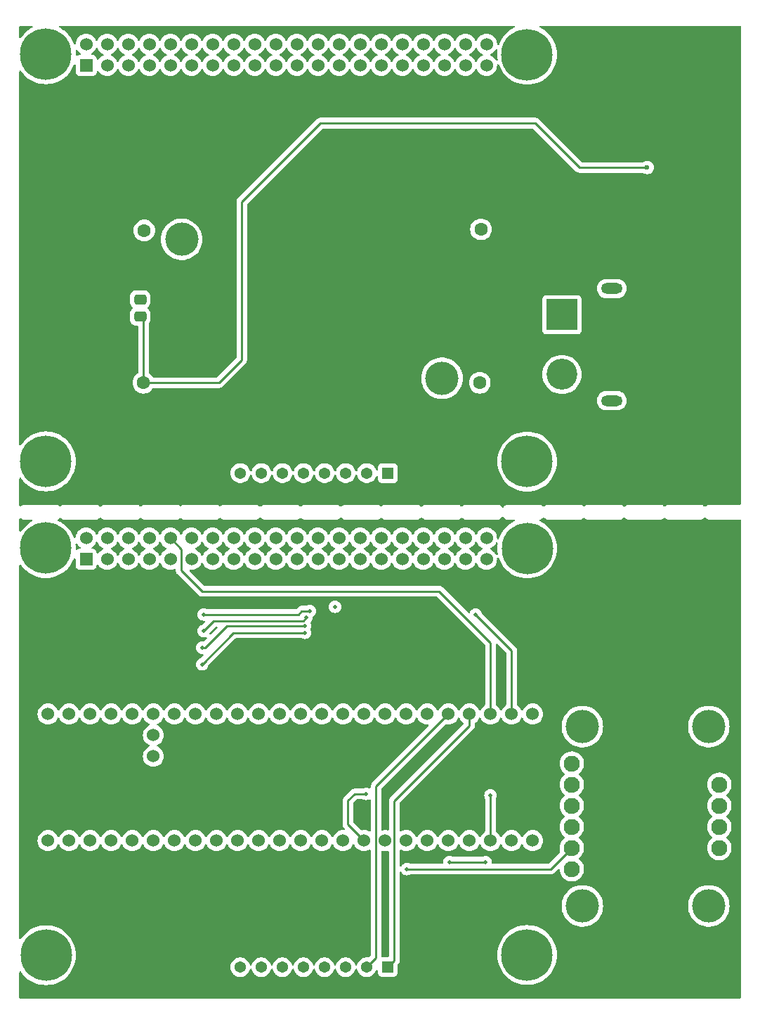
<source format=gbr>
%TF.GenerationSoftware,KiCad,Pcbnew,8.0.8*%
%TF.CreationDate,2026-02-11T18:54:27+05:30*%
%TF.ProjectId,Final_Integration,46696e61-6c5f-4496-9e74-656772617469,rev?*%
%TF.SameCoordinates,Original*%
%TF.FileFunction,Copper,L2,Bot*%
%TF.FilePolarity,Positive*%
%FSLAX46Y46*%
G04 Gerber Fmt 4.6, Leading zero omitted, Abs format (unit mm)*
G04 Created by KiCad (PCBNEW 8.0.8) date 2026-02-11 18:54:27*
%MOMM*%
%LPD*%
G01*
G04 APERTURE LIST*
G04 Aperture macros list*
%AMRoundRect*
0 Rectangle with rounded corners*
0 $1 Rounding radius*
0 $2 $3 $4 $5 $6 $7 $8 $9 X,Y pos of 4 corners*
0 Add a 4 corners polygon primitive as box body*
4,1,4,$2,$3,$4,$5,$6,$7,$8,$9,$2,$3,0*
0 Add four circle primitives for the rounded corners*
1,1,$1+$1,$2,$3*
1,1,$1+$1,$4,$5*
1,1,$1+$1,$6,$7*
1,1,$1+$1,$8,$9*
0 Add four rect primitives between the rounded corners*
20,1,$1+$1,$2,$3,$4,$5,0*
20,1,$1+$1,$4,$5,$6,$7,0*
20,1,$1+$1,$6,$7,$8,$9,0*
20,1,$1+$1,$8,$9,$2,$3,0*%
G04 Aperture macros list end*
%TA.AperFunction,ComponentPad*%
%ADD10C,6.200000*%
%TD*%
%TA.AperFunction,ComponentPad*%
%ADD11R,1.370000X1.370000*%
%TD*%
%TA.AperFunction,ComponentPad*%
%ADD12C,1.370000*%
%TD*%
%TA.AperFunction,ComponentPad*%
%ADD13R,1.524000X1.524000*%
%TD*%
%TA.AperFunction,ComponentPad*%
%ADD14C,1.524000*%
%TD*%
%TA.AperFunction,ComponentPad*%
%ADD15C,1.930400*%
%TD*%
%TA.AperFunction,ComponentPad*%
%ADD16C,4.000000*%
%TD*%
%TA.AperFunction,ComponentPad*%
%ADD17R,3.716000X3.716000*%
%TD*%
%TA.AperFunction,ComponentPad*%
%ADD18C,3.716000*%
%TD*%
%TA.AperFunction,ComponentPad*%
%ADD19O,2.600000X1.300000*%
%TD*%
%TA.AperFunction,ComponentPad*%
%ADD20C,1.600000*%
%TD*%
%TA.AperFunction,SMDPad,CuDef*%
%ADD21RoundRect,0.250000X0.475000X-0.337500X0.475000X0.337500X-0.475000X0.337500X-0.475000X-0.337500X0*%
%TD*%
%TA.AperFunction,ViaPad*%
%ADD22C,0.500000*%
%TD*%
%TA.AperFunction,ViaPad*%
%ADD23C,0.600000*%
%TD*%
%TA.AperFunction,Conductor*%
%ADD24C,0.280000*%
%TD*%
G04 APERTURE END LIST*
D10*
%TO.P,,S1,SHIELD*%
%TO.N,N/C*%
X121955000Y-114755000D03*
%TD*%
%TO.P,,S1,SHIELD*%
%TO.N,N/C*%
X63955000Y-163725000D03*
%TD*%
D11*
%TO.P,J1,01,01*%
%TO.N,N/C*%
X105145000Y-165155000D03*
D12*
%TO.P,J1,02,02*%
X102605000Y-165155000D03*
%TO.P,J1,03,03*%
X100065000Y-165155000D03*
%TO.P,J1,04,04*%
X97525000Y-165155000D03*
%TO.P,J1,05,05*%
X94985000Y-165155000D03*
%TO.P,J1,06,06*%
X92445000Y-165155000D03*
%TO.P,J1,07,07*%
X89905000Y-165155000D03*
%TO.P,J1,08,08*%
X87365000Y-165155000D03*
%TD*%
D10*
%TO.P,,S1,SHIELD*%
%TO.N,N/C*%
X63925000Y-114705000D03*
%TD*%
%TO.P,,S1,SHIELD*%
%TO.N,N/C*%
X121945000Y-163705000D03*
%TD*%
D13*
%TO.P,J2,1,3v3*%
%TO.N,N/C*%
X68785000Y-116055000D03*
D14*
%TO.P,J2,2,5v*%
X68785000Y-113515000D03*
%TO.P,J2,3,IO2(SDA)*%
X71325000Y-116055000D03*
%TO.P,J2,4,5v*%
X71325000Y-113515000D03*
%TO.P,J2,5,IO3(SCL)*%
X73865000Y-116055000D03*
%TO.P,J2,6,GND*%
X73865000Y-113515000D03*
%TO.P,J2,7,IO4*%
X76405000Y-116055000D03*
%TO.P,J2,8,IO14*%
X76405000Y-113515000D03*
%TO.P,J2,9,GND*%
X78945000Y-116055000D03*
%TO.P,J2,10,IO15*%
X78945000Y-113515000D03*
%TO.P,J2,11,IO17*%
X81485000Y-116055000D03*
%TO.P,J2,12,IO18*%
X81485000Y-113515000D03*
%TO.P,J2,13,IO27*%
X84025000Y-116055000D03*
%TO.P,J2,14,GND*%
X84025000Y-113515000D03*
%TO.P,J2,15,IO22*%
X86565000Y-116055000D03*
%TO.P,J2,16,IO23*%
X86565000Y-113515000D03*
%TO.P,J2,17,3v3*%
X89105000Y-116055000D03*
%TO.P,J2,18,IO24*%
X89105000Y-113515000D03*
%TO.P,J2,19,IO10(MOSI)*%
X91645000Y-116055000D03*
%TO.P,J2,20,GND*%
X91645000Y-113515000D03*
%TO.P,J2,21,IO9(MISO)*%
X94185000Y-116055000D03*
%TO.P,J2,22,IO25*%
X94185000Y-113515000D03*
%TO.P,J2,23,IO11(SCLK)*%
X96725000Y-116055000D03*
%TO.P,J2,24,IO8*%
X96725000Y-113515000D03*
%TO.P,J2,25,GND*%
X99265000Y-116055000D03*
%TO.P,J2,26,IO7*%
X99265000Y-113515000D03*
%TO.P,J2,27,IO0*%
X101805000Y-116055000D03*
%TO.P,J2,28,IO1*%
X101805000Y-113515000D03*
%TO.P,J2,29,IO5*%
X104345000Y-116055000D03*
%TO.P,J2,30,GND*%
X104345000Y-113515000D03*
%TO.P,J2,31,IO6*%
X106885000Y-116055000D03*
%TO.P,J2,32,IO12*%
X106885000Y-113515000D03*
%TO.P,J2,33,IO13*%
X109425000Y-116055000D03*
%TO.P,J2,34,GND*%
X109425000Y-113515000D03*
%TO.P,J2,35,IO19*%
X111965000Y-116055000D03*
%TO.P,J2,36,IO16*%
X111965000Y-113515000D03*
%TO.P,J2,37,IO26*%
X114505000Y-116055000D03*
%TO.P,J2,38,IO20*%
X114505000Y-113515000D03*
%TO.P,J2,39,GND*%
X117045000Y-116055000D03*
%TO.P,J2,40,IO21*%
X117045000Y-113515000D03*
%TD*%
%TO.P,A1,3V3,3.3V*%
%TO.N,N/C*%
X117528750Y-149925000D03*
%TO.P,A1,3V3@2,3.3V*%
X87048750Y-134685000D03*
%TO.P,A1,3V3@3,3.3V*%
X76888750Y-139765000D03*
%TO.P,A1,AGND/GND,GND*%
X120068750Y-149925000D03*
%TO.P,A1,D0,(CRX1)D0*%
X120068750Y-134685000D03*
%TO.P,A1,D1,(CTX1)D1*%
X117528750Y-134685000D03*
%TO.P,A1,D2,D2*%
X114988750Y-134685000D03*
%TO.P,A1,D3,D3*%
X112448750Y-134685000D03*
%TO.P,A1,D4,D4*%
X109908750Y-134685000D03*
%TO.P,A1,D5,D5*%
X107368750Y-134685000D03*
%TO.P,A1,D6,D6*%
X104828750Y-134685000D03*
%TO.P,A1,D7,D7*%
X102288750Y-134685000D03*
%TO.P,A1,D8,D8*%
X99748750Y-134685000D03*
%TO.P,A1,D9,D9*%
X97208750Y-134685000D03*
%TO.P,A1,D10,(CS)D10*%
X94668750Y-134685000D03*
%TO.P,A1,D11,(SDO)D11*%
X92128750Y-134685000D03*
%TO.P,A1,D12,(SDI)D12*%
X89588750Y-134685000D03*
%TO.P,A1,D13,(CLK)D13*%
X89588750Y-149925000D03*
%TO.P,A1,D14,A0*%
X92128750Y-149925000D03*
%TO.P,A1,D15,A1*%
X94668750Y-149925000D03*
%TO.P,A1,D16,A2*%
X97208750Y-149925000D03*
%TO.P,A1,D17,A3*%
X99748750Y-149925000D03*
%TO.P,A1,D18,A4*%
X102288750Y-149925000D03*
%TO.P,A1,D19,A5*%
X104828750Y-149925000D03*
%TO.P,A1,D20,A6*%
X107368750Y-149925000D03*
%TO.P,A1,D21,A7*%
X109908750Y-149925000D03*
%TO.P,A1,D22,A8*%
X112448750Y-149925000D03*
%TO.P,A1,D23,A9*%
X114988750Y-149925000D03*
%TO.P,A1,D24,A10*%
X84508750Y-134685000D03*
%TO.P,A1,D25,A11*%
X81968750Y-134685000D03*
%TO.P,A1,D26,A12*%
X79428750Y-134685000D03*
%TO.P,A1,D27,A13*%
X76888750Y-134685000D03*
%TO.P,A1,D28,D28*%
X74348750Y-134685000D03*
%TO.P,A1,D29,D29*%
X71808750Y-134685000D03*
%TO.P,A1,D30,D30*%
X69268750Y-134685000D03*
%TO.P,A1,D31,D31*%
X66728750Y-134685000D03*
%TO.P,A1,D32,D32*%
X64188750Y-134685000D03*
%TO.P,A1,D33,D33*%
X64188750Y-149925000D03*
%TO.P,A1,D34,D34*%
X66728750Y-149925000D03*
%TO.P,A1,D35,D35*%
X69268750Y-149925000D03*
%TO.P,A1,D36,D36*%
X71808750Y-149925000D03*
%TO.P,A1,D37,D37*%
X74348750Y-149925000D03*
%TO.P,A1,D38,A14*%
X76888750Y-149925000D03*
%TO.P,A1,D39,A15*%
X79428750Y-149925000D03*
%TO.P,A1,D40,A16*%
X81968750Y-149925000D03*
%TO.P,A1,D41,A17*%
X84508750Y-149925000D03*
%TO.P,A1,GND,GND*%
X122608750Y-134685000D03*
%TO.P,A1,GND@2,GND*%
X87048750Y-149925000D03*
%TO.P,A1,VBAT,VBAT*%
X76888750Y-137225000D03*
%TO.P,A1,VIN,VIN*%
X122608750Y-149925000D03*
%TD*%
D15*
%TO.P,U1,1,VIN*%
%TO.N,N/C*%
X127335000Y-140660000D03*
%TO.P,U1,2,3VO*%
X127335000Y-143200000D03*
%TO.P,U1,3,GND*%
X127335000Y-145740000D03*
%TO.P,U1,4,SDA*%
X127335000Y-148280000D03*
%TO.P,U1,5,SCL*%
X127335000Y-150820000D03*
%TO.P,U1,6,RST*%
X127335000Y-153360000D03*
%TO.P,U1,7,ADR*%
X145115000Y-150820000D03*
%TO.P,U1,8,INT*%
X145115000Y-148280000D03*
%TO.P,U1,9,PS1*%
X145115000Y-145740000D03*
%TO.P,U1,10,PS0*%
X145115000Y-143200000D03*
D16*
%TO.P,U1,SH1*%
X128605000Y-136215000D03*
%TO.P,U1,SH2*%
X128605000Y-157805000D03*
%TO.P,U1,SH3*%
X143845000Y-157805000D03*
%TO.P,U1,SH4*%
X143845000Y-136215000D03*
%TD*%
D10*
%TO.P,,S2,SHIELD*%
%TO.N,N/C*%
X121950000Y-55310000D03*
%TD*%
D17*
%TO.P,J4,1,P*%
%TO.N,N/C*%
X126155000Y-86619250D03*
D18*
%TO.P,J4,2,N*%
X126155000Y-93819250D03*
D19*
%TO.P,J4,SH1,SHIELD*%
X132155000Y-96969250D03*
%TO.P,J4,SH2,SHIELD*%
X132155000Y-83469250D03*
%TD*%
D10*
%TO.P,,S4,SHIELD*%
%TO.N,N/C*%
X63950000Y-104280000D03*
%TD*%
D16*
%TO.P,P1,1*%
%TO.N,N/C*%
X111690000Y-94270000D03*
X80300000Y-77550000D03*
D20*
%TO.P,P1,2*%
X75700000Y-94810000D03*
X75800000Y-76470000D03*
X116390000Y-76340000D03*
%TO.P,P1,3*%
X116240000Y-94810000D03*
%TD*%
D10*
%TO.P,,S3,SHIELD*%
%TO.N,N/C*%
X121950000Y-104290000D03*
%TD*%
D11*
%TO.P,J6,01,01*%
%TO.N,N/C*%
X105160000Y-105690000D03*
D12*
%TO.P,J6,02,02*%
X102620000Y-105690000D03*
%TO.P,J6,03,03*%
X100080000Y-105690000D03*
%TO.P,J6,04,04*%
X97540000Y-105690000D03*
%TO.P,J6,05,05*%
X95000000Y-105690000D03*
%TO.P,J6,06,06*%
X92460000Y-105690000D03*
%TO.P,J6,07,07*%
X89920000Y-105690000D03*
%TO.P,J6,08,08*%
X87380000Y-105690000D03*
%TD*%
D13*
%TO.P,J3,1,3v3*%
%TO.N,N/C*%
X68800000Y-56600000D03*
D14*
%TO.P,J3,2,5v*%
X68800000Y-54060000D03*
%TO.P,J3,3,IO2(SDA)*%
X71340000Y-56600000D03*
%TO.P,J3,4,5v*%
X71340000Y-54060000D03*
%TO.P,J3,5,IO3(SCL)*%
X73880000Y-56600000D03*
%TO.P,J3,6,GND*%
X73880000Y-54060000D03*
%TO.P,J3,7,IO4*%
X76420000Y-56600000D03*
%TO.P,J3,8,IO14*%
X76420000Y-54060000D03*
%TO.P,J3,9,GND*%
X78960000Y-56600000D03*
%TO.P,J3,10,IO15*%
X78960000Y-54060000D03*
%TO.P,J3,11,IO17*%
X81500000Y-56600000D03*
%TO.P,J3,12,IO18*%
X81500000Y-54060000D03*
%TO.P,J3,13,IO27*%
X84040000Y-56600000D03*
%TO.P,J3,14,GND*%
X84040000Y-54060000D03*
%TO.P,J3,15,IO22*%
X86580000Y-56600000D03*
%TO.P,J3,16,IO23*%
X86580000Y-54060000D03*
%TO.P,J3,17,3v3*%
X89120000Y-56600000D03*
%TO.P,J3,18,IO24*%
X89120000Y-54060000D03*
%TO.P,J3,19,IO10(MOSI)*%
X91660000Y-56600000D03*
%TO.P,J3,20,GND*%
X91660000Y-54060000D03*
%TO.P,J3,21,IO9(MISO)*%
X94200000Y-56600000D03*
%TO.P,J3,22,IO25*%
X94200000Y-54060000D03*
%TO.P,J3,23,IO11(SCLK)*%
X96740000Y-56600000D03*
%TO.P,J3,24,IO8*%
X96740000Y-54060000D03*
%TO.P,J3,25,GND*%
X99280000Y-56600000D03*
%TO.P,J3,26,IO7*%
X99280000Y-54060000D03*
%TO.P,J3,27,IO0*%
X101820000Y-56600000D03*
%TO.P,J3,28,IO1*%
X101820000Y-54060000D03*
%TO.P,J3,29,IO5*%
X104360000Y-56600000D03*
%TO.P,J3,30,GND*%
X104360000Y-54060000D03*
%TO.P,J3,31,IO6*%
X106900000Y-56600000D03*
%TO.P,J3,32,IO12*%
X106900000Y-54060000D03*
%TO.P,J3,33,IO13*%
X109440000Y-56600000D03*
%TO.P,J3,34,GND*%
X109440000Y-54060000D03*
%TO.P,J3,35,IO19*%
X111980000Y-56600000D03*
%TO.P,J3,36,IO16*%
X111980000Y-54060000D03*
%TO.P,J3,37,IO26*%
X114520000Y-56600000D03*
%TO.P,J3,38,IO20*%
X114520000Y-54060000D03*
%TO.P,J3,39,GND*%
X117060000Y-56600000D03*
%TO.P,J3,40,IO21*%
X117060000Y-54060000D03*
%TD*%
D10*
%TO.P,,S1,SHIELD*%
%TO.N,N/C*%
X63940000Y-55260000D03*
%TD*%
D21*
%TO.P,C,1*%
%TO.N,N/C*%
X75300000Y-86837500D03*
%TO.P,C,2*%
X75300000Y-84762500D03*
%TD*%
D22*
%TO.N,*%
X112555000Y-152505000D03*
X95755000Y-122305000D03*
X82755000Y-126705000D03*
X95155000Y-124105000D03*
X82955000Y-124705000D03*
X102555000Y-144305000D03*
X95355000Y-123105000D03*
X82755000Y-128705000D03*
X95155000Y-124905000D03*
X107455000Y-153355000D03*
X82955000Y-122705000D03*
X117528750Y-144478750D03*
X116955000Y-152505000D03*
X98782806Y-121777194D03*
X115755000Y-122705000D03*
D23*
X136425000Y-68900000D03*
%TD*%
D24*
%TO.N,*%
X94955000Y-123505000D02*
X84155000Y-123505000D01*
X83155000Y-126705000D02*
X85755000Y-124105000D01*
X86555000Y-124905000D02*
X95155000Y-124905000D01*
X124800000Y-153355000D02*
X123705000Y-153355000D01*
X82755000Y-126705000D02*
X83155000Y-126705000D01*
X105145000Y-165155000D02*
X105930750Y-164369250D01*
X94355000Y-122705000D02*
X94765000Y-122295000D01*
X84155000Y-123505000D02*
X82955000Y-124705000D01*
X114988750Y-136071250D02*
X114988750Y-134685000D01*
X95355000Y-123105000D02*
X94955000Y-123505000D01*
X95745000Y-122295000D02*
X95755000Y-122305000D01*
X82955000Y-122705000D02*
X94355000Y-122705000D01*
X105930750Y-145129250D02*
X114988750Y-136071250D01*
X105930750Y-164369250D02*
X105930750Y-145129250D01*
X127335000Y-150820000D02*
X124800000Y-153355000D01*
X123705000Y-153355000D02*
X107455000Y-153355000D01*
X94765000Y-122295000D02*
X95745000Y-122295000D01*
X82755000Y-128705000D02*
X86555000Y-124905000D01*
X85755000Y-124105000D02*
X95155000Y-124105000D01*
X115755000Y-122705000D02*
X120068750Y-127018750D01*
X80255000Y-117405000D02*
X82755000Y-119905000D01*
X100355000Y-147991250D02*
X102288750Y-149925000D01*
X100355000Y-145105000D02*
X100355000Y-147991250D01*
X102555000Y-144305000D02*
X101155000Y-144305000D01*
X103726750Y-143407000D02*
X112448750Y-134685000D01*
X82755000Y-119905000D02*
X111355000Y-119905000D01*
X120068750Y-127018750D02*
X120068750Y-134685000D01*
X103726750Y-164033250D02*
X103726750Y-143407000D01*
X80255000Y-114825000D02*
X80255000Y-117405000D01*
X111355000Y-119905000D02*
X117528750Y-126078750D01*
X117528750Y-126078750D02*
X117528750Y-134685000D01*
X101155000Y-144305000D02*
X100355000Y-145105000D01*
X78945000Y-113515000D02*
X80255000Y-114825000D01*
X102605000Y-165155000D02*
X103726750Y-164033250D01*
X112555000Y-152505000D02*
X116955000Y-152505000D01*
X117528750Y-144478750D02*
X117528750Y-149925000D01*
X75300000Y-76970000D02*
X75800000Y-76470000D01*
X87550000Y-73050000D02*
X97050000Y-63550000D01*
X75700000Y-94810000D02*
X75700000Y-87237500D01*
X124260000Y-64880000D02*
X128280000Y-68900000D01*
X128280000Y-68900000D02*
X136425000Y-68900000D01*
X87550000Y-92050000D02*
X87550000Y-73050000D01*
X122930000Y-63550000D02*
X124260000Y-64880000D01*
X75700000Y-87237500D02*
X75300000Y-86837500D01*
X84790000Y-94810000D02*
X87550000Y-92050000D01*
X97050000Y-63550000D02*
X122930000Y-63550000D01*
X75700000Y-94810000D02*
X84790000Y-94810000D01*
%TD*%
%TA.AperFunction,NonConductor*%
G36*
X62290533Y-51850185D02*
G01*
X62336288Y-51902989D01*
X62346232Y-51972147D01*
X62317207Y-52035703D01*
X62279789Y-52064985D01*
X62137275Y-52137599D01*
X61820776Y-52343135D01*
X61527493Y-52580631D01*
X61527485Y-52580638D01*
X61260638Y-52847485D01*
X61260631Y-52847493D01*
X61023135Y-53140776D01*
X60958495Y-53240314D01*
X60905474Y-53285817D01*
X60836269Y-53295431D01*
X60772852Y-53266104D01*
X60735358Y-53207147D01*
X60730500Y-53172779D01*
X60730500Y-51954500D01*
X60750185Y-51887461D01*
X60802989Y-51841706D01*
X60854500Y-51830500D01*
X62223494Y-51830500D01*
X62290533Y-51850185D01*
G37*
%TD.AperFunction*%
%TA.AperFunction,NonConductor*%
G36*
X120398663Y-51850185D02*
G01*
X120444418Y-51902989D01*
X120454362Y-51972147D01*
X120425337Y-52035703D01*
X120387919Y-52064985D01*
X120147275Y-52187599D01*
X119830776Y-52393135D01*
X119537493Y-52630631D01*
X119537485Y-52630638D01*
X119270638Y-52897485D01*
X119270631Y-52897493D01*
X119033135Y-53190776D01*
X118827599Y-53507275D01*
X118656267Y-53843531D01*
X118565436Y-54080154D01*
X118523034Y-54135686D01*
X118457340Y-54159479D01*
X118389211Y-54143977D01*
X118340279Y-54094104D01*
X118326144Y-54046523D01*
X118322706Y-54007227D01*
X118308070Y-53839932D01*
X118250894Y-53626550D01*
X118157534Y-53426339D01*
X118030826Y-53245380D01*
X117874620Y-53089174D01*
X117874616Y-53089171D01*
X117874615Y-53089170D01*
X117693666Y-52962468D01*
X117693662Y-52962466D01*
X117554326Y-52897493D01*
X117493450Y-52869106D01*
X117493447Y-52869105D01*
X117493445Y-52869104D01*
X117280070Y-52811930D01*
X117280062Y-52811929D01*
X117060002Y-52792677D01*
X117059998Y-52792677D01*
X116839937Y-52811929D01*
X116839929Y-52811930D01*
X116626554Y-52869104D01*
X116626548Y-52869107D01*
X116426340Y-52962465D01*
X116426338Y-52962466D01*
X116245377Y-53089175D01*
X116089175Y-53245377D01*
X115962466Y-53426338D01*
X115962465Y-53426340D01*
X115902382Y-53555189D01*
X115856209Y-53607628D01*
X115789016Y-53626780D01*
X115722135Y-53606564D01*
X115677618Y-53555189D01*
X115631962Y-53457280D01*
X115617534Y-53426339D01*
X115490826Y-53245380D01*
X115334620Y-53089174D01*
X115334616Y-53089171D01*
X115334615Y-53089170D01*
X115153666Y-52962468D01*
X115153662Y-52962466D01*
X115014326Y-52897493D01*
X114953450Y-52869106D01*
X114953447Y-52869105D01*
X114953445Y-52869104D01*
X114740070Y-52811930D01*
X114740062Y-52811929D01*
X114520002Y-52792677D01*
X114519998Y-52792677D01*
X114299937Y-52811929D01*
X114299929Y-52811930D01*
X114086554Y-52869104D01*
X114086548Y-52869107D01*
X113886340Y-52962465D01*
X113886338Y-52962466D01*
X113705377Y-53089175D01*
X113549175Y-53245377D01*
X113422466Y-53426338D01*
X113422465Y-53426340D01*
X113362382Y-53555189D01*
X113316209Y-53607628D01*
X113249016Y-53626780D01*
X113182135Y-53606564D01*
X113137618Y-53555189D01*
X113091962Y-53457280D01*
X113077534Y-53426339D01*
X112950826Y-53245380D01*
X112794620Y-53089174D01*
X112794616Y-53089171D01*
X112794615Y-53089170D01*
X112613666Y-52962468D01*
X112613662Y-52962466D01*
X112474326Y-52897493D01*
X112413450Y-52869106D01*
X112413447Y-52869105D01*
X112413445Y-52869104D01*
X112200070Y-52811930D01*
X112200062Y-52811929D01*
X111980002Y-52792677D01*
X111979998Y-52792677D01*
X111759937Y-52811929D01*
X111759929Y-52811930D01*
X111546554Y-52869104D01*
X111546548Y-52869107D01*
X111346340Y-52962465D01*
X111346338Y-52962466D01*
X111165377Y-53089175D01*
X111009175Y-53245377D01*
X110882466Y-53426338D01*
X110882465Y-53426340D01*
X110822382Y-53555189D01*
X110776209Y-53607628D01*
X110709016Y-53626780D01*
X110642135Y-53606564D01*
X110597618Y-53555189D01*
X110551962Y-53457280D01*
X110537534Y-53426339D01*
X110410826Y-53245380D01*
X110254620Y-53089174D01*
X110254616Y-53089171D01*
X110254615Y-53089170D01*
X110073666Y-52962468D01*
X110073662Y-52962466D01*
X109934326Y-52897493D01*
X109873450Y-52869106D01*
X109873447Y-52869105D01*
X109873445Y-52869104D01*
X109660070Y-52811930D01*
X109660062Y-52811929D01*
X109440002Y-52792677D01*
X109439998Y-52792677D01*
X109219937Y-52811929D01*
X109219929Y-52811930D01*
X109006554Y-52869104D01*
X109006548Y-52869107D01*
X108806340Y-52962465D01*
X108806338Y-52962466D01*
X108625377Y-53089175D01*
X108469175Y-53245377D01*
X108342466Y-53426338D01*
X108342465Y-53426340D01*
X108282382Y-53555189D01*
X108236209Y-53607628D01*
X108169016Y-53626780D01*
X108102135Y-53606564D01*
X108057618Y-53555189D01*
X108011962Y-53457280D01*
X107997534Y-53426339D01*
X107870826Y-53245380D01*
X107714620Y-53089174D01*
X107714616Y-53089171D01*
X107714615Y-53089170D01*
X107533666Y-52962468D01*
X107533662Y-52962466D01*
X107394326Y-52897493D01*
X107333450Y-52869106D01*
X107333447Y-52869105D01*
X107333445Y-52869104D01*
X107120070Y-52811930D01*
X107120062Y-52811929D01*
X106900002Y-52792677D01*
X106899998Y-52792677D01*
X106679937Y-52811929D01*
X106679929Y-52811930D01*
X106466554Y-52869104D01*
X106466548Y-52869107D01*
X106266340Y-52962465D01*
X106266338Y-52962466D01*
X106085377Y-53089175D01*
X105929175Y-53245377D01*
X105802466Y-53426338D01*
X105802465Y-53426340D01*
X105742382Y-53555189D01*
X105696209Y-53607628D01*
X105629016Y-53626780D01*
X105562135Y-53606564D01*
X105517618Y-53555189D01*
X105471962Y-53457280D01*
X105457534Y-53426339D01*
X105330826Y-53245380D01*
X105174620Y-53089174D01*
X105174616Y-53089171D01*
X105174615Y-53089170D01*
X104993666Y-52962468D01*
X104993662Y-52962466D01*
X104854326Y-52897493D01*
X104793450Y-52869106D01*
X104793447Y-52869105D01*
X104793445Y-52869104D01*
X104580070Y-52811930D01*
X104580062Y-52811929D01*
X104360002Y-52792677D01*
X104359998Y-52792677D01*
X104139937Y-52811929D01*
X104139929Y-52811930D01*
X103926554Y-52869104D01*
X103926548Y-52869107D01*
X103726340Y-52962465D01*
X103726338Y-52962466D01*
X103545377Y-53089175D01*
X103389175Y-53245377D01*
X103262466Y-53426338D01*
X103262465Y-53426340D01*
X103202382Y-53555189D01*
X103156209Y-53607628D01*
X103089016Y-53626780D01*
X103022135Y-53606564D01*
X102977618Y-53555189D01*
X102931962Y-53457280D01*
X102917534Y-53426339D01*
X102790826Y-53245380D01*
X102634620Y-53089174D01*
X102634616Y-53089171D01*
X102634615Y-53089170D01*
X102453666Y-52962468D01*
X102453662Y-52962466D01*
X102314326Y-52897493D01*
X102253450Y-52869106D01*
X102253447Y-52869105D01*
X102253445Y-52869104D01*
X102040070Y-52811930D01*
X102040062Y-52811929D01*
X101820002Y-52792677D01*
X101819998Y-52792677D01*
X101599937Y-52811929D01*
X101599929Y-52811930D01*
X101386554Y-52869104D01*
X101386548Y-52869107D01*
X101186340Y-52962465D01*
X101186338Y-52962466D01*
X101005377Y-53089175D01*
X100849175Y-53245377D01*
X100722466Y-53426338D01*
X100722465Y-53426340D01*
X100662382Y-53555189D01*
X100616209Y-53607628D01*
X100549016Y-53626780D01*
X100482135Y-53606564D01*
X100437618Y-53555189D01*
X100391962Y-53457280D01*
X100377534Y-53426339D01*
X100250826Y-53245380D01*
X100094620Y-53089174D01*
X100094616Y-53089171D01*
X100094615Y-53089170D01*
X99913666Y-52962468D01*
X99913662Y-52962466D01*
X99774326Y-52897493D01*
X99713450Y-52869106D01*
X99713447Y-52869105D01*
X99713445Y-52869104D01*
X99500070Y-52811930D01*
X99500062Y-52811929D01*
X99280002Y-52792677D01*
X99279998Y-52792677D01*
X99059937Y-52811929D01*
X99059929Y-52811930D01*
X98846554Y-52869104D01*
X98846548Y-52869107D01*
X98646340Y-52962465D01*
X98646338Y-52962466D01*
X98465377Y-53089175D01*
X98309175Y-53245377D01*
X98182466Y-53426338D01*
X98182465Y-53426340D01*
X98122382Y-53555189D01*
X98076209Y-53607628D01*
X98009016Y-53626780D01*
X97942135Y-53606564D01*
X97897618Y-53555189D01*
X97851962Y-53457280D01*
X97837534Y-53426339D01*
X97710826Y-53245380D01*
X97554620Y-53089174D01*
X97554616Y-53089171D01*
X97554615Y-53089170D01*
X97373666Y-52962468D01*
X97373662Y-52962466D01*
X97234326Y-52897493D01*
X97173450Y-52869106D01*
X97173447Y-52869105D01*
X97173445Y-52869104D01*
X96960070Y-52811930D01*
X96960062Y-52811929D01*
X96740002Y-52792677D01*
X96739998Y-52792677D01*
X96519937Y-52811929D01*
X96519929Y-52811930D01*
X96306554Y-52869104D01*
X96306548Y-52869107D01*
X96106340Y-52962465D01*
X96106338Y-52962466D01*
X95925377Y-53089175D01*
X95769175Y-53245377D01*
X95642466Y-53426338D01*
X95642465Y-53426340D01*
X95582382Y-53555189D01*
X95536209Y-53607628D01*
X95469016Y-53626780D01*
X95402135Y-53606564D01*
X95357618Y-53555189D01*
X95311962Y-53457280D01*
X95297534Y-53426339D01*
X95170826Y-53245380D01*
X95014620Y-53089174D01*
X95014616Y-53089171D01*
X95014615Y-53089170D01*
X94833666Y-52962468D01*
X94833662Y-52962466D01*
X94694326Y-52897493D01*
X94633450Y-52869106D01*
X94633447Y-52869105D01*
X94633445Y-52869104D01*
X94420070Y-52811930D01*
X94420062Y-52811929D01*
X94200002Y-52792677D01*
X94199998Y-52792677D01*
X93979937Y-52811929D01*
X93979929Y-52811930D01*
X93766554Y-52869104D01*
X93766548Y-52869107D01*
X93566340Y-52962465D01*
X93566338Y-52962466D01*
X93385377Y-53089175D01*
X93229175Y-53245377D01*
X93102466Y-53426338D01*
X93102465Y-53426340D01*
X93042382Y-53555189D01*
X92996209Y-53607628D01*
X92929016Y-53626780D01*
X92862135Y-53606564D01*
X92817618Y-53555189D01*
X92771962Y-53457280D01*
X92757534Y-53426339D01*
X92630826Y-53245380D01*
X92474620Y-53089174D01*
X92474616Y-53089171D01*
X92474615Y-53089170D01*
X92293666Y-52962468D01*
X92293662Y-52962466D01*
X92154326Y-52897493D01*
X92093450Y-52869106D01*
X92093447Y-52869105D01*
X92093445Y-52869104D01*
X91880070Y-52811930D01*
X91880062Y-52811929D01*
X91660002Y-52792677D01*
X91659998Y-52792677D01*
X91439937Y-52811929D01*
X91439929Y-52811930D01*
X91226554Y-52869104D01*
X91226548Y-52869107D01*
X91026340Y-52962465D01*
X91026338Y-52962466D01*
X90845377Y-53089175D01*
X90689175Y-53245377D01*
X90562466Y-53426338D01*
X90562465Y-53426340D01*
X90502382Y-53555189D01*
X90456209Y-53607628D01*
X90389016Y-53626780D01*
X90322135Y-53606564D01*
X90277618Y-53555189D01*
X90231962Y-53457280D01*
X90217534Y-53426339D01*
X90090826Y-53245380D01*
X89934620Y-53089174D01*
X89934616Y-53089171D01*
X89934615Y-53089170D01*
X89753666Y-52962468D01*
X89753662Y-52962466D01*
X89614326Y-52897493D01*
X89553450Y-52869106D01*
X89553447Y-52869105D01*
X89553445Y-52869104D01*
X89340070Y-52811930D01*
X89340062Y-52811929D01*
X89120002Y-52792677D01*
X89119998Y-52792677D01*
X88899937Y-52811929D01*
X88899929Y-52811930D01*
X88686554Y-52869104D01*
X88686548Y-52869107D01*
X88486340Y-52962465D01*
X88486338Y-52962466D01*
X88305377Y-53089175D01*
X88149175Y-53245377D01*
X88022466Y-53426338D01*
X88022465Y-53426340D01*
X87962382Y-53555189D01*
X87916209Y-53607628D01*
X87849016Y-53626780D01*
X87782135Y-53606564D01*
X87737618Y-53555189D01*
X87691962Y-53457280D01*
X87677534Y-53426339D01*
X87550826Y-53245380D01*
X87394620Y-53089174D01*
X87394616Y-53089171D01*
X87394615Y-53089170D01*
X87213666Y-52962468D01*
X87213662Y-52962466D01*
X87074326Y-52897493D01*
X87013450Y-52869106D01*
X87013447Y-52869105D01*
X87013445Y-52869104D01*
X86800070Y-52811930D01*
X86800062Y-52811929D01*
X86580002Y-52792677D01*
X86579998Y-52792677D01*
X86359937Y-52811929D01*
X86359929Y-52811930D01*
X86146554Y-52869104D01*
X86146548Y-52869107D01*
X85946340Y-52962465D01*
X85946338Y-52962466D01*
X85765377Y-53089175D01*
X85609175Y-53245377D01*
X85482466Y-53426338D01*
X85482465Y-53426340D01*
X85422382Y-53555189D01*
X85376209Y-53607628D01*
X85309016Y-53626780D01*
X85242135Y-53606564D01*
X85197618Y-53555189D01*
X85151962Y-53457280D01*
X85137534Y-53426339D01*
X85010826Y-53245380D01*
X84854620Y-53089174D01*
X84854616Y-53089171D01*
X84854615Y-53089170D01*
X84673666Y-52962468D01*
X84673662Y-52962466D01*
X84534326Y-52897493D01*
X84473450Y-52869106D01*
X84473447Y-52869105D01*
X84473445Y-52869104D01*
X84260070Y-52811930D01*
X84260062Y-52811929D01*
X84040002Y-52792677D01*
X84039998Y-52792677D01*
X83819937Y-52811929D01*
X83819929Y-52811930D01*
X83606554Y-52869104D01*
X83606548Y-52869107D01*
X83406340Y-52962465D01*
X83406338Y-52962466D01*
X83225377Y-53089175D01*
X83069175Y-53245377D01*
X82942466Y-53426338D01*
X82942465Y-53426340D01*
X82882382Y-53555189D01*
X82836209Y-53607628D01*
X82769016Y-53626780D01*
X82702135Y-53606564D01*
X82657618Y-53555189D01*
X82611962Y-53457280D01*
X82597534Y-53426339D01*
X82470826Y-53245380D01*
X82314620Y-53089174D01*
X82314616Y-53089171D01*
X82314615Y-53089170D01*
X82133666Y-52962468D01*
X82133662Y-52962466D01*
X81994326Y-52897493D01*
X81933450Y-52869106D01*
X81933447Y-52869105D01*
X81933445Y-52869104D01*
X81720070Y-52811930D01*
X81720062Y-52811929D01*
X81500002Y-52792677D01*
X81499998Y-52792677D01*
X81279937Y-52811929D01*
X81279929Y-52811930D01*
X81066554Y-52869104D01*
X81066548Y-52869107D01*
X80866340Y-52962465D01*
X80866338Y-52962466D01*
X80685377Y-53089175D01*
X80529175Y-53245377D01*
X80402466Y-53426338D01*
X80402465Y-53426340D01*
X80342382Y-53555189D01*
X80296209Y-53607628D01*
X80229016Y-53626780D01*
X80162135Y-53606564D01*
X80117618Y-53555189D01*
X80071962Y-53457280D01*
X80057534Y-53426339D01*
X79930826Y-53245380D01*
X79774620Y-53089174D01*
X79774616Y-53089171D01*
X79774615Y-53089170D01*
X79593666Y-52962468D01*
X79593662Y-52962466D01*
X79454326Y-52897493D01*
X79393450Y-52869106D01*
X79393447Y-52869105D01*
X79393445Y-52869104D01*
X79180070Y-52811930D01*
X79180062Y-52811929D01*
X78960002Y-52792677D01*
X78959998Y-52792677D01*
X78739937Y-52811929D01*
X78739929Y-52811930D01*
X78526554Y-52869104D01*
X78526548Y-52869107D01*
X78326340Y-52962465D01*
X78326338Y-52962466D01*
X78145377Y-53089175D01*
X77989175Y-53245377D01*
X77862466Y-53426338D01*
X77862465Y-53426340D01*
X77802382Y-53555189D01*
X77756209Y-53607628D01*
X77689016Y-53626780D01*
X77622135Y-53606564D01*
X77577618Y-53555189D01*
X77531962Y-53457280D01*
X77517534Y-53426339D01*
X77390826Y-53245380D01*
X77234620Y-53089174D01*
X77234616Y-53089171D01*
X77234615Y-53089170D01*
X77053666Y-52962468D01*
X77053662Y-52962466D01*
X76914326Y-52897493D01*
X76853450Y-52869106D01*
X76853447Y-52869105D01*
X76853445Y-52869104D01*
X76640070Y-52811930D01*
X76640062Y-52811929D01*
X76420002Y-52792677D01*
X76419998Y-52792677D01*
X76199937Y-52811929D01*
X76199929Y-52811930D01*
X75986554Y-52869104D01*
X75986548Y-52869107D01*
X75786340Y-52962465D01*
X75786338Y-52962466D01*
X75605377Y-53089175D01*
X75449175Y-53245377D01*
X75322466Y-53426338D01*
X75322465Y-53426340D01*
X75262382Y-53555189D01*
X75216209Y-53607628D01*
X75149016Y-53626780D01*
X75082135Y-53606564D01*
X75037618Y-53555189D01*
X74991962Y-53457280D01*
X74977534Y-53426339D01*
X74850826Y-53245380D01*
X74694620Y-53089174D01*
X74694616Y-53089171D01*
X74694615Y-53089170D01*
X74513666Y-52962468D01*
X74513662Y-52962466D01*
X74374326Y-52897493D01*
X74313450Y-52869106D01*
X74313447Y-52869105D01*
X74313445Y-52869104D01*
X74100070Y-52811930D01*
X74100062Y-52811929D01*
X73880002Y-52792677D01*
X73879998Y-52792677D01*
X73659937Y-52811929D01*
X73659929Y-52811930D01*
X73446554Y-52869104D01*
X73446548Y-52869107D01*
X73246340Y-52962465D01*
X73246338Y-52962466D01*
X73065377Y-53089175D01*
X72909175Y-53245377D01*
X72782466Y-53426338D01*
X72782465Y-53426340D01*
X72722382Y-53555189D01*
X72676209Y-53607628D01*
X72609016Y-53626780D01*
X72542135Y-53606564D01*
X72497618Y-53555189D01*
X72451962Y-53457280D01*
X72437534Y-53426339D01*
X72310826Y-53245380D01*
X72154620Y-53089174D01*
X72154616Y-53089171D01*
X72154615Y-53089170D01*
X71973666Y-52962468D01*
X71973662Y-52962466D01*
X71834326Y-52897493D01*
X71773450Y-52869106D01*
X71773447Y-52869105D01*
X71773445Y-52869104D01*
X71560070Y-52811930D01*
X71560062Y-52811929D01*
X71340002Y-52792677D01*
X71339998Y-52792677D01*
X71119937Y-52811929D01*
X71119929Y-52811930D01*
X70906554Y-52869104D01*
X70906548Y-52869107D01*
X70706340Y-52962465D01*
X70706338Y-52962466D01*
X70525377Y-53089175D01*
X70369175Y-53245377D01*
X70242466Y-53426338D01*
X70242465Y-53426340D01*
X70182382Y-53555189D01*
X70136209Y-53607628D01*
X70069016Y-53626780D01*
X70002135Y-53606564D01*
X69957618Y-53555189D01*
X69911962Y-53457280D01*
X69897534Y-53426339D01*
X69770826Y-53245380D01*
X69614620Y-53089174D01*
X69614616Y-53089171D01*
X69614615Y-53089170D01*
X69433666Y-52962468D01*
X69433662Y-52962466D01*
X69294326Y-52897493D01*
X69233450Y-52869106D01*
X69233447Y-52869105D01*
X69233445Y-52869104D01*
X69020070Y-52811930D01*
X69020062Y-52811929D01*
X68800002Y-52792677D01*
X68799998Y-52792677D01*
X68579937Y-52811929D01*
X68579929Y-52811930D01*
X68366554Y-52869104D01*
X68366548Y-52869107D01*
X68166340Y-52962465D01*
X68166338Y-52962466D01*
X67985377Y-53089175D01*
X67829175Y-53245377D01*
X67702466Y-53426338D01*
X67702465Y-53426340D01*
X67609107Y-53626548D01*
X67609104Y-53626554D01*
X67551930Y-53839929D01*
X67551929Y-53839936D01*
X67542986Y-53942158D01*
X67517533Y-54007227D01*
X67460942Y-54048205D01*
X67391180Y-54052083D01*
X67330396Y-54017629D01*
X67303695Y-53975789D01*
X67233734Y-53793535D01*
X67062403Y-53457280D01*
X67062400Y-53457275D01*
X66856864Y-53140776D01*
X66619368Y-52847493D01*
X66619365Y-52847489D01*
X66352511Y-52580635D01*
X66120970Y-52393137D01*
X66059223Y-52343135D01*
X65742725Y-52137599D01*
X65600212Y-52064985D01*
X65549416Y-52017010D01*
X65532621Y-51949189D01*
X65555158Y-51883055D01*
X65609873Y-51839603D01*
X65656507Y-51830500D01*
X120331624Y-51830500D01*
X120398663Y-51850185D01*
G37*
%TD.AperFunction*%
%TA.AperFunction,NonConductor*%
G36*
X67707269Y-54717844D02*
G01*
X67743303Y-54751984D01*
X67777073Y-54800212D01*
X67829174Y-54874620D01*
X67829175Y-54874621D01*
X67985378Y-55030824D01*
X67985384Y-55030829D01*
X68101202Y-55111925D01*
X68144827Y-55166502D01*
X68152021Y-55236000D01*
X68120498Y-55298355D01*
X68060269Y-55333769D01*
X68030082Y-55337500D01*
X67990131Y-55337500D01*
X67990123Y-55337501D01*
X67930516Y-55343908D01*
X67795671Y-55394202D01*
X67795668Y-55394204D01*
X67739903Y-55435950D01*
X67674438Y-55460367D01*
X67606165Y-55445515D01*
X67556760Y-55396110D01*
X67541762Y-55330193D01*
X67541913Y-55327323D01*
X67545441Y-55260000D01*
X67525690Y-54883129D01*
X67519255Y-54842504D01*
X67528208Y-54773215D01*
X67573203Y-54719762D01*
X67639955Y-54699121D01*
X67707269Y-54717844D01*
G37*
%TD.AperFunction*%
%TA.AperFunction,NonConductor*%
G36*
X70137865Y-54513435D02*
G01*
X70182382Y-54564811D01*
X70242464Y-54693658D01*
X70242468Y-54693666D01*
X70369170Y-54874615D01*
X70369175Y-54874621D01*
X70525378Y-55030824D01*
X70525384Y-55030829D01*
X70706333Y-55157531D01*
X70706335Y-55157532D01*
X70706338Y-55157534D01*
X70788514Y-55195853D01*
X70835189Y-55217618D01*
X70887628Y-55263790D01*
X70906780Y-55330984D01*
X70886564Y-55397865D01*
X70835189Y-55442382D01*
X70706340Y-55502465D01*
X70706338Y-55502466D01*
X70525377Y-55629175D01*
X70369175Y-55785377D01*
X70288074Y-55901203D01*
X70233497Y-55944828D01*
X70163999Y-55952022D01*
X70101644Y-55920499D01*
X70066230Y-55860270D01*
X70062499Y-55830080D01*
X70062499Y-55790129D01*
X70062498Y-55790123D01*
X70061988Y-55785381D01*
X70056091Y-55730517D01*
X70039812Y-55686872D01*
X70005797Y-55595671D01*
X70005793Y-55595664D01*
X69919547Y-55480455D01*
X69919544Y-55480452D01*
X69804335Y-55394206D01*
X69804328Y-55394202D01*
X69669482Y-55343908D01*
X69669483Y-55343908D01*
X69609883Y-55337501D01*
X69609881Y-55337500D01*
X69609873Y-55337500D01*
X69609865Y-55337500D01*
X69569921Y-55337500D01*
X69502882Y-55317815D01*
X69457127Y-55265011D01*
X69447183Y-55195853D01*
X69476208Y-55132297D01*
X69498798Y-55111925D01*
X69614620Y-55030826D01*
X69770826Y-54874620D01*
X69897534Y-54693662D01*
X69957618Y-54564811D01*
X70003790Y-54512371D01*
X70070983Y-54493219D01*
X70137865Y-54513435D01*
G37*
%TD.AperFunction*%
%TA.AperFunction,NonConductor*%
G36*
X118344249Y-54653521D02*
G01*
X118384785Y-54710430D01*
X118390083Y-54770399D01*
X118364310Y-54933125D01*
X118344559Y-55309999D01*
X118344559Y-55310000D01*
X118364310Y-55686872D01*
X118399676Y-55910164D01*
X118390721Y-55979458D01*
X118345725Y-56032910D01*
X118278974Y-56053549D01*
X118211660Y-56034824D01*
X118165156Y-55982679D01*
X118164914Y-55982167D01*
X118157534Y-55966339D01*
X118062125Y-55830080D01*
X118030827Y-55785381D01*
X117975962Y-55730516D01*
X117874620Y-55629174D01*
X117874616Y-55629171D01*
X117874615Y-55629170D01*
X117693666Y-55502468D01*
X117693658Y-55502464D01*
X117564811Y-55442382D01*
X117512371Y-55396210D01*
X117493219Y-55329017D01*
X117513435Y-55262135D01*
X117564811Y-55217618D01*
X117611486Y-55195853D01*
X117693662Y-55157534D01*
X117874620Y-55030826D01*
X118030826Y-54874620D01*
X118157534Y-54693662D01*
X118157540Y-54693648D01*
X118160215Y-54689016D01*
X118210775Y-54640794D01*
X118279381Y-54627562D01*
X118344249Y-54653521D01*
G37*
%TD.AperFunction*%
%TA.AperFunction,NonConductor*%
G36*
X115857865Y-54513435D02*
G01*
X115902382Y-54564811D01*
X115962464Y-54693658D01*
X115962468Y-54693666D01*
X116089170Y-54874615D01*
X116089175Y-54874621D01*
X116245378Y-55030824D01*
X116245384Y-55030829D01*
X116426333Y-55157531D01*
X116426335Y-55157532D01*
X116426338Y-55157534D01*
X116508514Y-55195853D01*
X116555189Y-55217618D01*
X116607628Y-55263790D01*
X116626780Y-55330984D01*
X116606564Y-55397865D01*
X116555189Y-55442382D01*
X116426340Y-55502465D01*
X116426338Y-55502466D01*
X116245377Y-55629175D01*
X116089175Y-55785377D01*
X115962466Y-55966338D01*
X115962465Y-55966340D01*
X115902382Y-56095189D01*
X115856209Y-56147628D01*
X115789016Y-56166780D01*
X115722135Y-56146564D01*
X115677618Y-56095189D01*
X115649469Y-56034824D01*
X115617534Y-55966339D01*
X115522125Y-55830080D01*
X115490827Y-55785381D01*
X115435962Y-55730516D01*
X115334620Y-55629174D01*
X115334616Y-55629171D01*
X115334615Y-55629170D01*
X115153666Y-55502468D01*
X115153658Y-55502464D01*
X115024811Y-55442382D01*
X114972371Y-55396210D01*
X114953219Y-55329017D01*
X114973435Y-55262135D01*
X115024811Y-55217618D01*
X115071486Y-55195853D01*
X115153662Y-55157534D01*
X115334620Y-55030826D01*
X115490826Y-54874620D01*
X115617534Y-54693662D01*
X115677618Y-54564811D01*
X115723790Y-54512371D01*
X115790983Y-54493219D01*
X115857865Y-54513435D01*
G37*
%TD.AperFunction*%
%TA.AperFunction,NonConductor*%
G36*
X113317865Y-54513435D02*
G01*
X113362382Y-54564811D01*
X113422464Y-54693658D01*
X113422468Y-54693666D01*
X113549170Y-54874615D01*
X113549175Y-54874621D01*
X113705378Y-55030824D01*
X113705384Y-55030829D01*
X113886333Y-55157531D01*
X113886335Y-55157532D01*
X113886338Y-55157534D01*
X113968514Y-55195853D01*
X114015189Y-55217618D01*
X114067628Y-55263790D01*
X114086780Y-55330984D01*
X114066564Y-55397865D01*
X114015189Y-55442382D01*
X113886340Y-55502465D01*
X113886338Y-55502466D01*
X113705377Y-55629175D01*
X113549175Y-55785377D01*
X113422466Y-55966338D01*
X113422465Y-55966340D01*
X113362382Y-56095189D01*
X113316209Y-56147628D01*
X113249016Y-56166780D01*
X113182135Y-56146564D01*
X113137618Y-56095189D01*
X113109469Y-56034824D01*
X113077534Y-55966339D01*
X112982125Y-55830080D01*
X112950827Y-55785381D01*
X112895962Y-55730516D01*
X112794620Y-55629174D01*
X112794616Y-55629171D01*
X112794615Y-55629170D01*
X112613666Y-55502468D01*
X112613658Y-55502464D01*
X112484811Y-55442382D01*
X112432371Y-55396210D01*
X112413219Y-55329017D01*
X112433435Y-55262135D01*
X112484811Y-55217618D01*
X112531486Y-55195853D01*
X112613662Y-55157534D01*
X112794620Y-55030826D01*
X112950826Y-54874620D01*
X113077534Y-54693662D01*
X113137618Y-54564811D01*
X113183790Y-54512371D01*
X113250983Y-54493219D01*
X113317865Y-54513435D01*
G37*
%TD.AperFunction*%
%TA.AperFunction,NonConductor*%
G36*
X110777865Y-54513435D02*
G01*
X110822382Y-54564811D01*
X110882464Y-54693658D01*
X110882468Y-54693666D01*
X111009170Y-54874615D01*
X111009175Y-54874621D01*
X111165378Y-55030824D01*
X111165384Y-55030829D01*
X111346333Y-55157531D01*
X111346335Y-55157532D01*
X111346338Y-55157534D01*
X111428514Y-55195853D01*
X111475189Y-55217618D01*
X111527628Y-55263790D01*
X111546780Y-55330984D01*
X111526564Y-55397865D01*
X111475189Y-55442382D01*
X111346340Y-55502465D01*
X111346338Y-55502466D01*
X111165377Y-55629175D01*
X111009175Y-55785377D01*
X110882466Y-55966338D01*
X110882465Y-55966340D01*
X110822382Y-56095189D01*
X110776209Y-56147628D01*
X110709016Y-56166780D01*
X110642135Y-56146564D01*
X110597618Y-56095189D01*
X110569469Y-56034824D01*
X110537534Y-55966339D01*
X110442125Y-55830080D01*
X110410827Y-55785381D01*
X110355962Y-55730516D01*
X110254620Y-55629174D01*
X110254616Y-55629171D01*
X110254615Y-55629170D01*
X110073666Y-55502468D01*
X110073658Y-55502464D01*
X109944811Y-55442382D01*
X109892371Y-55396210D01*
X109873219Y-55329017D01*
X109893435Y-55262135D01*
X109944811Y-55217618D01*
X109991486Y-55195853D01*
X110073662Y-55157534D01*
X110254620Y-55030826D01*
X110410826Y-54874620D01*
X110537534Y-54693662D01*
X110597618Y-54564811D01*
X110643790Y-54512371D01*
X110710983Y-54493219D01*
X110777865Y-54513435D01*
G37*
%TD.AperFunction*%
%TA.AperFunction,NonConductor*%
G36*
X108237865Y-54513435D02*
G01*
X108282382Y-54564811D01*
X108342464Y-54693658D01*
X108342468Y-54693666D01*
X108469170Y-54874615D01*
X108469175Y-54874621D01*
X108625378Y-55030824D01*
X108625384Y-55030829D01*
X108806333Y-55157531D01*
X108806335Y-55157532D01*
X108806338Y-55157534D01*
X108888514Y-55195853D01*
X108935189Y-55217618D01*
X108987628Y-55263790D01*
X109006780Y-55330984D01*
X108986564Y-55397865D01*
X108935189Y-55442382D01*
X108806340Y-55502465D01*
X108806338Y-55502466D01*
X108625377Y-55629175D01*
X108469175Y-55785377D01*
X108342466Y-55966338D01*
X108342465Y-55966340D01*
X108282382Y-56095189D01*
X108236209Y-56147628D01*
X108169016Y-56166780D01*
X108102135Y-56146564D01*
X108057618Y-56095189D01*
X108029469Y-56034824D01*
X107997534Y-55966339D01*
X107902125Y-55830080D01*
X107870827Y-55785381D01*
X107815962Y-55730516D01*
X107714620Y-55629174D01*
X107714616Y-55629171D01*
X107714615Y-55629170D01*
X107533666Y-55502468D01*
X107533658Y-55502464D01*
X107404811Y-55442382D01*
X107352371Y-55396210D01*
X107333219Y-55329017D01*
X107353435Y-55262135D01*
X107404811Y-55217618D01*
X107451486Y-55195853D01*
X107533662Y-55157534D01*
X107714620Y-55030826D01*
X107870826Y-54874620D01*
X107997534Y-54693662D01*
X108057618Y-54564811D01*
X108103790Y-54512371D01*
X108170983Y-54493219D01*
X108237865Y-54513435D01*
G37*
%TD.AperFunction*%
%TA.AperFunction,NonConductor*%
G36*
X105697865Y-54513435D02*
G01*
X105742382Y-54564811D01*
X105802464Y-54693658D01*
X105802468Y-54693666D01*
X105929170Y-54874615D01*
X105929175Y-54874621D01*
X106085378Y-55030824D01*
X106085384Y-55030829D01*
X106266333Y-55157531D01*
X106266335Y-55157532D01*
X106266338Y-55157534D01*
X106348514Y-55195853D01*
X106395189Y-55217618D01*
X106447628Y-55263790D01*
X106466780Y-55330984D01*
X106446564Y-55397865D01*
X106395189Y-55442382D01*
X106266340Y-55502465D01*
X106266338Y-55502466D01*
X106085377Y-55629175D01*
X105929175Y-55785377D01*
X105802466Y-55966338D01*
X105802465Y-55966340D01*
X105742382Y-56095189D01*
X105696209Y-56147628D01*
X105629016Y-56166780D01*
X105562135Y-56146564D01*
X105517618Y-56095189D01*
X105489469Y-56034824D01*
X105457534Y-55966339D01*
X105362125Y-55830080D01*
X105330827Y-55785381D01*
X105275962Y-55730516D01*
X105174620Y-55629174D01*
X105174616Y-55629171D01*
X105174615Y-55629170D01*
X104993666Y-55502468D01*
X104993658Y-55502464D01*
X104864811Y-55442382D01*
X104812371Y-55396210D01*
X104793219Y-55329017D01*
X104813435Y-55262135D01*
X104864811Y-55217618D01*
X104911486Y-55195853D01*
X104993662Y-55157534D01*
X105174620Y-55030826D01*
X105330826Y-54874620D01*
X105457534Y-54693662D01*
X105517618Y-54564811D01*
X105563790Y-54512371D01*
X105630983Y-54493219D01*
X105697865Y-54513435D01*
G37*
%TD.AperFunction*%
%TA.AperFunction,NonConductor*%
G36*
X103157865Y-54513435D02*
G01*
X103202382Y-54564811D01*
X103262464Y-54693658D01*
X103262468Y-54693666D01*
X103389170Y-54874615D01*
X103389175Y-54874621D01*
X103545378Y-55030824D01*
X103545384Y-55030829D01*
X103726333Y-55157531D01*
X103726335Y-55157532D01*
X103726338Y-55157534D01*
X103808514Y-55195853D01*
X103855189Y-55217618D01*
X103907628Y-55263790D01*
X103926780Y-55330984D01*
X103906564Y-55397865D01*
X103855189Y-55442382D01*
X103726340Y-55502465D01*
X103726338Y-55502466D01*
X103545377Y-55629175D01*
X103389175Y-55785377D01*
X103262466Y-55966338D01*
X103262465Y-55966340D01*
X103202382Y-56095189D01*
X103156209Y-56147628D01*
X103089016Y-56166780D01*
X103022135Y-56146564D01*
X102977618Y-56095189D01*
X102949469Y-56034824D01*
X102917534Y-55966339D01*
X102822125Y-55830080D01*
X102790827Y-55785381D01*
X102735962Y-55730516D01*
X102634620Y-55629174D01*
X102634616Y-55629171D01*
X102634615Y-55629170D01*
X102453666Y-55502468D01*
X102453658Y-55502464D01*
X102324811Y-55442382D01*
X102272371Y-55396210D01*
X102253219Y-55329017D01*
X102273435Y-55262135D01*
X102324811Y-55217618D01*
X102371486Y-55195853D01*
X102453662Y-55157534D01*
X102634620Y-55030826D01*
X102790826Y-54874620D01*
X102917534Y-54693662D01*
X102977618Y-54564811D01*
X103023790Y-54512371D01*
X103090983Y-54493219D01*
X103157865Y-54513435D01*
G37*
%TD.AperFunction*%
%TA.AperFunction,NonConductor*%
G36*
X100617865Y-54513435D02*
G01*
X100662382Y-54564811D01*
X100722464Y-54693658D01*
X100722468Y-54693666D01*
X100849170Y-54874615D01*
X100849175Y-54874621D01*
X101005378Y-55030824D01*
X101005384Y-55030829D01*
X101186333Y-55157531D01*
X101186335Y-55157532D01*
X101186338Y-55157534D01*
X101268514Y-55195853D01*
X101315189Y-55217618D01*
X101367628Y-55263790D01*
X101386780Y-55330984D01*
X101366564Y-55397865D01*
X101315189Y-55442382D01*
X101186340Y-55502465D01*
X101186338Y-55502466D01*
X101005377Y-55629175D01*
X100849175Y-55785377D01*
X100722466Y-55966338D01*
X100722465Y-55966340D01*
X100662382Y-56095189D01*
X100616209Y-56147628D01*
X100549016Y-56166780D01*
X100482135Y-56146564D01*
X100437618Y-56095189D01*
X100409469Y-56034824D01*
X100377534Y-55966339D01*
X100282125Y-55830080D01*
X100250827Y-55785381D01*
X100195962Y-55730516D01*
X100094620Y-55629174D01*
X100094616Y-55629171D01*
X100094615Y-55629170D01*
X99913666Y-55502468D01*
X99913658Y-55502464D01*
X99784811Y-55442382D01*
X99732371Y-55396210D01*
X99713219Y-55329017D01*
X99733435Y-55262135D01*
X99784811Y-55217618D01*
X99831486Y-55195853D01*
X99913662Y-55157534D01*
X100094620Y-55030826D01*
X100250826Y-54874620D01*
X100377534Y-54693662D01*
X100437618Y-54564811D01*
X100483790Y-54512371D01*
X100550983Y-54493219D01*
X100617865Y-54513435D01*
G37*
%TD.AperFunction*%
%TA.AperFunction,NonConductor*%
G36*
X98077865Y-54513435D02*
G01*
X98122382Y-54564811D01*
X98182464Y-54693658D01*
X98182468Y-54693666D01*
X98309170Y-54874615D01*
X98309175Y-54874621D01*
X98465378Y-55030824D01*
X98465384Y-55030829D01*
X98646333Y-55157531D01*
X98646335Y-55157532D01*
X98646338Y-55157534D01*
X98728514Y-55195853D01*
X98775189Y-55217618D01*
X98827628Y-55263790D01*
X98846780Y-55330984D01*
X98826564Y-55397865D01*
X98775189Y-55442382D01*
X98646340Y-55502465D01*
X98646338Y-55502466D01*
X98465377Y-55629175D01*
X98309175Y-55785377D01*
X98182466Y-55966338D01*
X98182465Y-55966340D01*
X98122382Y-56095189D01*
X98076209Y-56147628D01*
X98009016Y-56166780D01*
X97942135Y-56146564D01*
X97897618Y-56095189D01*
X97869469Y-56034824D01*
X97837534Y-55966339D01*
X97742125Y-55830080D01*
X97710827Y-55785381D01*
X97655962Y-55730516D01*
X97554620Y-55629174D01*
X97554616Y-55629171D01*
X97554615Y-55629170D01*
X97373666Y-55502468D01*
X97373658Y-55502464D01*
X97244811Y-55442382D01*
X97192371Y-55396210D01*
X97173219Y-55329017D01*
X97193435Y-55262135D01*
X97244811Y-55217618D01*
X97291486Y-55195853D01*
X97373662Y-55157534D01*
X97554620Y-55030826D01*
X97710826Y-54874620D01*
X97837534Y-54693662D01*
X97897618Y-54564811D01*
X97943790Y-54512371D01*
X98010983Y-54493219D01*
X98077865Y-54513435D01*
G37*
%TD.AperFunction*%
%TA.AperFunction,NonConductor*%
G36*
X95537865Y-54513435D02*
G01*
X95582382Y-54564811D01*
X95642464Y-54693658D01*
X95642468Y-54693666D01*
X95769170Y-54874615D01*
X95769175Y-54874621D01*
X95925378Y-55030824D01*
X95925384Y-55030829D01*
X96106333Y-55157531D01*
X96106335Y-55157532D01*
X96106338Y-55157534D01*
X96188514Y-55195853D01*
X96235189Y-55217618D01*
X96287628Y-55263790D01*
X96306780Y-55330984D01*
X96286564Y-55397865D01*
X96235189Y-55442382D01*
X96106340Y-55502465D01*
X96106338Y-55502466D01*
X95925377Y-55629175D01*
X95769175Y-55785377D01*
X95642466Y-55966338D01*
X95642465Y-55966340D01*
X95582382Y-56095189D01*
X95536209Y-56147628D01*
X95469016Y-56166780D01*
X95402135Y-56146564D01*
X95357618Y-56095189D01*
X95329469Y-56034824D01*
X95297534Y-55966339D01*
X95202125Y-55830080D01*
X95170827Y-55785381D01*
X95115962Y-55730516D01*
X95014620Y-55629174D01*
X95014616Y-55629171D01*
X95014615Y-55629170D01*
X94833666Y-55502468D01*
X94833658Y-55502464D01*
X94704811Y-55442382D01*
X94652371Y-55396210D01*
X94633219Y-55329017D01*
X94653435Y-55262135D01*
X94704811Y-55217618D01*
X94751486Y-55195853D01*
X94833662Y-55157534D01*
X95014620Y-55030826D01*
X95170826Y-54874620D01*
X95297534Y-54693662D01*
X95357618Y-54564811D01*
X95403790Y-54512371D01*
X95470983Y-54493219D01*
X95537865Y-54513435D01*
G37*
%TD.AperFunction*%
%TA.AperFunction,NonConductor*%
G36*
X92997865Y-54513435D02*
G01*
X93042382Y-54564811D01*
X93102464Y-54693658D01*
X93102468Y-54693666D01*
X93229170Y-54874615D01*
X93229175Y-54874621D01*
X93385378Y-55030824D01*
X93385384Y-55030829D01*
X93566333Y-55157531D01*
X93566335Y-55157532D01*
X93566338Y-55157534D01*
X93648514Y-55195853D01*
X93695189Y-55217618D01*
X93747628Y-55263790D01*
X93766780Y-55330984D01*
X93746564Y-55397865D01*
X93695189Y-55442382D01*
X93566340Y-55502465D01*
X93566338Y-55502466D01*
X93385377Y-55629175D01*
X93229175Y-55785377D01*
X93102466Y-55966338D01*
X93102465Y-55966340D01*
X93042382Y-56095189D01*
X92996209Y-56147628D01*
X92929016Y-56166780D01*
X92862135Y-56146564D01*
X92817618Y-56095189D01*
X92789469Y-56034824D01*
X92757534Y-55966339D01*
X92662125Y-55830080D01*
X92630827Y-55785381D01*
X92575962Y-55730516D01*
X92474620Y-55629174D01*
X92474616Y-55629171D01*
X92474615Y-55629170D01*
X92293666Y-55502468D01*
X92293658Y-55502464D01*
X92164811Y-55442382D01*
X92112371Y-55396210D01*
X92093219Y-55329017D01*
X92113435Y-55262135D01*
X92164811Y-55217618D01*
X92211486Y-55195853D01*
X92293662Y-55157534D01*
X92474620Y-55030826D01*
X92630826Y-54874620D01*
X92757534Y-54693662D01*
X92817618Y-54564811D01*
X92863790Y-54512371D01*
X92930983Y-54493219D01*
X92997865Y-54513435D01*
G37*
%TD.AperFunction*%
%TA.AperFunction,NonConductor*%
G36*
X90457865Y-54513435D02*
G01*
X90502382Y-54564811D01*
X90562464Y-54693658D01*
X90562468Y-54693666D01*
X90689170Y-54874615D01*
X90689175Y-54874621D01*
X90845378Y-55030824D01*
X90845384Y-55030829D01*
X91026333Y-55157531D01*
X91026335Y-55157532D01*
X91026338Y-55157534D01*
X91108514Y-55195853D01*
X91155189Y-55217618D01*
X91207628Y-55263790D01*
X91226780Y-55330984D01*
X91206564Y-55397865D01*
X91155189Y-55442382D01*
X91026340Y-55502465D01*
X91026338Y-55502466D01*
X90845377Y-55629175D01*
X90689175Y-55785377D01*
X90562466Y-55966338D01*
X90562465Y-55966340D01*
X90502382Y-56095189D01*
X90456209Y-56147628D01*
X90389016Y-56166780D01*
X90322135Y-56146564D01*
X90277618Y-56095189D01*
X90249469Y-56034824D01*
X90217534Y-55966339D01*
X90122125Y-55830080D01*
X90090827Y-55785381D01*
X90035962Y-55730516D01*
X89934620Y-55629174D01*
X89934616Y-55629171D01*
X89934615Y-55629170D01*
X89753666Y-55502468D01*
X89753658Y-55502464D01*
X89624811Y-55442382D01*
X89572371Y-55396210D01*
X89553219Y-55329017D01*
X89573435Y-55262135D01*
X89624811Y-55217618D01*
X89671486Y-55195853D01*
X89753662Y-55157534D01*
X89934620Y-55030826D01*
X90090826Y-54874620D01*
X90217534Y-54693662D01*
X90277618Y-54564811D01*
X90323790Y-54512371D01*
X90390983Y-54493219D01*
X90457865Y-54513435D01*
G37*
%TD.AperFunction*%
%TA.AperFunction,NonConductor*%
G36*
X87917865Y-54513435D02*
G01*
X87962382Y-54564811D01*
X88022464Y-54693658D01*
X88022468Y-54693666D01*
X88149170Y-54874615D01*
X88149175Y-54874621D01*
X88305378Y-55030824D01*
X88305384Y-55030829D01*
X88486333Y-55157531D01*
X88486335Y-55157532D01*
X88486338Y-55157534D01*
X88568514Y-55195853D01*
X88615189Y-55217618D01*
X88667628Y-55263790D01*
X88686780Y-55330984D01*
X88666564Y-55397865D01*
X88615189Y-55442382D01*
X88486340Y-55502465D01*
X88486338Y-55502466D01*
X88305377Y-55629175D01*
X88149175Y-55785377D01*
X88022466Y-55966338D01*
X88022465Y-55966340D01*
X87962382Y-56095189D01*
X87916209Y-56147628D01*
X87849016Y-56166780D01*
X87782135Y-56146564D01*
X87737618Y-56095189D01*
X87709469Y-56034824D01*
X87677534Y-55966339D01*
X87582125Y-55830080D01*
X87550827Y-55785381D01*
X87495962Y-55730516D01*
X87394620Y-55629174D01*
X87394616Y-55629171D01*
X87394615Y-55629170D01*
X87213666Y-55502468D01*
X87213658Y-55502464D01*
X87084811Y-55442382D01*
X87032371Y-55396210D01*
X87013219Y-55329017D01*
X87033435Y-55262135D01*
X87084811Y-55217618D01*
X87131486Y-55195853D01*
X87213662Y-55157534D01*
X87394620Y-55030826D01*
X87550826Y-54874620D01*
X87677534Y-54693662D01*
X87737618Y-54564811D01*
X87783790Y-54512371D01*
X87850983Y-54493219D01*
X87917865Y-54513435D01*
G37*
%TD.AperFunction*%
%TA.AperFunction,NonConductor*%
G36*
X85377865Y-54513435D02*
G01*
X85422382Y-54564811D01*
X85482464Y-54693658D01*
X85482468Y-54693666D01*
X85609170Y-54874615D01*
X85609175Y-54874621D01*
X85765378Y-55030824D01*
X85765384Y-55030829D01*
X85946333Y-55157531D01*
X85946335Y-55157532D01*
X85946338Y-55157534D01*
X86028514Y-55195853D01*
X86075189Y-55217618D01*
X86127628Y-55263790D01*
X86146780Y-55330984D01*
X86126564Y-55397865D01*
X86075189Y-55442382D01*
X85946340Y-55502465D01*
X85946338Y-55502466D01*
X85765377Y-55629175D01*
X85609175Y-55785377D01*
X85482466Y-55966338D01*
X85482465Y-55966340D01*
X85422382Y-56095189D01*
X85376209Y-56147628D01*
X85309016Y-56166780D01*
X85242135Y-56146564D01*
X85197618Y-56095189D01*
X85169469Y-56034824D01*
X85137534Y-55966339D01*
X85042125Y-55830080D01*
X85010827Y-55785381D01*
X84955962Y-55730516D01*
X84854620Y-55629174D01*
X84854616Y-55629171D01*
X84854615Y-55629170D01*
X84673666Y-55502468D01*
X84673658Y-55502464D01*
X84544811Y-55442382D01*
X84492371Y-55396210D01*
X84473219Y-55329017D01*
X84493435Y-55262135D01*
X84544811Y-55217618D01*
X84591486Y-55195853D01*
X84673662Y-55157534D01*
X84854620Y-55030826D01*
X85010826Y-54874620D01*
X85137534Y-54693662D01*
X85197618Y-54564811D01*
X85243790Y-54512371D01*
X85310983Y-54493219D01*
X85377865Y-54513435D01*
G37*
%TD.AperFunction*%
%TA.AperFunction,NonConductor*%
G36*
X82837865Y-54513435D02*
G01*
X82882382Y-54564811D01*
X82942464Y-54693658D01*
X82942468Y-54693666D01*
X83069170Y-54874615D01*
X83069175Y-54874621D01*
X83225378Y-55030824D01*
X83225384Y-55030829D01*
X83406333Y-55157531D01*
X83406335Y-55157532D01*
X83406338Y-55157534D01*
X83488514Y-55195853D01*
X83535189Y-55217618D01*
X83587628Y-55263790D01*
X83606780Y-55330984D01*
X83586564Y-55397865D01*
X83535189Y-55442382D01*
X83406340Y-55502465D01*
X83406338Y-55502466D01*
X83225377Y-55629175D01*
X83069175Y-55785377D01*
X82942466Y-55966338D01*
X82942465Y-55966340D01*
X82882382Y-56095189D01*
X82836209Y-56147628D01*
X82769016Y-56166780D01*
X82702135Y-56146564D01*
X82657618Y-56095189D01*
X82629469Y-56034824D01*
X82597534Y-55966339D01*
X82502125Y-55830080D01*
X82470827Y-55785381D01*
X82415962Y-55730516D01*
X82314620Y-55629174D01*
X82314616Y-55629171D01*
X82314615Y-55629170D01*
X82133666Y-55502468D01*
X82133658Y-55502464D01*
X82004811Y-55442382D01*
X81952371Y-55396210D01*
X81933219Y-55329017D01*
X81953435Y-55262135D01*
X82004811Y-55217618D01*
X82051486Y-55195853D01*
X82133662Y-55157534D01*
X82314620Y-55030826D01*
X82470826Y-54874620D01*
X82597534Y-54693662D01*
X82657618Y-54564811D01*
X82703790Y-54512371D01*
X82770983Y-54493219D01*
X82837865Y-54513435D01*
G37*
%TD.AperFunction*%
%TA.AperFunction,NonConductor*%
G36*
X80297865Y-54513435D02*
G01*
X80342382Y-54564811D01*
X80402464Y-54693658D01*
X80402468Y-54693666D01*
X80529170Y-54874615D01*
X80529175Y-54874621D01*
X80685378Y-55030824D01*
X80685384Y-55030829D01*
X80866333Y-55157531D01*
X80866335Y-55157532D01*
X80866338Y-55157534D01*
X80948514Y-55195853D01*
X80995189Y-55217618D01*
X81047628Y-55263790D01*
X81066780Y-55330984D01*
X81046564Y-55397865D01*
X80995189Y-55442382D01*
X80866340Y-55502465D01*
X80866338Y-55502466D01*
X80685377Y-55629175D01*
X80529175Y-55785377D01*
X80402466Y-55966338D01*
X80402465Y-55966340D01*
X80342382Y-56095189D01*
X80296209Y-56147628D01*
X80229016Y-56166780D01*
X80162135Y-56146564D01*
X80117618Y-56095189D01*
X80089469Y-56034824D01*
X80057534Y-55966339D01*
X79962125Y-55830080D01*
X79930827Y-55785381D01*
X79875962Y-55730516D01*
X79774620Y-55629174D01*
X79774616Y-55629171D01*
X79774615Y-55629170D01*
X79593666Y-55502468D01*
X79593658Y-55502464D01*
X79464811Y-55442382D01*
X79412371Y-55396210D01*
X79393219Y-55329017D01*
X79413435Y-55262135D01*
X79464811Y-55217618D01*
X79511486Y-55195853D01*
X79593662Y-55157534D01*
X79774620Y-55030826D01*
X79930826Y-54874620D01*
X80057534Y-54693662D01*
X80117618Y-54564811D01*
X80163790Y-54512371D01*
X80230983Y-54493219D01*
X80297865Y-54513435D01*
G37*
%TD.AperFunction*%
%TA.AperFunction,NonConductor*%
G36*
X77757865Y-54513435D02*
G01*
X77802382Y-54564811D01*
X77862464Y-54693658D01*
X77862468Y-54693666D01*
X77989170Y-54874615D01*
X77989175Y-54874621D01*
X78145378Y-55030824D01*
X78145384Y-55030829D01*
X78326333Y-55157531D01*
X78326335Y-55157532D01*
X78326338Y-55157534D01*
X78408514Y-55195853D01*
X78455189Y-55217618D01*
X78507628Y-55263790D01*
X78526780Y-55330984D01*
X78506564Y-55397865D01*
X78455189Y-55442382D01*
X78326340Y-55502465D01*
X78326338Y-55502466D01*
X78145377Y-55629175D01*
X77989175Y-55785377D01*
X77862466Y-55966338D01*
X77862465Y-55966340D01*
X77802382Y-56095189D01*
X77756209Y-56147628D01*
X77689016Y-56166780D01*
X77622135Y-56146564D01*
X77577618Y-56095189D01*
X77549469Y-56034824D01*
X77517534Y-55966339D01*
X77422125Y-55830080D01*
X77390827Y-55785381D01*
X77335962Y-55730516D01*
X77234620Y-55629174D01*
X77234616Y-55629171D01*
X77234615Y-55629170D01*
X77053666Y-55502468D01*
X77053658Y-55502464D01*
X76924811Y-55442382D01*
X76872371Y-55396210D01*
X76853219Y-55329017D01*
X76873435Y-55262135D01*
X76924811Y-55217618D01*
X76971486Y-55195853D01*
X77053662Y-55157534D01*
X77234620Y-55030826D01*
X77390826Y-54874620D01*
X77517534Y-54693662D01*
X77577618Y-54564811D01*
X77623790Y-54512371D01*
X77690983Y-54493219D01*
X77757865Y-54513435D01*
G37*
%TD.AperFunction*%
%TA.AperFunction,NonConductor*%
G36*
X75217865Y-54513435D02*
G01*
X75262382Y-54564811D01*
X75322464Y-54693658D01*
X75322468Y-54693666D01*
X75449170Y-54874615D01*
X75449175Y-54874621D01*
X75605378Y-55030824D01*
X75605384Y-55030829D01*
X75786333Y-55157531D01*
X75786335Y-55157532D01*
X75786338Y-55157534D01*
X75868514Y-55195853D01*
X75915189Y-55217618D01*
X75967628Y-55263790D01*
X75986780Y-55330984D01*
X75966564Y-55397865D01*
X75915189Y-55442382D01*
X75786340Y-55502465D01*
X75786338Y-55502466D01*
X75605377Y-55629175D01*
X75449175Y-55785377D01*
X75322466Y-55966338D01*
X75322465Y-55966340D01*
X75262382Y-56095189D01*
X75216209Y-56147628D01*
X75149016Y-56166780D01*
X75082135Y-56146564D01*
X75037618Y-56095189D01*
X75009469Y-56034824D01*
X74977534Y-55966339D01*
X74882125Y-55830080D01*
X74850827Y-55785381D01*
X74795962Y-55730516D01*
X74694620Y-55629174D01*
X74694616Y-55629171D01*
X74694615Y-55629170D01*
X74513666Y-55502468D01*
X74513658Y-55502464D01*
X74384811Y-55442382D01*
X74332371Y-55396210D01*
X74313219Y-55329017D01*
X74333435Y-55262135D01*
X74384811Y-55217618D01*
X74431486Y-55195853D01*
X74513662Y-55157534D01*
X74694620Y-55030826D01*
X74850826Y-54874620D01*
X74977534Y-54693662D01*
X75037618Y-54564811D01*
X75083790Y-54512371D01*
X75150983Y-54493219D01*
X75217865Y-54513435D01*
G37*
%TD.AperFunction*%
%TA.AperFunction,NonConductor*%
G36*
X72677865Y-54513435D02*
G01*
X72722382Y-54564811D01*
X72782464Y-54693658D01*
X72782468Y-54693666D01*
X72909170Y-54874615D01*
X72909175Y-54874621D01*
X73065378Y-55030824D01*
X73065384Y-55030829D01*
X73246333Y-55157531D01*
X73246335Y-55157532D01*
X73246338Y-55157534D01*
X73328514Y-55195853D01*
X73375189Y-55217618D01*
X73427628Y-55263790D01*
X73446780Y-55330984D01*
X73426564Y-55397865D01*
X73375189Y-55442382D01*
X73246340Y-55502465D01*
X73246338Y-55502466D01*
X73065377Y-55629175D01*
X72909175Y-55785377D01*
X72782466Y-55966338D01*
X72782465Y-55966340D01*
X72722382Y-56095189D01*
X72676209Y-56147628D01*
X72609016Y-56166780D01*
X72542135Y-56146564D01*
X72497618Y-56095189D01*
X72469469Y-56034824D01*
X72437534Y-55966339D01*
X72342125Y-55830080D01*
X72310827Y-55785381D01*
X72255962Y-55730516D01*
X72154620Y-55629174D01*
X72154616Y-55629171D01*
X72154615Y-55629170D01*
X71973666Y-55502468D01*
X71973658Y-55502464D01*
X71844811Y-55442382D01*
X71792371Y-55396210D01*
X71773219Y-55329017D01*
X71793435Y-55262135D01*
X71844811Y-55217618D01*
X71891486Y-55195853D01*
X71973662Y-55157534D01*
X72154620Y-55030826D01*
X72310826Y-54874620D01*
X72437534Y-54693662D01*
X72497618Y-54564811D01*
X72543790Y-54512371D01*
X72610983Y-54493219D01*
X72677865Y-54513435D01*
G37*
%TD.AperFunction*%
%TA.AperFunction,NonConductor*%
G36*
X147647539Y-51850185D02*
G01*
X147693294Y-51902989D01*
X147704500Y-51954500D01*
X147704500Y-109363000D01*
X147684815Y-109430039D01*
X147632011Y-109475794D01*
X147580500Y-109487000D01*
X143809108Y-109487000D01*
X143681812Y-109521108D01*
X143567686Y-109587000D01*
X143567683Y-109587002D01*
X143474502Y-109680183D01*
X143469552Y-109686635D01*
X143467090Y-109684745D01*
X143427128Y-109722826D01*
X143358517Y-109736029D01*
X143293660Y-109710042D01*
X143281723Y-109697956D01*
X143281247Y-109698433D01*
X143182316Y-109599502D01*
X143182314Y-109599500D01*
X143125250Y-109566554D01*
X143068187Y-109533608D01*
X143004539Y-109516554D01*
X142940892Y-109499500D01*
X139040892Y-109499500D01*
X138909108Y-109499500D01*
X138781812Y-109533608D01*
X138667686Y-109599500D01*
X138667683Y-109599502D01*
X138600181Y-109667005D01*
X138538858Y-109700490D01*
X138469166Y-109695506D01*
X138424819Y-109667005D01*
X138357316Y-109599502D01*
X138357314Y-109599500D01*
X138300250Y-109566554D01*
X138243187Y-109533608D01*
X138179539Y-109516554D01*
X138115892Y-109499500D01*
X134215892Y-109499500D01*
X134084108Y-109499500D01*
X133956812Y-109533608D01*
X133842686Y-109599500D01*
X133842683Y-109599502D01*
X133749498Y-109692687D01*
X133748370Y-109694158D01*
X133747102Y-109695083D01*
X133743753Y-109698433D01*
X133743230Y-109697910D01*
X133691940Y-109735356D01*
X133622193Y-109739506D01*
X133561275Y-109705289D01*
X133551630Y-109694158D01*
X133550501Y-109692687D01*
X133457316Y-109599502D01*
X133457314Y-109599500D01*
X133400250Y-109566554D01*
X133343187Y-109533608D01*
X133279539Y-109516554D01*
X133215892Y-109499500D01*
X129315892Y-109499500D01*
X129184108Y-109499500D01*
X129056812Y-109533608D01*
X128942686Y-109599500D01*
X128942683Y-109599502D01*
X128887681Y-109654505D01*
X128826358Y-109687990D01*
X128756666Y-109683006D01*
X128712319Y-109654505D01*
X128657316Y-109599502D01*
X128657314Y-109599500D01*
X128600250Y-109566554D01*
X128543187Y-109533608D01*
X128479539Y-109516554D01*
X128415892Y-109499500D01*
X124515892Y-109499500D01*
X124384108Y-109499500D01*
X124256812Y-109533608D01*
X124142686Y-109599500D01*
X124142683Y-109599502D01*
X124043753Y-109698433D01*
X124041689Y-109696369D01*
X123996583Y-109729292D01*
X123926836Y-109733432D01*
X123865922Y-109699208D01*
X123856048Y-109686174D01*
X123855448Y-109686635D01*
X123850502Y-109680189D01*
X123850500Y-109680186D01*
X123757314Y-109587000D01*
X123664837Y-109533608D01*
X123643187Y-109521108D01*
X123562543Y-109499500D01*
X123515892Y-109487000D01*
X119615892Y-109487000D01*
X119484108Y-109487000D01*
X119356812Y-109521108D01*
X119242686Y-109587000D01*
X119242683Y-109587002D01*
X119149502Y-109680183D01*
X119149500Y-109680186D01*
X119091278Y-109781028D01*
X119040710Y-109829243D01*
X118972103Y-109842465D01*
X118907238Y-109816497D01*
X118876504Y-109781027D01*
X118866916Y-109764421D01*
X118825500Y-109692686D01*
X118732314Y-109599500D01*
X118675250Y-109566554D01*
X118618187Y-109533608D01*
X118554539Y-109516554D01*
X118490892Y-109499500D01*
X114590892Y-109499500D01*
X114459108Y-109499500D01*
X114331812Y-109533608D01*
X114217686Y-109599500D01*
X114217683Y-109599502D01*
X114150181Y-109667005D01*
X114088858Y-109700490D01*
X114019166Y-109695506D01*
X113974819Y-109667005D01*
X113907316Y-109599502D01*
X113907314Y-109599500D01*
X113850250Y-109566554D01*
X113793187Y-109533608D01*
X113729539Y-109516554D01*
X113665892Y-109499500D01*
X109765892Y-109499500D01*
X109634108Y-109499500D01*
X109506812Y-109533608D01*
X109392686Y-109599500D01*
X109392683Y-109599502D01*
X109299498Y-109692687D01*
X109298370Y-109694158D01*
X109297102Y-109695083D01*
X109293753Y-109698433D01*
X109293230Y-109697910D01*
X109241940Y-109735356D01*
X109172193Y-109739506D01*
X109111275Y-109705289D01*
X109101630Y-109694158D01*
X109100501Y-109692687D01*
X109007316Y-109599502D01*
X109007314Y-109599500D01*
X108950250Y-109566554D01*
X108893187Y-109533608D01*
X108829539Y-109516554D01*
X108765892Y-109499500D01*
X104865892Y-109499500D01*
X104734108Y-109499500D01*
X104606812Y-109533608D01*
X104492686Y-109599500D01*
X104492683Y-109599502D01*
X104437681Y-109654505D01*
X104376358Y-109687990D01*
X104306666Y-109683006D01*
X104262319Y-109654505D01*
X104207316Y-109599502D01*
X104207314Y-109599500D01*
X104150250Y-109566554D01*
X104093187Y-109533608D01*
X104029539Y-109516554D01*
X103965892Y-109499500D01*
X100065892Y-109499500D01*
X99934108Y-109499500D01*
X99806812Y-109533608D01*
X99692686Y-109599500D01*
X99692683Y-109599502D01*
X99593753Y-109698433D01*
X99591689Y-109696369D01*
X99546583Y-109729292D01*
X99476836Y-109733432D01*
X99415922Y-109699208D01*
X99406048Y-109686174D01*
X99405448Y-109686635D01*
X99400502Y-109680189D01*
X99400500Y-109680186D01*
X99307314Y-109587000D01*
X99214837Y-109533608D01*
X99193187Y-109521108D01*
X99112543Y-109499500D01*
X99065892Y-109487000D01*
X95165892Y-109487000D01*
X95034108Y-109487000D01*
X94906812Y-109521108D01*
X94792686Y-109587000D01*
X94792683Y-109587002D01*
X94725181Y-109654505D01*
X94663858Y-109687990D01*
X94594166Y-109683006D01*
X94549819Y-109654505D01*
X94482316Y-109587002D01*
X94482314Y-109587000D01*
X94389837Y-109533608D01*
X94368187Y-109521108D01*
X94287543Y-109499500D01*
X94240892Y-109487000D01*
X90340892Y-109487000D01*
X90209108Y-109487000D01*
X90081812Y-109521108D01*
X89967686Y-109587000D01*
X89967683Y-109587002D01*
X89874498Y-109680187D01*
X89873370Y-109681658D01*
X89872102Y-109682583D01*
X89868753Y-109685933D01*
X89868230Y-109685410D01*
X89816940Y-109722856D01*
X89747193Y-109727006D01*
X89686275Y-109692789D01*
X89676630Y-109681658D01*
X89675501Y-109680187D01*
X89582316Y-109587002D01*
X89582314Y-109587000D01*
X89489837Y-109533608D01*
X89468187Y-109521108D01*
X89387543Y-109499500D01*
X89340892Y-109487000D01*
X85440892Y-109487000D01*
X85309108Y-109487000D01*
X85181812Y-109521108D01*
X85067686Y-109587000D01*
X85067683Y-109587002D01*
X85012681Y-109642005D01*
X84951358Y-109675490D01*
X84881666Y-109670506D01*
X84837319Y-109642005D01*
X84782316Y-109587002D01*
X84782314Y-109587000D01*
X84689837Y-109533608D01*
X84668187Y-109521108D01*
X84587543Y-109499500D01*
X84540892Y-109487000D01*
X80640892Y-109487000D01*
X80509108Y-109487000D01*
X80381812Y-109521108D01*
X80267686Y-109587000D01*
X80267682Y-109587003D01*
X80231428Y-109623256D01*
X80170104Y-109656740D01*
X80100413Y-109651754D01*
X80056068Y-109623254D01*
X80032316Y-109599502D01*
X80032314Y-109599500D01*
X79975250Y-109566554D01*
X79918187Y-109533608D01*
X79854539Y-109516554D01*
X79790892Y-109499500D01*
X75890892Y-109499500D01*
X75759108Y-109499500D01*
X75631812Y-109533608D01*
X75517686Y-109599500D01*
X75517683Y-109599502D01*
X75450181Y-109667005D01*
X75388858Y-109700490D01*
X75319166Y-109695506D01*
X75274819Y-109667005D01*
X75207316Y-109599502D01*
X75207314Y-109599500D01*
X75150250Y-109566554D01*
X75093187Y-109533608D01*
X75029539Y-109516554D01*
X74965892Y-109499500D01*
X71065892Y-109499500D01*
X70934108Y-109499500D01*
X70806812Y-109533608D01*
X70692686Y-109599500D01*
X70692683Y-109599502D01*
X70599498Y-109692687D01*
X70598370Y-109694158D01*
X70597102Y-109695083D01*
X70593753Y-109698433D01*
X70593230Y-109697910D01*
X70541940Y-109735356D01*
X70472193Y-109739506D01*
X70411275Y-109705289D01*
X70401630Y-109694158D01*
X70400501Y-109692687D01*
X70307316Y-109599502D01*
X70307314Y-109599500D01*
X70250250Y-109566554D01*
X70193187Y-109533608D01*
X70129539Y-109516554D01*
X70065892Y-109499500D01*
X66165892Y-109499500D01*
X66034108Y-109499500D01*
X65906812Y-109533608D01*
X65792686Y-109599500D01*
X65792683Y-109599502D01*
X65737681Y-109654505D01*
X65676358Y-109687990D01*
X65606666Y-109683006D01*
X65562319Y-109654505D01*
X65507316Y-109599502D01*
X65507314Y-109599500D01*
X65450250Y-109566554D01*
X65393187Y-109533608D01*
X65329539Y-109516554D01*
X65265892Y-109499500D01*
X61365892Y-109499500D01*
X61234108Y-109499500D01*
X61106812Y-109533608D01*
X60992686Y-109599500D01*
X60992683Y-109599502D01*
X60942181Y-109650005D01*
X60880858Y-109683490D01*
X60811166Y-109678506D01*
X60755233Y-109636634D01*
X60730816Y-109571170D01*
X60730500Y-109562324D01*
X60730500Y-106351822D01*
X60750185Y-106284783D01*
X60802989Y-106239028D01*
X60872147Y-106229084D01*
X60935703Y-106258109D01*
X60958495Y-106284287D01*
X61033135Y-106399223D01*
X61209759Y-106617335D01*
X61270635Y-106692511D01*
X61537489Y-106959365D01*
X61537493Y-106959368D01*
X61830776Y-107196864D01*
X61846175Y-107206864D01*
X62147279Y-107402403D01*
X62483535Y-107573734D01*
X62835857Y-107708978D01*
X63200387Y-107806653D01*
X63573129Y-107865690D01*
X63929155Y-107884348D01*
X63949999Y-107885441D01*
X63950000Y-107885441D01*
X63950001Y-107885441D01*
X63969752Y-107884405D01*
X64326871Y-107865690D01*
X64699613Y-107806653D01*
X65064143Y-107708978D01*
X65416465Y-107573734D01*
X65752721Y-107402403D01*
X66069225Y-107196863D01*
X66362511Y-106959365D01*
X66629365Y-106692511D01*
X66866863Y-106399225D01*
X67072403Y-106082721D01*
X67243734Y-105746465D01*
X67265409Y-105689999D01*
X86189421Y-105689999D01*
X86189421Y-105690000D01*
X86209692Y-105908763D01*
X86209692Y-105908765D01*
X86209693Y-105908768D01*
X86243543Y-106027740D01*
X86269819Y-106120090D01*
X86367749Y-106316759D01*
X86500153Y-106492090D01*
X86637533Y-106617328D01*
X86662516Y-106640103D01*
X86849313Y-106755763D01*
X87054183Y-106835129D01*
X87270147Y-106875500D01*
X87270149Y-106875500D01*
X87489851Y-106875500D01*
X87489853Y-106875500D01*
X87705817Y-106835129D01*
X87910687Y-106755763D01*
X88097484Y-106640103D01*
X88259848Y-106492088D01*
X88392251Y-106316759D01*
X88490182Y-106120087D01*
X88530734Y-105977560D01*
X88568012Y-105918468D01*
X88631322Y-105888910D01*
X88700561Y-105898272D01*
X88753748Y-105943581D01*
X88769265Y-105977558D01*
X88783543Y-106027740D01*
X88809818Y-106120089D01*
X88907749Y-106316759D01*
X89040153Y-106492090D01*
X89177533Y-106617328D01*
X89202516Y-106640103D01*
X89389313Y-106755763D01*
X89594183Y-106835129D01*
X89810147Y-106875500D01*
X89810149Y-106875500D01*
X90029851Y-106875500D01*
X90029853Y-106875500D01*
X90245817Y-106835129D01*
X90450687Y-106755763D01*
X90637484Y-106640103D01*
X90799848Y-106492088D01*
X90932251Y-106316759D01*
X91030182Y-106120087D01*
X91070734Y-105977560D01*
X91108012Y-105918468D01*
X91171322Y-105888910D01*
X91240561Y-105898272D01*
X91293748Y-105943581D01*
X91309265Y-105977558D01*
X91323543Y-106027740D01*
X91349818Y-106120089D01*
X91447749Y-106316759D01*
X91580153Y-106492090D01*
X91717533Y-106617328D01*
X91742516Y-106640103D01*
X91929313Y-106755763D01*
X92134183Y-106835129D01*
X92350147Y-106875500D01*
X92350149Y-106875500D01*
X92569851Y-106875500D01*
X92569853Y-106875500D01*
X92785817Y-106835129D01*
X92990687Y-106755763D01*
X93177484Y-106640103D01*
X93339848Y-106492088D01*
X93472251Y-106316759D01*
X93570182Y-106120087D01*
X93610734Y-105977560D01*
X93648012Y-105918468D01*
X93711322Y-105888910D01*
X93780561Y-105898272D01*
X93833748Y-105943581D01*
X93849265Y-105977558D01*
X93863543Y-106027740D01*
X93889818Y-106120089D01*
X93987749Y-106316759D01*
X94120153Y-106492090D01*
X94257533Y-106617328D01*
X94282516Y-106640103D01*
X94469313Y-106755763D01*
X94674183Y-106835129D01*
X94890147Y-106875500D01*
X94890149Y-106875500D01*
X95109851Y-106875500D01*
X95109853Y-106875500D01*
X95325817Y-106835129D01*
X95530687Y-106755763D01*
X95717484Y-106640103D01*
X95879848Y-106492088D01*
X96012251Y-106316759D01*
X96110182Y-106120087D01*
X96150734Y-105977560D01*
X96188012Y-105918468D01*
X96251322Y-105888910D01*
X96320561Y-105898272D01*
X96373748Y-105943581D01*
X96389265Y-105977558D01*
X96403543Y-106027740D01*
X96429818Y-106120089D01*
X96527749Y-106316759D01*
X96660153Y-106492090D01*
X96797533Y-106617328D01*
X96822516Y-106640103D01*
X97009313Y-106755763D01*
X97214183Y-106835129D01*
X97430147Y-106875500D01*
X97430149Y-106875500D01*
X97649851Y-106875500D01*
X97649853Y-106875500D01*
X97865817Y-106835129D01*
X98070687Y-106755763D01*
X98257484Y-106640103D01*
X98419848Y-106492088D01*
X98552251Y-106316759D01*
X98650182Y-106120087D01*
X98690734Y-105977560D01*
X98728012Y-105918468D01*
X98791322Y-105888910D01*
X98860561Y-105898272D01*
X98913748Y-105943581D01*
X98929265Y-105977558D01*
X98943543Y-106027740D01*
X98969818Y-106120089D01*
X99067749Y-106316759D01*
X99200153Y-106492090D01*
X99337533Y-106617328D01*
X99362516Y-106640103D01*
X99549313Y-106755763D01*
X99754183Y-106835129D01*
X99970147Y-106875500D01*
X99970149Y-106875500D01*
X100189851Y-106875500D01*
X100189853Y-106875500D01*
X100405817Y-106835129D01*
X100610687Y-106755763D01*
X100797484Y-106640103D01*
X100959848Y-106492088D01*
X101092251Y-106316759D01*
X101190182Y-106120087D01*
X101230734Y-105977560D01*
X101268012Y-105918468D01*
X101331322Y-105888910D01*
X101400561Y-105898272D01*
X101453748Y-105943581D01*
X101469265Y-105977558D01*
X101483543Y-106027740D01*
X101509818Y-106120089D01*
X101607749Y-106316759D01*
X101740153Y-106492090D01*
X101877533Y-106617328D01*
X101902516Y-106640103D01*
X102089313Y-106755763D01*
X102294183Y-106835129D01*
X102510147Y-106875500D01*
X102510149Y-106875500D01*
X102729851Y-106875500D01*
X102729853Y-106875500D01*
X102945817Y-106835129D01*
X103150687Y-106755763D01*
X103337484Y-106640103D01*
X103499848Y-106492088D01*
X103632251Y-106316759D01*
X103730182Y-106120087D01*
X103731231Y-106116398D01*
X103732215Y-106114837D01*
X103732253Y-106114742D01*
X103732271Y-106114749D01*
X103768503Y-106057304D01*
X103831810Y-106027740D01*
X103901050Y-106037095D01*
X103954242Y-106082399D01*
X103974496Y-106149268D01*
X103974500Y-106150323D01*
X103974500Y-106422869D01*
X103974501Y-106422876D01*
X103980908Y-106482483D01*
X104031202Y-106617328D01*
X104031206Y-106617335D01*
X104117452Y-106732544D01*
X104117455Y-106732547D01*
X104232664Y-106818793D01*
X104232671Y-106818797D01*
X104367517Y-106869091D01*
X104367516Y-106869091D01*
X104374444Y-106869835D01*
X104427127Y-106875500D01*
X105892872Y-106875499D01*
X105952483Y-106869091D01*
X106087331Y-106818796D01*
X106202546Y-106732546D01*
X106288796Y-106617331D01*
X106339091Y-106482483D01*
X106345500Y-106422873D01*
X106345499Y-104957128D01*
X106339091Y-104897517D01*
X106335507Y-104887909D01*
X106288797Y-104762671D01*
X106288793Y-104762664D01*
X106202547Y-104647455D01*
X106202544Y-104647452D01*
X106087335Y-104561206D01*
X106087328Y-104561202D01*
X105952482Y-104510908D01*
X105952483Y-104510908D01*
X105892883Y-104504501D01*
X105892881Y-104504500D01*
X105892873Y-104504500D01*
X105892864Y-104504500D01*
X104427129Y-104504500D01*
X104427123Y-104504501D01*
X104367516Y-104510908D01*
X104232671Y-104561202D01*
X104232664Y-104561206D01*
X104117455Y-104647452D01*
X104117452Y-104647455D01*
X104031206Y-104762664D01*
X104031202Y-104762671D01*
X103980908Y-104897517D01*
X103974501Y-104957116D01*
X103974501Y-104957123D01*
X103974500Y-104957135D01*
X103974500Y-105229674D01*
X103954815Y-105296713D01*
X103902011Y-105342468D01*
X103832853Y-105352412D01*
X103769297Y-105323387D01*
X103731523Y-105264609D01*
X103731233Y-105263606D01*
X103730182Y-105259912D01*
X103730181Y-105259911D01*
X103715125Y-105229674D01*
X103632251Y-105063241D01*
X103552109Y-104957116D01*
X103499846Y-104887909D01*
X103337485Y-104739898D01*
X103337484Y-104739897D01*
X103150687Y-104624237D01*
X103150685Y-104624236D01*
X102987978Y-104561204D01*
X102945817Y-104544871D01*
X102729853Y-104504500D01*
X102510147Y-104504500D01*
X102294183Y-104544871D01*
X102294180Y-104544871D01*
X102294180Y-104544872D01*
X102089314Y-104624236D01*
X102089312Y-104624237D01*
X101902514Y-104739898D01*
X101740153Y-104887909D01*
X101607749Y-105063240D01*
X101509819Y-105259909D01*
X101509818Y-105259912D01*
X101509818Y-105259913D01*
X101469265Y-105402439D01*
X101431987Y-105461531D01*
X101368678Y-105491089D01*
X101299438Y-105481727D01*
X101246252Y-105436418D01*
X101230734Y-105402441D01*
X101190182Y-105259913D01*
X101092251Y-105063241D01*
X101012109Y-104957116D01*
X100959846Y-104887909D01*
X100797485Y-104739898D01*
X100797484Y-104739897D01*
X100610687Y-104624237D01*
X100610685Y-104624236D01*
X100447978Y-104561204D01*
X100405817Y-104544871D01*
X100189853Y-104504500D01*
X99970147Y-104504500D01*
X99754183Y-104544871D01*
X99754180Y-104544871D01*
X99754180Y-104544872D01*
X99549314Y-104624236D01*
X99549312Y-104624237D01*
X99362514Y-104739898D01*
X99200153Y-104887909D01*
X99067749Y-105063240D01*
X98969819Y-105259909D01*
X98969818Y-105259912D01*
X98969818Y-105259913D01*
X98929265Y-105402439D01*
X98891987Y-105461531D01*
X98828678Y-105491089D01*
X98759438Y-105481727D01*
X98706252Y-105436418D01*
X98690734Y-105402441D01*
X98650182Y-105259913D01*
X98552251Y-105063241D01*
X98472109Y-104957116D01*
X98419846Y-104887909D01*
X98257485Y-104739898D01*
X98257484Y-104739897D01*
X98070687Y-104624237D01*
X98070685Y-104624236D01*
X97907978Y-104561204D01*
X97865817Y-104544871D01*
X97649853Y-104504500D01*
X97430147Y-104504500D01*
X97214183Y-104544871D01*
X97214180Y-104544871D01*
X97214180Y-104544872D01*
X97009314Y-104624236D01*
X97009312Y-104624237D01*
X96822514Y-104739898D01*
X96660153Y-104887909D01*
X96527749Y-105063240D01*
X96429819Y-105259909D01*
X96429818Y-105259912D01*
X96429818Y-105259913D01*
X96389265Y-105402439D01*
X96351987Y-105461531D01*
X96288678Y-105491089D01*
X96219438Y-105481727D01*
X96166252Y-105436418D01*
X96150734Y-105402441D01*
X96110182Y-105259913D01*
X96012251Y-105063241D01*
X95932109Y-104957116D01*
X95879846Y-104887909D01*
X95717485Y-104739898D01*
X95717484Y-104739897D01*
X95530687Y-104624237D01*
X95530685Y-104624236D01*
X95367978Y-104561204D01*
X95325817Y-104544871D01*
X95109853Y-104504500D01*
X94890147Y-104504500D01*
X94674183Y-104544871D01*
X94674180Y-104544871D01*
X94674180Y-104544872D01*
X94469314Y-104624236D01*
X94469312Y-104624237D01*
X94282514Y-104739898D01*
X94120153Y-104887909D01*
X93987749Y-105063240D01*
X93889819Y-105259909D01*
X93889818Y-105259912D01*
X93889818Y-105259913D01*
X93849265Y-105402439D01*
X93811987Y-105461531D01*
X93748678Y-105491089D01*
X93679438Y-105481727D01*
X93626252Y-105436418D01*
X93610734Y-105402441D01*
X93570182Y-105259913D01*
X93472251Y-105063241D01*
X93392109Y-104957116D01*
X93339846Y-104887909D01*
X93177485Y-104739898D01*
X93177484Y-104739897D01*
X92990687Y-104624237D01*
X92990685Y-104624236D01*
X92827978Y-104561204D01*
X92785817Y-104544871D01*
X92569853Y-104504500D01*
X92350147Y-104504500D01*
X92134183Y-104544871D01*
X92134180Y-104544871D01*
X92134180Y-104544872D01*
X91929314Y-104624236D01*
X91929312Y-104624237D01*
X91742514Y-104739898D01*
X91580153Y-104887909D01*
X91447749Y-105063240D01*
X91349819Y-105259909D01*
X91349818Y-105259912D01*
X91349818Y-105259913D01*
X91309265Y-105402439D01*
X91271987Y-105461531D01*
X91208678Y-105491089D01*
X91139438Y-105481727D01*
X91086252Y-105436418D01*
X91070734Y-105402441D01*
X91030182Y-105259913D01*
X90932251Y-105063241D01*
X90852109Y-104957116D01*
X90799846Y-104887909D01*
X90637485Y-104739898D01*
X90637484Y-104739897D01*
X90450687Y-104624237D01*
X90450685Y-104624236D01*
X90287978Y-104561204D01*
X90245817Y-104544871D01*
X90029853Y-104504500D01*
X89810147Y-104504500D01*
X89594183Y-104544871D01*
X89594180Y-104544871D01*
X89594180Y-104544872D01*
X89389314Y-104624236D01*
X89389312Y-104624237D01*
X89202514Y-104739898D01*
X89040153Y-104887909D01*
X88907749Y-105063240D01*
X88809819Y-105259909D01*
X88809818Y-105259912D01*
X88809818Y-105259913D01*
X88769265Y-105402439D01*
X88731987Y-105461531D01*
X88668678Y-105491089D01*
X88599438Y-105481727D01*
X88546252Y-105436418D01*
X88530734Y-105402441D01*
X88490182Y-105259913D01*
X88392251Y-105063241D01*
X88312109Y-104957116D01*
X88259846Y-104887909D01*
X88097485Y-104739898D01*
X88097484Y-104739897D01*
X87910687Y-104624237D01*
X87910685Y-104624236D01*
X87747978Y-104561204D01*
X87705817Y-104544871D01*
X87489853Y-104504500D01*
X87270147Y-104504500D01*
X87054183Y-104544871D01*
X87054180Y-104544871D01*
X87054180Y-104544872D01*
X86849314Y-104624236D01*
X86849312Y-104624237D01*
X86662514Y-104739898D01*
X86500153Y-104887909D01*
X86367749Y-105063240D01*
X86269819Y-105259909D01*
X86209692Y-105471236D01*
X86189421Y-105689999D01*
X67265409Y-105689999D01*
X67378978Y-105394143D01*
X67476653Y-105029613D01*
X67535690Y-104656871D01*
X67554917Y-104289999D01*
X118344559Y-104289999D01*
X118344559Y-104290000D01*
X118364310Y-104666872D01*
X118423346Y-105039607D01*
X118423347Y-105039614D01*
X118521023Y-105404147D01*
X118656267Y-105756468D01*
X118827599Y-106092725D01*
X119033135Y-106409223D01*
X119201655Y-106617328D01*
X119270635Y-106702511D01*
X119537489Y-106969365D01*
X119537493Y-106969368D01*
X119830776Y-107206864D01*
X120131880Y-107402403D01*
X120147279Y-107412403D01*
X120483535Y-107583734D01*
X120835857Y-107718978D01*
X121200387Y-107816653D01*
X121573129Y-107875690D01*
X121929155Y-107894348D01*
X121949999Y-107895441D01*
X121950000Y-107895441D01*
X121950001Y-107895441D01*
X121969752Y-107894405D01*
X122326871Y-107875690D01*
X122699613Y-107816653D01*
X123064143Y-107718978D01*
X123416465Y-107583734D01*
X123752721Y-107412403D01*
X124069225Y-107206863D01*
X124362511Y-106969365D01*
X124629365Y-106702511D01*
X124866863Y-106409225D01*
X125072403Y-106092721D01*
X125243734Y-105756465D01*
X125378978Y-105404143D01*
X125476653Y-105039613D01*
X125535690Y-104666871D01*
X125555441Y-104290000D01*
X125535690Y-103913129D01*
X125476653Y-103540387D01*
X125378978Y-103175857D01*
X125243734Y-102823535D01*
X125072403Y-102487280D01*
X124964560Y-102321216D01*
X124866864Y-102170776D01*
X124629368Y-101877493D01*
X124629365Y-101877489D01*
X124362511Y-101610635D01*
X124069225Y-101373137D01*
X124069223Y-101373135D01*
X123752725Y-101167599D01*
X123416468Y-100996267D01*
X123064147Y-100861023D01*
X122699614Y-100763347D01*
X122699607Y-100763346D01*
X122326872Y-100704310D01*
X121950001Y-100684559D01*
X121949999Y-100684559D01*
X121573127Y-100704310D01*
X121200392Y-100763346D01*
X121200385Y-100763347D01*
X120835852Y-100861023D01*
X120483531Y-100996267D01*
X120147275Y-101167599D01*
X119830776Y-101373135D01*
X119537493Y-101610631D01*
X119537485Y-101610638D01*
X119270638Y-101877485D01*
X119270631Y-101877493D01*
X119033135Y-102170776D01*
X118827599Y-102487275D01*
X118656267Y-102823531D01*
X118521023Y-103175852D01*
X118423347Y-103540385D01*
X118423346Y-103540392D01*
X118364310Y-103913127D01*
X118344559Y-104289999D01*
X67554917Y-104289999D01*
X67555441Y-104280000D01*
X67535690Y-103903129D01*
X67476653Y-103530387D01*
X67378978Y-103165857D01*
X67243734Y-102813535D01*
X67072403Y-102477280D01*
X66977298Y-102330830D01*
X66866864Y-102160776D01*
X66637463Y-101877489D01*
X66629365Y-101867489D01*
X66362511Y-101600635D01*
X66069225Y-101363137D01*
X66069223Y-101363135D01*
X65752725Y-101157599D01*
X65416468Y-100986267D01*
X65064147Y-100851023D01*
X64699614Y-100753347D01*
X64699607Y-100753346D01*
X64326872Y-100694310D01*
X63950001Y-100674559D01*
X63949999Y-100674559D01*
X63573127Y-100694310D01*
X63200392Y-100753346D01*
X63200385Y-100753347D01*
X62835852Y-100851023D01*
X62483531Y-100986267D01*
X62147275Y-101157599D01*
X61830776Y-101363135D01*
X61537493Y-101600631D01*
X61537485Y-101600638D01*
X61270638Y-101867485D01*
X61270631Y-101867493D01*
X61033135Y-102160776D01*
X60958495Y-102275713D01*
X60905474Y-102321216D01*
X60836269Y-102330830D01*
X60772852Y-102301503D01*
X60735358Y-102242546D01*
X60730500Y-102208178D01*
X60730500Y-96878698D01*
X130354500Y-96878698D01*
X130354500Y-97059801D01*
X130382829Y-97238660D01*
X130438787Y-97410886D01*
X130438788Y-97410889D01*
X130521006Y-97572247D01*
X130627441Y-97718744D01*
X130627445Y-97718749D01*
X130755500Y-97846804D01*
X130755505Y-97846808D01*
X130883287Y-97939646D01*
X130902006Y-97953246D01*
X131007484Y-98006990D01*
X131063360Y-98035461D01*
X131063363Y-98035462D01*
X131149476Y-98063441D01*
X131235591Y-98091421D01*
X131318429Y-98104541D01*
X131414449Y-98119750D01*
X131414454Y-98119750D01*
X132895551Y-98119750D01*
X132982259Y-98106015D01*
X133074409Y-98091421D01*
X133246639Y-98035461D01*
X133407994Y-97953246D01*
X133554501Y-97846803D01*
X133682553Y-97718751D01*
X133788996Y-97572244D01*
X133871211Y-97410889D01*
X133927171Y-97238659D01*
X133941765Y-97146509D01*
X133955500Y-97059801D01*
X133955500Y-96878698D01*
X133938362Y-96770499D01*
X133927171Y-96699841D01*
X133871211Y-96527611D01*
X133871211Y-96527610D01*
X133842740Y-96471734D01*
X133788996Y-96366256D01*
X133775396Y-96347537D01*
X133682558Y-96219755D01*
X133682554Y-96219750D01*
X133554499Y-96091695D01*
X133554494Y-96091691D01*
X133407997Y-95985256D01*
X133407996Y-95985255D01*
X133407994Y-95985254D01*
X133356300Y-95958914D01*
X133246639Y-95903038D01*
X133246636Y-95903037D01*
X133074410Y-95847079D01*
X132895551Y-95818750D01*
X132895546Y-95818750D01*
X131414454Y-95818750D01*
X131414449Y-95818750D01*
X131235589Y-95847079D01*
X131063363Y-95903037D01*
X131063360Y-95903038D01*
X130902002Y-95985256D01*
X130755505Y-96091691D01*
X130755500Y-96091695D01*
X130627445Y-96219750D01*
X130627441Y-96219755D01*
X130521006Y-96366252D01*
X130438788Y-96527610D01*
X130438787Y-96527613D01*
X130382829Y-96699839D01*
X130354500Y-96878698D01*
X60730500Y-96878698D01*
X60730500Y-84374983D01*
X74074500Y-84374983D01*
X74074500Y-85150001D01*
X74074501Y-85150019D01*
X74085000Y-85252796D01*
X74085001Y-85252799D01*
X74140185Y-85419331D01*
X74140187Y-85419336D01*
X74232289Y-85568657D01*
X74356346Y-85692714D01*
X74359182Y-85694463D01*
X74360717Y-85696170D01*
X74362011Y-85697193D01*
X74361836Y-85697414D01*
X74405905Y-85746411D01*
X74417126Y-85815374D01*
X74389282Y-85879456D01*
X74359182Y-85905537D01*
X74356346Y-85907285D01*
X74232289Y-86031342D01*
X74140187Y-86180663D01*
X74140186Y-86180666D01*
X74085001Y-86347203D01*
X74085001Y-86347204D01*
X74085000Y-86347204D01*
X74074500Y-86449983D01*
X74074500Y-87225001D01*
X74074501Y-87225019D01*
X74085000Y-87327796D01*
X74085001Y-87327799D01*
X74140185Y-87494331D01*
X74140186Y-87494334D01*
X74232288Y-87643656D01*
X74356344Y-87767712D01*
X74505666Y-87859814D01*
X74672203Y-87914999D01*
X74774991Y-87925500D01*
X74935500Y-87925499D01*
X75002539Y-87945183D01*
X75048294Y-87997987D01*
X75059500Y-88049499D01*
X75059500Y-93606314D01*
X75039815Y-93673353D01*
X75006623Y-93707889D01*
X74860859Y-93809953D01*
X74699954Y-93970858D01*
X74569432Y-94157265D01*
X74569431Y-94157267D01*
X74473261Y-94363502D01*
X74473258Y-94363511D01*
X74414366Y-94583302D01*
X74414364Y-94583313D01*
X74394532Y-94809998D01*
X74394532Y-94810001D01*
X74414364Y-95036686D01*
X74414366Y-95036697D01*
X74473258Y-95256488D01*
X74473261Y-95256497D01*
X74569431Y-95462732D01*
X74569432Y-95462734D01*
X74699954Y-95649141D01*
X74860858Y-95810045D01*
X74860861Y-95810047D01*
X75047266Y-95940568D01*
X75253504Y-96036739D01*
X75473308Y-96095635D01*
X75635230Y-96109801D01*
X75699998Y-96115468D01*
X75700000Y-96115468D01*
X75700002Y-96115468D01*
X75756673Y-96110509D01*
X75926692Y-96095635D01*
X76146496Y-96036739D01*
X76352734Y-95940568D01*
X76539139Y-95810047D01*
X76700047Y-95649139D01*
X76802110Y-95503377D01*
X76856687Y-95459752D01*
X76903685Y-95450500D01*
X84853085Y-95450500D01*
X84853086Y-95450499D01*
X84976828Y-95425886D01*
X85093391Y-95377604D01*
X85198295Y-95307509D01*
X86235810Y-94269994D01*
X109184556Y-94269994D01*
X109184556Y-94270005D01*
X109204310Y-94584004D01*
X109204311Y-94584011D01*
X109204312Y-94584015D01*
X109247420Y-94809998D01*
X109263270Y-94893083D01*
X109360497Y-95192316D01*
X109360499Y-95192321D01*
X109494461Y-95477003D01*
X109494464Y-95477009D01*
X109663051Y-95742661D01*
X109663054Y-95742665D01*
X109863606Y-95985090D01*
X109863608Y-95985092D01*
X109863610Y-95985094D01*
X110052624Y-96162590D01*
X110092968Y-96200476D01*
X110092978Y-96200484D01*
X110347504Y-96385408D01*
X110347509Y-96385410D01*
X110347516Y-96385416D01*
X110623234Y-96536994D01*
X110623239Y-96536996D01*
X110623241Y-96536997D01*
X110623242Y-96536998D01*
X110915771Y-96652818D01*
X110915774Y-96652819D01*
X111220523Y-96731065D01*
X111220527Y-96731066D01*
X111286010Y-96739338D01*
X111532670Y-96770499D01*
X111532679Y-96770499D01*
X111532682Y-96770500D01*
X111532684Y-96770500D01*
X111847316Y-96770500D01*
X111847318Y-96770500D01*
X111847321Y-96770499D01*
X111847329Y-96770499D01*
X112033593Y-96746968D01*
X112159473Y-96731066D01*
X112464225Y-96652819D01*
X112464228Y-96652818D01*
X112756757Y-96536998D01*
X112756758Y-96536997D01*
X112756756Y-96536997D01*
X112756766Y-96536994D01*
X113032484Y-96385416D01*
X113287030Y-96200478D01*
X113516390Y-95985094D01*
X113716947Y-95742663D01*
X113885537Y-95477007D01*
X114019503Y-95192315D01*
X114116731Y-94893079D01*
X114132580Y-94809998D01*
X114934532Y-94809998D01*
X114934532Y-94810001D01*
X114954364Y-95036686D01*
X114954366Y-95036697D01*
X115013258Y-95256488D01*
X115013261Y-95256497D01*
X115109431Y-95462732D01*
X115109432Y-95462734D01*
X115239954Y-95649141D01*
X115400858Y-95810045D01*
X115400861Y-95810047D01*
X115587266Y-95940568D01*
X115793504Y-96036739D01*
X116013308Y-96095635D01*
X116175230Y-96109801D01*
X116239998Y-96115468D01*
X116240000Y-96115468D01*
X116240002Y-96115468D01*
X116296673Y-96110509D01*
X116466692Y-96095635D01*
X116686496Y-96036739D01*
X116892734Y-95940568D01*
X117079139Y-95810047D01*
X117240047Y-95649139D01*
X117370568Y-95462734D01*
X117466739Y-95256496D01*
X117525635Y-95036692D01*
X117545468Y-94810000D01*
X117525635Y-94583308D01*
X117466739Y-94363504D01*
X117370568Y-94157266D01*
X117240047Y-93970861D01*
X117240045Y-93970858D01*
X117088429Y-93819242D01*
X123791439Y-93819242D01*
X123791439Y-93819257D01*
X123811658Y-94127740D01*
X123811659Y-94127750D01*
X123811660Y-94127757D01*
X123858552Y-94363504D01*
X123871974Y-94430979D01*
X123871977Y-94430993D01*
X123971352Y-94723741D01*
X123971361Y-94723762D01*
X124108093Y-95001027D01*
X124108096Y-95001031D01*
X124278793Y-95256497D01*
X124279862Y-95258096D01*
X124483709Y-95490540D01*
X124664557Y-95649139D01*
X124716155Y-95694389D01*
X124889246Y-95810045D01*
X124973222Y-95866156D01*
X125250487Y-96002888D01*
X125250492Y-96002890D01*
X125250504Y-96002896D01*
X125543265Y-96102275D01*
X125846493Y-96162590D01*
X125876118Y-96164531D01*
X126154993Y-96182811D01*
X126155000Y-96182811D01*
X126155007Y-96182811D01*
X126401984Y-96166622D01*
X126463507Y-96162590D01*
X126766735Y-96102275D01*
X127059496Y-96002896D01*
X127336781Y-95866154D01*
X127593845Y-95694389D01*
X127826290Y-95490540D01*
X128030139Y-95258095D01*
X128201904Y-95001031D01*
X128338646Y-94723746D01*
X128438025Y-94430985D01*
X128498340Y-94127757D01*
X128518561Y-93819250D01*
X128518561Y-93819242D01*
X128498341Y-93510759D01*
X128498340Y-93510743D01*
X128438025Y-93207515D01*
X128338646Y-92914754D01*
X128280743Y-92797338D01*
X128201908Y-92637477D01*
X128201906Y-92637474D01*
X128201904Y-92637470D01*
X128030139Y-92380405D01*
X128006451Y-92353394D01*
X127826290Y-92147959D01*
X127593846Y-91944112D01*
X127336777Y-91772343D01*
X127059512Y-91635611D01*
X127059491Y-91635602D01*
X126766743Y-91536227D01*
X126766737Y-91536225D01*
X126766735Y-91536225D01*
X126463507Y-91475910D01*
X126463500Y-91475909D01*
X126463490Y-91475908D01*
X126155007Y-91455689D01*
X126154993Y-91455689D01*
X125846509Y-91475908D01*
X125846497Y-91475909D01*
X125846493Y-91475910D01*
X125846485Y-91475911D01*
X125846482Y-91475912D01*
X125543270Y-91536224D01*
X125543256Y-91536227D01*
X125250508Y-91635602D01*
X125250487Y-91635611D01*
X124973227Y-91772341D01*
X124973220Y-91772346D01*
X124716156Y-91944109D01*
X124483709Y-92147959D01*
X124279859Y-92380406D01*
X124108096Y-92637470D01*
X124108091Y-92637477D01*
X123971361Y-92914737D01*
X123971352Y-92914758D01*
X123871977Y-93207506D01*
X123871974Y-93207520D01*
X123811662Y-93510732D01*
X123811658Y-93510759D01*
X123791439Y-93819242D01*
X117088429Y-93819242D01*
X117079141Y-93809954D01*
X116892734Y-93679432D01*
X116892732Y-93679431D01*
X116686497Y-93583261D01*
X116686488Y-93583258D01*
X116466697Y-93524366D01*
X116466693Y-93524365D01*
X116466692Y-93524365D01*
X116466691Y-93524364D01*
X116466686Y-93524364D01*
X116240002Y-93504532D01*
X116239998Y-93504532D01*
X116013313Y-93524364D01*
X116013302Y-93524366D01*
X115793511Y-93583258D01*
X115793502Y-93583261D01*
X115587267Y-93679431D01*
X115587265Y-93679432D01*
X115400858Y-93809954D01*
X115239954Y-93970858D01*
X115109432Y-94157265D01*
X115109431Y-94157267D01*
X115013261Y-94363502D01*
X115013258Y-94363511D01*
X114954366Y-94583302D01*
X114954364Y-94583313D01*
X114934532Y-94809998D01*
X114132580Y-94809998D01*
X114175688Y-94584015D01*
X114175732Y-94583313D01*
X114195444Y-94270005D01*
X114195444Y-94269994D01*
X114175689Y-93955995D01*
X114175688Y-93955988D01*
X114175688Y-93955985D01*
X114116731Y-93646921D01*
X114019503Y-93347685D01*
X113885537Y-93062993D01*
X113850414Y-93007648D01*
X113716948Y-92797338D01*
X113716945Y-92797334D01*
X113516393Y-92554909D01*
X113516391Y-92554907D01*
X113287031Y-92339523D01*
X113287021Y-92339515D01*
X113032495Y-92154591D01*
X113032488Y-92154586D01*
X113032484Y-92154584D01*
X112756766Y-92003006D01*
X112756763Y-92003004D01*
X112756758Y-92003002D01*
X112756757Y-92003001D01*
X112464228Y-91887181D01*
X112464225Y-91887180D01*
X112159476Y-91808934D01*
X112159463Y-91808932D01*
X111847329Y-91769500D01*
X111847318Y-91769500D01*
X111532682Y-91769500D01*
X111532670Y-91769500D01*
X111220536Y-91808932D01*
X111220523Y-91808934D01*
X110915774Y-91887180D01*
X110915771Y-91887181D01*
X110623242Y-92003001D01*
X110623241Y-92003002D01*
X110347516Y-92154584D01*
X110347504Y-92154591D01*
X110092978Y-92339515D01*
X110092968Y-92339523D01*
X109863608Y-92554907D01*
X109863606Y-92554909D01*
X109663054Y-92797334D01*
X109663051Y-92797338D01*
X109494464Y-93062990D01*
X109494461Y-93062996D01*
X109360499Y-93347678D01*
X109360497Y-93347683D01*
X109263270Y-93646916D01*
X109204311Y-93955988D01*
X109204310Y-93955995D01*
X109184556Y-94269994D01*
X86235810Y-94269994D01*
X88047509Y-92458295D01*
X88117604Y-92353391D01*
X88138174Y-92303730D01*
X88165886Y-92236827D01*
X88190500Y-92113084D01*
X88190500Y-84713385D01*
X123796500Y-84713385D01*
X123796500Y-88525120D01*
X123796501Y-88525126D01*
X123802908Y-88584733D01*
X123853202Y-88719578D01*
X123853206Y-88719585D01*
X123939452Y-88834794D01*
X123939455Y-88834797D01*
X124054664Y-88921043D01*
X124054671Y-88921047D01*
X124189517Y-88971341D01*
X124189516Y-88971341D01*
X124196444Y-88972085D01*
X124249127Y-88977750D01*
X128060872Y-88977749D01*
X128120483Y-88971341D01*
X128255331Y-88921046D01*
X128370546Y-88834796D01*
X128456796Y-88719581D01*
X128507091Y-88584733D01*
X128513500Y-88525123D01*
X128513499Y-84713378D01*
X128507091Y-84653767D01*
X128494403Y-84619750D01*
X128456797Y-84518921D01*
X128456793Y-84518914D01*
X128370547Y-84403705D01*
X128370544Y-84403702D01*
X128255335Y-84317456D01*
X128255328Y-84317452D01*
X128120482Y-84267158D01*
X128120483Y-84267158D01*
X128060883Y-84260751D01*
X128060881Y-84260750D01*
X128060873Y-84260750D01*
X128060864Y-84260750D01*
X124249129Y-84260750D01*
X124249123Y-84260751D01*
X124189516Y-84267158D01*
X124054671Y-84317452D01*
X124054664Y-84317456D01*
X123939455Y-84403702D01*
X123939452Y-84403705D01*
X123853206Y-84518914D01*
X123853202Y-84518921D01*
X123802908Y-84653767D01*
X123796501Y-84713366D01*
X123796501Y-84713373D01*
X123796500Y-84713385D01*
X88190500Y-84713385D01*
X88190500Y-83378698D01*
X130354500Y-83378698D01*
X130354500Y-83559801D01*
X130382829Y-83738660D01*
X130438787Y-83910886D01*
X130438788Y-83910889D01*
X130521006Y-84072247D01*
X130627441Y-84218744D01*
X130627445Y-84218749D01*
X130755500Y-84346804D01*
X130755505Y-84346808D01*
X130794306Y-84374998D01*
X130902006Y-84453246D01*
X131007484Y-84506990D01*
X131063360Y-84535461D01*
X131063363Y-84535462D01*
X131149476Y-84563441D01*
X131235591Y-84591421D01*
X131318429Y-84604541D01*
X131414449Y-84619750D01*
X131414454Y-84619750D01*
X132895551Y-84619750D01*
X132982259Y-84606015D01*
X133074409Y-84591421D01*
X133246639Y-84535461D01*
X133407994Y-84453246D01*
X133554501Y-84346803D01*
X133682553Y-84218751D01*
X133788996Y-84072244D01*
X133871211Y-83910889D01*
X133927171Y-83738659D01*
X133941765Y-83646509D01*
X133955500Y-83559801D01*
X133955500Y-83378698D01*
X133939019Y-83274647D01*
X133927171Y-83199841D01*
X133871211Y-83027611D01*
X133871211Y-83027610D01*
X133842740Y-82971734D01*
X133788996Y-82866256D01*
X133775396Y-82847537D01*
X133682558Y-82719755D01*
X133682554Y-82719750D01*
X133554499Y-82591695D01*
X133554494Y-82591691D01*
X133407997Y-82485256D01*
X133407996Y-82485255D01*
X133407994Y-82485254D01*
X133356300Y-82458914D01*
X133246639Y-82403038D01*
X133246636Y-82403037D01*
X133074410Y-82347079D01*
X132895551Y-82318750D01*
X132895546Y-82318750D01*
X131414454Y-82318750D01*
X131414449Y-82318750D01*
X131235589Y-82347079D01*
X131063363Y-82403037D01*
X131063360Y-82403038D01*
X130902002Y-82485256D01*
X130755505Y-82591691D01*
X130755500Y-82591695D01*
X130627445Y-82719750D01*
X130627441Y-82719755D01*
X130521006Y-82866252D01*
X130438788Y-83027610D01*
X130438787Y-83027613D01*
X130382829Y-83199839D01*
X130354500Y-83378698D01*
X88190500Y-83378698D01*
X88190500Y-76339998D01*
X115084532Y-76339998D01*
X115084532Y-76340001D01*
X115104364Y-76566686D01*
X115104366Y-76566697D01*
X115163258Y-76786488D01*
X115163261Y-76786497D01*
X115259431Y-76992732D01*
X115259432Y-76992734D01*
X115389954Y-77179141D01*
X115550858Y-77340045D01*
X115550861Y-77340047D01*
X115737266Y-77470568D01*
X115943504Y-77566739D01*
X116163308Y-77625635D01*
X116325230Y-77639801D01*
X116389998Y-77645468D01*
X116390000Y-77645468D01*
X116390002Y-77645468D01*
X116446673Y-77640509D01*
X116616692Y-77625635D01*
X116836496Y-77566739D01*
X117042734Y-77470568D01*
X117229139Y-77340047D01*
X117390047Y-77179139D01*
X117520568Y-76992734D01*
X117616739Y-76786496D01*
X117675635Y-76566692D01*
X117695468Y-76340000D01*
X117675635Y-76113308D01*
X117616739Y-75893504D01*
X117520568Y-75687266D01*
X117390047Y-75500861D01*
X117390045Y-75500858D01*
X117229141Y-75339954D01*
X117042734Y-75209432D01*
X117042732Y-75209431D01*
X116836497Y-75113261D01*
X116836488Y-75113258D01*
X116616697Y-75054366D01*
X116616693Y-75054365D01*
X116616692Y-75054365D01*
X116616691Y-75054364D01*
X116616686Y-75054364D01*
X116390002Y-75034532D01*
X116389998Y-75034532D01*
X116163313Y-75054364D01*
X116163302Y-75054366D01*
X115943511Y-75113258D01*
X115943502Y-75113261D01*
X115737267Y-75209431D01*
X115737265Y-75209432D01*
X115550858Y-75339954D01*
X115389954Y-75500858D01*
X115259432Y-75687265D01*
X115259431Y-75687267D01*
X115163261Y-75893502D01*
X115163258Y-75893511D01*
X115104366Y-76113302D01*
X115104364Y-76113313D01*
X115084532Y-76339998D01*
X88190500Y-76339998D01*
X88190500Y-73366666D01*
X88210185Y-73299627D01*
X88226819Y-73278985D01*
X97278985Y-64226819D01*
X97340308Y-64193334D01*
X97366666Y-64190500D01*
X122613334Y-64190500D01*
X122680373Y-64210185D01*
X122701015Y-64226819D01*
X123762491Y-65288295D01*
X127778150Y-69303953D01*
X127778171Y-69303976D01*
X127871701Y-69397506D01*
X127871709Y-69397512D01*
X127976607Y-69467603D01*
X127976611Y-69467605D01*
X128093168Y-69515884D01*
X128093173Y-69515886D01*
X128216911Y-69540499D01*
X128216914Y-69540500D01*
X128216916Y-69540500D01*
X128216917Y-69540500D01*
X128343084Y-69540500D01*
X135904017Y-69540500D01*
X135969989Y-69559506D01*
X136075477Y-69625789D01*
X136075481Y-69625790D01*
X136245737Y-69685366D01*
X136245743Y-69685367D01*
X136245745Y-69685368D01*
X136245746Y-69685368D01*
X136245750Y-69685369D01*
X136424996Y-69705565D01*
X136425000Y-69705565D01*
X136425004Y-69705565D01*
X136604249Y-69685369D01*
X136604252Y-69685368D01*
X136604255Y-69685368D01*
X136774522Y-69625789D01*
X136927262Y-69529816D01*
X137054816Y-69402262D01*
X137150789Y-69249522D01*
X137210368Y-69079255D01*
X137230565Y-68900000D01*
X137210368Y-68720745D01*
X137150789Y-68550478D01*
X137054816Y-68397738D01*
X136927262Y-68270184D01*
X136878930Y-68239815D01*
X136774523Y-68174211D01*
X136604254Y-68114631D01*
X136604249Y-68114630D01*
X136425004Y-68094435D01*
X136424996Y-68094435D01*
X136245750Y-68114630D01*
X136245737Y-68114633D01*
X136075481Y-68174209D01*
X136075477Y-68174210D01*
X135969989Y-68240494D01*
X135904017Y-68259500D01*
X128596665Y-68259500D01*
X128529626Y-68239815D01*
X128508984Y-68223181D01*
X124668295Y-64382491D01*
X123338298Y-63052493D01*
X123338295Y-63052490D01*
X123233388Y-62982394D01*
X123233386Y-62982393D01*
X123116832Y-62934115D01*
X123116820Y-62934112D01*
X122993088Y-62909500D01*
X122993084Y-62909500D01*
X97113084Y-62909500D01*
X96986916Y-62909500D01*
X96986913Y-62909500D01*
X96863180Y-62934112D01*
X96863168Y-62934115D01*
X96746611Y-62982394D01*
X96746607Y-62982396D01*
X96641709Y-63052487D01*
X96641701Y-63052493D01*
X87052493Y-72641701D01*
X87052490Y-72641705D01*
X86981711Y-72747633D01*
X86980064Y-72752238D01*
X86934115Y-72863168D01*
X86934112Y-72863180D01*
X86909500Y-72986911D01*
X86909500Y-91733334D01*
X86889815Y-91800373D01*
X86873181Y-91821015D01*
X84561015Y-94133181D01*
X84499692Y-94166666D01*
X84473334Y-94169500D01*
X76903685Y-94169500D01*
X76836646Y-94149815D01*
X76802110Y-94116623D01*
X76700045Y-93970858D01*
X76539140Y-93809953D01*
X76393377Y-93707889D01*
X76349752Y-93653312D01*
X76340500Y-93606314D01*
X76340500Y-87721171D01*
X76360185Y-87654132D01*
X76367237Y-87644257D01*
X76367708Y-87643660D01*
X76367712Y-87643656D01*
X76459814Y-87494334D01*
X76514999Y-87327797D01*
X76525500Y-87225009D01*
X76525499Y-86449992D01*
X76514999Y-86347203D01*
X76459814Y-86180666D01*
X76367712Y-86031344D01*
X76243656Y-85907288D01*
X76240819Y-85905538D01*
X76239283Y-85903830D01*
X76237989Y-85902807D01*
X76238163Y-85902585D01*
X76194096Y-85853594D01*
X76182872Y-85784632D01*
X76210713Y-85720549D01*
X76240817Y-85694462D01*
X76243656Y-85692712D01*
X76367712Y-85568656D01*
X76459814Y-85419334D01*
X76514999Y-85252797D01*
X76525500Y-85150009D01*
X76525499Y-84374992D01*
X76522619Y-84346803D01*
X76514999Y-84272203D01*
X76514998Y-84272200D01*
X76497284Y-84218744D01*
X76459814Y-84105666D01*
X76367712Y-83956344D01*
X76243656Y-83832288D01*
X76094334Y-83740186D01*
X75927797Y-83685001D01*
X75927795Y-83685000D01*
X75825010Y-83674500D01*
X74774998Y-83674500D01*
X74774980Y-83674501D01*
X74672203Y-83685000D01*
X74672200Y-83685001D01*
X74505668Y-83740185D01*
X74505663Y-83740187D01*
X74356342Y-83832289D01*
X74232289Y-83956342D01*
X74140187Y-84105663D01*
X74140186Y-84105666D01*
X74085001Y-84272203D01*
X74085001Y-84272204D01*
X74085000Y-84272204D01*
X74074500Y-84374983D01*
X60730500Y-84374983D01*
X60730500Y-76469998D01*
X74494532Y-76469998D01*
X74494532Y-76470001D01*
X74514364Y-76696686D01*
X74514366Y-76696697D01*
X74573258Y-76916488D01*
X74573261Y-76916497D01*
X74669434Y-77122738D01*
X74671447Y-77126225D01*
X74682715Y-77152217D01*
X74684114Y-77156830D01*
X74732393Y-77273386D01*
X74732394Y-77273388D01*
X74802490Y-77378295D01*
X74891704Y-77467509D01*
X74961483Y-77514133D01*
X74996609Y-77537604D01*
X74996610Y-77537604D01*
X74996611Y-77537605D01*
X75066947Y-77566739D01*
X75113172Y-77585886D01*
X75113176Y-77585886D01*
X75117766Y-77587279D01*
X75143791Y-77598561D01*
X75147263Y-77600566D01*
X75147266Y-77600568D01*
X75353504Y-77696739D01*
X75573308Y-77755635D01*
X75735230Y-77769801D01*
X75799998Y-77775468D01*
X75800000Y-77775468D01*
X75800002Y-77775468D01*
X75856673Y-77770509D01*
X76026692Y-77755635D01*
X76246496Y-77696739D01*
X76452734Y-77600568D01*
X76524962Y-77549994D01*
X77794556Y-77549994D01*
X77794556Y-77550005D01*
X77814310Y-77864004D01*
X77814311Y-77864011D01*
X77873270Y-78173083D01*
X77970497Y-78472316D01*
X77970499Y-78472321D01*
X78104461Y-78757003D01*
X78104464Y-78757009D01*
X78273051Y-79022661D01*
X78273054Y-79022665D01*
X78473606Y-79265090D01*
X78473608Y-79265092D01*
X78702968Y-79480476D01*
X78702978Y-79480484D01*
X78957504Y-79665408D01*
X78957509Y-79665410D01*
X78957516Y-79665416D01*
X79233234Y-79816994D01*
X79233239Y-79816996D01*
X79233241Y-79816997D01*
X79233242Y-79816998D01*
X79525771Y-79932818D01*
X79525774Y-79932819D01*
X79830523Y-80011065D01*
X79830527Y-80011066D01*
X79896010Y-80019338D01*
X80142670Y-80050499D01*
X80142679Y-80050499D01*
X80142682Y-80050500D01*
X80142684Y-80050500D01*
X80457316Y-80050500D01*
X80457318Y-80050500D01*
X80457321Y-80050499D01*
X80457329Y-80050499D01*
X80643593Y-80026968D01*
X80769473Y-80011066D01*
X81074225Y-79932819D01*
X81074228Y-79932818D01*
X81366757Y-79816998D01*
X81366758Y-79816997D01*
X81366756Y-79816997D01*
X81366766Y-79816994D01*
X81642484Y-79665416D01*
X81897030Y-79480478D01*
X82126390Y-79265094D01*
X82326947Y-79022663D01*
X82495537Y-78757007D01*
X82629503Y-78472315D01*
X82726731Y-78173079D01*
X82785688Y-77864015D01*
X82799438Y-77645468D01*
X82805444Y-77550005D01*
X82805444Y-77549994D01*
X82785689Y-77235995D01*
X82785688Y-77235988D01*
X82785688Y-77235985D01*
X82726731Y-76926921D01*
X82629503Y-76627685D01*
X82495537Y-76342993D01*
X82326947Y-76077337D01*
X82326945Y-76077334D01*
X82126393Y-75834909D01*
X82126391Y-75834907D01*
X81897031Y-75619523D01*
X81897021Y-75619515D01*
X81642495Y-75434591D01*
X81642488Y-75434586D01*
X81642484Y-75434584D01*
X81366766Y-75283006D01*
X81366763Y-75283004D01*
X81366758Y-75283002D01*
X81366757Y-75283001D01*
X81074228Y-75167181D01*
X81074225Y-75167180D01*
X80769476Y-75088934D01*
X80769463Y-75088932D01*
X80457329Y-75049500D01*
X80457318Y-75049500D01*
X80142682Y-75049500D01*
X80142670Y-75049500D01*
X79830536Y-75088932D01*
X79830523Y-75088934D01*
X79525774Y-75167180D01*
X79525771Y-75167181D01*
X79233242Y-75283001D01*
X79233241Y-75283002D01*
X78957516Y-75434584D01*
X78957504Y-75434591D01*
X78702978Y-75619515D01*
X78702968Y-75619523D01*
X78473608Y-75834907D01*
X78473606Y-75834909D01*
X78273054Y-76077334D01*
X78273051Y-76077338D01*
X78104464Y-76342990D01*
X78104461Y-76342996D01*
X77970499Y-76627678D01*
X77970497Y-76627683D01*
X77873270Y-76926916D01*
X77814311Y-77235988D01*
X77814310Y-77235995D01*
X77794556Y-77549994D01*
X76524962Y-77549994D01*
X76639139Y-77470047D01*
X76800047Y-77309139D01*
X76930568Y-77122734D01*
X77026739Y-76916496D01*
X77085635Y-76696692D01*
X77105468Y-76470000D01*
X77085635Y-76243308D01*
X77026739Y-76023504D01*
X76930568Y-75817266D01*
X76800047Y-75630861D01*
X76800045Y-75630858D01*
X76639141Y-75469954D01*
X76452734Y-75339432D01*
X76452732Y-75339431D01*
X76246497Y-75243261D01*
X76246488Y-75243258D01*
X76026697Y-75184366D01*
X76026693Y-75184365D01*
X76026692Y-75184365D01*
X76026691Y-75184364D01*
X76026686Y-75184364D01*
X75800002Y-75164532D01*
X75799998Y-75164532D01*
X75573313Y-75184364D01*
X75573302Y-75184366D01*
X75353511Y-75243258D01*
X75353502Y-75243261D01*
X75147267Y-75339431D01*
X75147265Y-75339432D01*
X74960858Y-75469954D01*
X74799954Y-75630858D01*
X74669432Y-75817265D01*
X74669431Y-75817267D01*
X74573261Y-76023502D01*
X74573258Y-76023511D01*
X74514366Y-76243302D01*
X74514364Y-76243313D01*
X74494532Y-76469998D01*
X60730500Y-76469998D01*
X60730500Y-57347220D01*
X60750185Y-57280181D01*
X60802989Y-57234426D01*
X60872147Y-57224482D01*
X60935703Y-57253507D01*
X60958495Y-57279685D01*
X61023135Y-57379223D01*
X61096226Y-57469483D01*
X61260635Y-57672511D01*
X61527489Y-57939365D01*
X61527493Y-57939368D01*
X61820776Y-58176864D01*
X62137274Y-58382400D01*
X62137279Y-58382403D01*
X62473535Y-58553734D01*
X62825857Y-58688978D01*
X63190387Y-58786653D01*
X63563129Y-58845690D01*
X63919155Y-58864348D01*
X63939999Y-58865441D01*
X63940000Y-58865441D01*
X63940001Y-58865441D01*
X63959752Y-58864405D01*
X64316871Y-58845690D01*
X64689613Y-58786653D01*
X65054143Y-58688978D01*
X65406465Y-58553734D01*
X65742721Y-58382403D01*
X66059225Y-58176863D01*
X66352511Y-57939365D01*
X66619365Y-57672511D01*
X66856863Y-57379225D01*
X67062403Y-57062721D01*
X67233734Y-56726465D01*
X67297737Y-56559731D01*
X67340138Y-56504200D01*
X67405832Y-56480407D01*
X67473960Y-56495908D01*
X67522893Y-56545782D01*
X67537500Y-56604170D01*
X67537500Y-57409870D01*
X67537501Y-57409876D01*
X67543908Y-57469483D01*
X67594202Y-57604328D01*
X67594206Y-57604335D01*
X67680452Y-57719544D01*
X67680455Y-57719547D01*
X67795664Y-57805793D01*
X67795671Y-57805797D01*
X67930517Y-57856091D01*
X67930516Y-57856091D01*
X67937444Y-57856835D01*
X67990127Y-57862500D01*
X69609872Y-57862499D01*
X69669483Y-57856091D01*
X69804331Y-57805796D01*
X69919546Y-57719546D01*
X70005796Y-57604331D01*
X70056091Y-57469483D01*
X70062500Y-57409873D01*
X70062499Y-57369920D01*
X70082182Y-57302884D01*
X70134985Y-57257128D01*
X70204143Y-57247183D01*
X70267700Y-57276206D01*
X70288073Y-57298796D01*
X70369174Y-57414620D01*
X70369175Y-57414621D01*
X70525378Y-57570824D01*
X70525384Y-57570829D01*
X70706333Y-57697531D01*
X70706335Y-57697532D01*
X70706338Y-57697534D01*
X70906550Y-57790894D01*
X71119932Y-57848070D01*
X71277123Y-57861822D01*
X71339998Y-57867323D01*
X71340000Y-57867323D01*
X71340002Y-57867323D01*
X71395151Y-57862498D01*
X71560068Y-57848070D01*
X71773450Y-57790894D01*
X71973662Y-57697534D01*
X72154620Y-57570826D01*
X72310826Y-57414620D01*
X72437534Y-57233662D01*
X72497618Y-57104811D01*
X72543790Y-57052371D01*
X72610983Y-57033219D01*
X72677865Y-57053435D01*
X72722382Y-57104811D01*
X72782464Y-57233658D01*
X72782468Y-57233666D01*
X72909170Y-57414615D01*
X72909175Y-57414621D01*
X73065378Y-57570824D01*
X73065384Y-57570829D01*
X73246333Y-57697531D01*
X73246335Y-57697532D01*
X73246338Y-57697534D01*
X73446550Y-57790894D01*
X73659932Y-57848070D01*
X73817123Y-57861822D01*
X73879998Y-57867323D01*
X73880000Y-57867323D01*
X73880002Y-57867323D01*
X73935151Y-57862498D01*
X74100068Y-57848070D01*
X74313450Y-57790894D01*
X74513662Y-57697534D01*
X74694620Y-57570826D01*
X74850826Y-57414620D01*
X74977534Y-57233662D01*
X75037618Y-57104811D01*
X75083790Y-57052371D01*
X75150983Y-57033219D01*
X75217865Y-57053435D01*
X75262382Y-57104811D01*
X75322464Y-57233658D01*
X75322468Y-57233666D01*
X75449170Y-57414615D01*
X75449175Y-57414621D01*
X75605378Y-57570824D01*
X75605384Y-57570829D01*
X75786333Y-57697531D01*
X75786335Y-57697532D01*
X75786338Y-57697534D01*
X75986550Y-57790894D01*
X76199932Y-57848070D01*
X76357123Y-57861822D01*
X76419998Y-57867323D01*
X76420000Y-57867323D01*
X76420002Y-57867323D01*
X76475151Y-57862498D01*
X76640068Y-57848070D01*
X76853450Y-57790894D01*
X77053662Y-57697534D01*
X77234620Y-57570826D01*
X77390826Y-57414620D01*
X77517534Y-57233662D01*
X77577618Y-57104811D01*
X77623790Y-57052371D01*
X77690983Y-57033219D01*
X77757865Y-57053435D01*
X77802382Y-57104811D01*
X77862464Y-57233658D01*
X77862468Y-57233666D01*
X77989170Y-57414615D01*
X77989175Y-57414621D01*
X78145378Y-57570824D01*
X78145384Y-57570829D01*
X78326333Y-57697531D01*
X78326335Y-57697532D01*
X78326338Y-57697534D01*
X78526550Y-57790894D01*
X78739932Y-57848070D01*
X78897123Y-57861822D01*
X78959998Y-57867323D01*
X78960000Y-57867323D01*
X78960002Y-57867323D01*
X79015151Y-57862498D01*
X79180068Y-57848070D01*
X79393450Y-57790894D01*
X79593662Y-57697534D01*
X79774620Y-57570826D01*
X79930826Y-57414620D01*
X80057534Y-57233662D01*
X80117618Y-57104811D01*
X80163790Y-57052371D01*
X80230983Y-57033219D01*
X80297865Y-57053435D01*
X80342382Y-57104811D01*
X80402464Y-57233658D01*
X80402468Y-57233666D01*
X80529170Y-57414615D01*
X80529175Y-57414621D01*
X80685378Y-57570824D01*
X80685384Y-57570829D01*
X80866333Y-57697531D01*
X80866335Y-57697532D01*
X80866338Y-57697534D01*
X81066550Y-57790894D01*
X81279932Y-57848070D01*
X81437123Y-57861822D01*
X81499998Y-57867323D01*
X81500000Y-57867323D01*
X81500002Y-57867323D01*
X81555151Y-57862498D01*
X81720068Y-57848070D01*
X81933450Y-57790894D01*
X82133662Y-57697534D01*
X82314620Y-57570826D01*
X82470826Y-57414620D01*
X82597534Y-57233662D01*
X82657618Y-57104811D01*
X82703790Y-57052371D01*
X82770983Y-57033219D01*
X82837865Y-57053435D01*
X82882382Y-57104811D01*
X82942464Y-57233658D01*
X82942468Y-57233666D01*
X83069170Y-57414615D01*
X83069175Y-57414621D01*
X83225378Y-57570824D01*
X83225384Y-57570829D01*
X83406333Y-57697531D01*
X83406335Y-57697532D01*
X83406338Y-57697534D01*
X83606550Y-57790894D01*
X83819932Y-57848070D01*
X83977123Y-57861822D01*
X84039998Y-57867323D01*
X84040000Y-57867323D01*
X84040002Y-57867323D01*
X84095151Y-57862498D01*
X84260068Y-57848070D01*
X84473450Y-57790894D01*
X84673662Y-57697534D01*
X84854620Y-57570826D01*
X85010826Y-57414620D01*
X85137534Y-57233662D01*
X85197618Y-57104811D01*
X85243790Y-57052371D01*
X85310983Y-57033219D01*
X85377865Y-57053435D01*
X85422382Y-57104811D01*
X85482464Y-57233658D01*
X85482468Y-57233666D01*
X85609170Y-57414615D01*
X85609175Y-57414621D01*
X85765378Y-57570824D01*
X85765384Y-57570829D01*
X85946333Y-57697531D01*
X85946335Y-57697532D01*
X85946338Y-57697534D01*
X86146550Y-57790894D01*
X86359932Y-57848070D01*
X86517123Y-57861822D01*
X86579998Y-57867323D01*
X86580000Y-57867323D01*
X86580002Y-57867323D01*
X86635151Y-57862498D01*
X86800068Y-57848070D01*
X87013450Y-57790894D01*
X87213662Y-57697534D01*
X87394620Y-57570826D01*
X87550826Y-57414620D01*
X87677534Y-57233662D01*
X87737618Y-57104811D01*
X87783790Y-57052371D01*
X87850983Y-57033219D01*
X87917865Y-57053435D01*
X87962382Y-57104811D01*
X88022464Y-57233658D01*
X88022468Y-57233666D01*
X88149170Y-57414615D01*
X88149175Y-57414621D01*
X88305378Y-57570824D01*
X88305384Y-57570829D01*
X88486333Y-57697531D01*
X88486335Y-57697532D01*
X88486338Y-57697534D01*
X88686550Y-57790894D01*
X88899932Y-57848070D01*
X89057123Y-57861822D01*
X89119998Y-57867323D01*
X89120000Y-57867323D01*
X89120002Y-57867323D01*
X89175151Y-57862498D01*
X89340068Y-57848070D01*
X89553450Y-57790894D01*
X89753662Y-57697534D01*
X89934620Y-57570826D01*
X90090826Y-57414620D01*
X90217534Y-57233662D01*
X90277618Y-57104811D01*
X90323790Y-57052371D01*
X90390983Y-57033219D01*
X90457865Y-57053435D01*
X90502382Y-57104811D01*
X90562464Y-57233658D01*
X90562468Y-57233666D01*
X90689170Y-57414615D01*
X90689175Y-57414621D01*
X90845378Y-57570824D01*
X90845384Y-57570829D01*
X91026333Y-57697531D01*
X91026335Y-57697532D01*
X91026338Y-57697534D01*
X91226550Y-57790894D01*
X91439932Y-57848070D01*
X91597123Y-57861822D01*
X91659998Y-57867323D01*
X91660000Y-57867323D01*
X91660002Y-57867323D01*
X91715151Y-57862498D01*
X91880068Y-57848070D01*
X92093450Y-57790894D01*
X92293662Y-57697534D01*
X92474620Y-57570826D01*
X92630826Y-57414620D01*
X92757534Y-57233662D01*
X92817618Y-57104811D01*
X92863790Y-57052371D01*
X92930983Y-57033219D01*
X92997865Y-57053435D01*
X93042382Y-57104811D01*
X93102464Y-57233658D01*
X93102468Y-57233666D01*
X93229170Y-57414615D01*
X93229175Y-57414621D01*
X93385378Y-57570824D01*
X93385384Y-57570829D01*
X93566333Y-57697531D01*
X93566335Y-57697532D01*
X93566338Y-57697534D01*
X93766550Y-57790894D01*
X93979932Y-57848070D01*
X94137123Y-57861822D01*
X94199998Y-57867323D01*
X94200000Y-57867323D01*
X94200002Y-57867323D01*
X94255151Y-57862498D01*
X94420068Y-57848070D01*
X94633450Y-57790894D01*
X94833662Y-57697534D01*
X95014620Y-57570826D01*
X95170826Y-57414620D01*
X95297534Y-57233662D01*
X95357618Y-57104811D01*
X95403790Y-57052371D01*
X95470983Y-57033219D01*
X95537865Y-57053435D01*
X95582382Y-57104811D01*
X95642464Y-57233658D01*
X95642468Y-57233666D01*
X95769170Y-57414615D01*
X95769175Y-57414621D01*
X95925378Y-57570824D01*
X95925384Y-57570829D01*
X96106333Y-57697531D01*
X96106335Y-57697532D01*
X96106338Y-57697534D01*
X96306550Y-57790894D01*
X96519932Y-57848070D01*
X96677123Y-57861822D01*
X96739998Y-57867323D01*
X96740000Y-57867323D01*
X96740002Y-57867323D01*
X96795151Y-57862498D01*
X96960068Y-57848070D01*
X97173450Y-57790894D01*
X97373662Y-57697534D01*
X97554620Y-57570826D01*
X97710826Y-57414620D01*
X97837534Y-57233662D01*
X97897618Y-57104811D01*
X97943790Y-57052371D01*
X98010983Y-57033219D01*
X98077865Y-57053435D01*
X98122382Y-57104811D01*
X98182464Y-57233658D01*
X98182468Y-57233666D01*
X98309170Y-57414615D01*
X98309175Y-57414621D01*
X98465378Y-57570824D01*
X98465384Y-57570829D01*
X98646333Y-57697531D01*
X98646335Y-57697532D01*
X98646338Y-57697534D01*
X98846550Y-57790894D01*
X99059932Y-57848070D01*
X99217123Y-57861822D01*
X99279998Y-57867323D01*
X99280000Y-57867323D01*
X99280002Y-57867323D01*
X99335151Y-57862498D01*
X99500068Y-57848070D01*
X99713450Y-57790894D01*
X99913662Y-57697534D01*
X100094620Y-57570826D01*
X100250826Y-57414620D01*
X100377534Y-57233662D01*
X100437618Y-57104811D01*
X100483790Y-57052371D01*
X100550983Y-57033219D01*
X100617865Y-57053435D01*
X100662382Y-57104811D01*
X100722464Y-57233658D01*
X100722468Y-57233666D01*
X100849170Y-57414615D01*
X100849175Y-57414621D01*
X101005378Y-57570824D01*
X101005384Y-57570829D01*
X101186333Y-57697531D01*
X101186335Y-57697532D01*
X101186338Y-57697534D01*
X101386550Y-57790894D01*
X101599932Y-57848070D01*
X101757123Y-57861822D01*
X101819998Y-57867323D01*
X101820000Y-57867323D01*
X101820002Y-57867323D01*
X101875151Y-57862498D01*
X102040068Y-57848070D01*
X102253450Y-57790894D01*
X102453662Y-57697534D01*
X102634620Y-57570826D01*
X102790826Y-57414620D01*
X102917534Y-57233662D01*
X102977618Y-57104811D01*
X103023790Y-57052371D01*
X103090983Y-57033219D01*
X103157865Y-57053435D01*
X103202382Y-57104811D01*
X103262464Y-57233658D01*
X103262468Y-57233666D01*
X103389170Y-57414615D01*
X103389175Y-57414621D01*
X103545378Y-57570824D01*
X103545384Y-57570829D01*
X103726333Y-57697531D01*
X103726335Y-57697532D01*
X103726338Y-57697534D01*
X103926550Y-57790894D01*
X104139932Y-57848070D01*
X104297123Y-57861822D01*
X104359998Y-57867323D01*
X104360000Y-57867323D01*
X104360002Y-57867323D01*
X104415151Y-57862498D01*
X104580068Y-57848070D01*
X104793450Y-57790894D01*
X104993662Y-57697534D01*
X105174620Y-57570826D01*
X105330826Y-57414620D01*
X105457534Y-57233662D01*
X105517618Y-57104811D01*
X105563790Y-57052371D01*
X105630983Y-57033219D01*
X105697865Y-57053435D01*
X105742382Y-57104811D01*
X105802464Y-57233658D01*
X105802468Y-57233666D01*
X105929170Y-57414615D01*
X105929175Y-57414621D01*
X106085378Y-57570824D01*
X106085384Y-57570829D01*
X106266333Y-57697531D01*
X106266335Y-57697532D01*
X106266338Y-57697534D01*
X106466550Y-57790894D01*
X106679932Y-57848070D01*
X106837123Y-57861822D01*
X106899998Y-57867323D01*
X106900000Y-57867323D01*
X106900002Y-57867323D01*
X106955151Y-57862498D01*
X107120068Y-57848070D01*
X107333450Y-57790894D01*
X107533662Y-57697534D01*
X107714620Y-57570826D01*
X107870826Y-57414620D01*
X107997534Y-57233662D01*
X108057618Y-57104811D01*
X108103790Y-57052371D01*
X108170983Y-57033219D01*
X108237865Y-57053435D01*
X108282382Y-57104811D01*
X108342464Y-57233658D01*
X108342468Y-57233666D01*
X108469170Y-57414615D01*
X108469175Y-57414621D01*
X108625378Y-57570824D01*
X108625384Y-57570829D01*
X108806333Y-57697531D01*
X108806335Y-57697532D01*
X108806338Y-57697534D01*
X109006550Y-57790894D01*
X109219932Y-57848070D01*
X109377123Y-57861822D01*
X109439998Y-57867323D01*
X109440000Y-57867323D01*
X109440002Y-57867323D01*
X109495151Y-57862498D01*
X109660068Y-57848070D01*
X109873450Y-57790894D01*
X110073662Y-57697534D01*
X110254620Y-57570826D01*
X110410826Y-57414620D01*
X110537534Y-57233662D01*
X110597618Y-57104811D01*
X110643790Y-57052371D01*
X110710983Y-57033219D01*
X110777865Y-57053435D01*
X110822382Y-57104811D01*
X110882464Y-57233658D01*
X110882468Y-57233666D01*
X111009170Y-57414615D01*
X111009175Y-57414621D01*
X111165378Y-57570824D01*
X111165384Y-57570829D01*
X111346333Y-57697531D01*
X111346335Y-57697532D01*
X111346338Y-57697534D01*
X111546550Y-57790894D01*
X111759932Y-57848070D01*
X111917123Y-57861822D01*
X111979998Y-57867323D01*
X111980000Y-57867323D01*
X111980002Y-57867323D01*
X112035151Y-57862498D01*
X112200068Y-57848070D01*
X112413450Y-57790894D01*
X112613662Y-57697534D01*
X112794620Y-57570826D01*
X112950826Y-57414620D01*
X113077534Y-57233662D01*
X113137618Y-57104811D01*
X113183790Y-57052371D01*
X113250983Y-57033219D01*
X113317865Y-57053435D01*
X113362382Y-57104811D01*
X113422464Y-57233658D01*
X113422468Y-57233666D01*
X113549170Y-57414615D01*
X113549175Y-57414621D01*
X113705378Y-57570824D01*
X113705384Y-57570829D01*
X113886333Y-57697531D01*
X113886335Y-57697532D01*
X113886338Y-57697534D01*
X114086550Y-57790894D01*
X114299932Y-57848070D01*
X114457123Y-57861822D01*
X114519998Y-57867323D01*
X114520000Y-57867323D01*
X114520002Y-57867323D01*
X114575151Y-57862498D01*
X114740068Y-57848070D01*
X114953450Y-57790894D01*
X115153662Y-57697534D01*
X115334620Y-57570826D01*
X115490826Y-57414620D01*
X115617534Y-57233662D01*
X115677618Y-57104811D01*
X115723790Y-57052371D01*
X115790983Y-57033219D01*
X115857865Y-57053435D01*
X115902382Y-57104811D01*
X115962464Y-57233658D01*
X115962468Y-57233666D01*
X116089170Y-57414615D01*
X116089175Y-57414621D01*
X116245378Y-57570824D01*
X116245384Y-57570829D01*
X116426333Y-57697531D01*
X116426335Y-57697532D01*
X116426338Y-57697534D01*
X116626550Y-57790894D01*
X116839932Y-57848070D01*
X116997123Y-57861822D01*
X117059998Y-57867323D01*
X117060000Y-57867323D01*
X117060002Y-57867323D01*
X117115151Y-57862498D01*
X117280068Y-57848070D01*
X117493450Y-57790894D01*
X117693662Y-57697534D01*
X117874620Y-57570826D01*
X118030826Y-57414620D01*
X118157534Y-57233662D01*
X118250894Y-57033450D01*
X118308070Y-56820068D01*
X118327323Y-56600000D01*
X118327115Y-56597629D01*
X118327323Y-56596597D01*
X118327323Y-56594586D01*
X118327727Y-56594586D01*
X118340874Y-56529131D01*
X118389484Y-56478943D01*
X118457511Y-56463002D01*
X118523357Y-56486370D01*
X118566117Y-56541628D01*
X118566406Y-56542374D01*
X118656267Y-56776468D01*
X118827599Y-57112725D01*
X119033135Y-57429223D01*
X119174932Y-57604328D01*
X119270635Y-57722511D01*
X119537489Y-57989365D01*
X119537493Y-57989368D01*
X119830776Y-58226864D01*
X120147274Y-58432400D01*
X120147279Y-58432403D01*
X120483535Y-58603734D01*
X120835857Y-58738978D01*
X121200387Y-58836653D01*
X121573129Y-58895690D01*
X121929155Y-58914348D01*
X121949999Y-58915441D01*
X121950000Y-58915441D01*
X121950001Y-58915441D01*
X121969752Y-58914405D01*
X122326871Y-58895690D01*
X122699613Y-58836653D01*
X123064143Y-58738978D01*
X123416465Y-58603734D01*
X123752721Y-58432403D01*
X124069225Y-58226863D01*
X124362511Y-57989365D01*
X124629365Y-57722511D01*
X124866863Y-57429225D01*
X125072403Y-57112721D01*
X125243734Y-56776465D01*
X125378978Y-56424143D01*
X125476653Y-56059613D01*
X125535690Y-55686871D01*
X125555441Y-55310000D01*
X125535690Y-54933129D01*
X125476653Y-54560387D01*
X125378978Y-54195857D01*
X125243734Y-53843535D01*
X125072403Y-53507280D01*
X125039933Y-53457280D01*
X124866864Y-53190776D01*
X124629368Y-52897493D01*
X124629365Y-52897489D01*
X124362511Y-52630635D01*
X124069225Y-52393137D01*
X124069223Y-52393135D01*
X123752725Y-52187599D01*
X123512081Y-52064985D01*
X123461285Y-52017011D01*
X123444490Y-51949190D01*
X123467027Y-51883055D01*
X123521742Y-51839603D01*
X123568376Y-51830500D01*
X147580500Y-51830500D01*
X147647539Y-51850185D01*
G37*
%TD.AperFunction*%
%TA.AperFunction,NonConductor*%
G36*
X60935703Y-111118963D02*
G01*
X60942181Y-111124995D01*
X60992686Y-111175500D01*
X61106814Y-111241392D01*
X61234108Y-111275500D01*
X61365892Y-111275500D01*
X62208494Y-111275500D01*
X62275533Y-111295185D01*
X62321288Y-111347989D01*
X62331232Y-111417147D01*
X62302207Y-111480703D01*
X62264789Y-111509985D01*
X62122275Y-111582599D01*
X61805776Y-111788135D01*
X61512493Y-112025631D01*
X61512485Y-112025638D01*
X61245638Y-112292485D01*
X61245631Y-112292493D01*
X61008138Y-112585772D01*
X60958495Y-112662217D01*
X60905474Y-112707719D01*
X60836269Y-112717333D01*
X60772852Y-112688006D01*
X60735358Y-112629049D01*
X60730500Y-112594681D01*
X60730500Y-111212676D01*
X60750185Y-111145637D01*
X60802989Y-111099882D01*
X60872147Y-111089938D01*
X60935703Y-111118963D01*
G37*
%TD.AperFunction*%
%TA.AperFunction,NonConductor*%
G36*
X119067760Y-110946001D02*
G01*
X119098495Y-110981471D01*
X119149500Y-111069814D01*
X119242686Y-111163000D01*
X119356814Y-111228892D01*
X119484108Y-111263000D01*
X119615892Y-111263000D01*
X120361156Y-111263000D01*
X120428195Y-111282685D01*
X120473950Y-111335489D01*
X120483894Y-111404647D01*
X120454869Y-111468203D01*
X120417451Y-111497485D01*
X120152275Y-111632599D01*
X119835776Y-111838135D01*
X119542493Y-112075631D01*
X119542485Y-112075638D01*
X119275638Y-112342485D01*
X119275631Y-112342493D01*
X119038135Y-112635776D01*
X118832599Y-112952275D01*
X118661267Y-113288531D01*
X118551168Y-113575347D01*
X118508766Y-113630879D01*
X118443072Y-113654672D01*
X118374943Y-113639170D01*
X118326011Y-113589297D01*
X118311810Y-113520885D01*
X118311862Y-113520264D01*
X118312323Y-113515000D01*
X118306993Y-113454082D01*
X118293070Y-113294937D01*
X118293070Y-113294932D01*
X118235894Y-113081550D01*
X118142534Y-112881339D01*
X118015826Y-112700380D01*
X117859620Y-112544174D01*
X117859616Y-112544171D01*
X117859615Y-112544170D01*
X117678666Y-112417468D01*
X117678662Y-112417466D01*
X117678660Y-112417465D01*
X117478450Y-112324106D01*
X117478447Y-112324105D01*
X117478445Y-112324104D01*
X117265070Y-112266930D01*
X117265062Y-112266929D01*
X117045002Y-112247677D01*
X117044998Y-112247677D01*
X116824937Y-112266929D01*
X116824929Y-112266930D01*
X116611554Y-112324104D01*
X116611548Y-112324107D01*
X116411340Y-112417465D01*
X116411338Y-112417466D01*
X116230377Y-112544175D01*
X116074175Y-112700377D01*
X115947466Y-112881338D01*
X115947465Y-112881340D01*
X115887382Y-113010189D01*
X115841209Y-113062628D01*
X115774016Y-113081780D01*
X115707135Y-113061564D01*
X115662618Y-113010189D01*
X115612299Y-112902280D01*
X115602534Y-112881339D01*
X115475826Y-112700380D01*
X115319620Y-112544174D01*
X115319616Y-112544171D01*
X115319615Y-112544170D01*
X115138666Y-112417468D01*
X115138662Y-112417466D01*
X115138660Y-112417465D01*
X114938450Y-112324106D01*
X114938447Y-112324105D01*
X114938445Y-112324104D01*
X114725070Y-112266930D01*
X114725062Y-112266929D01*
X114505002Y-112247677D01*
X114504998Y-112247677D01*
X114284937Y-112266929D01*
X114284929Y-112266930D01*
X114071554Y-112324104D01*
X114071548Y-112324107D01*
X113871340Y-112417465D01*
X113871338Y-112417466D01*
X113690377Y-112544175D01*
X113534175Y-112700377D01*
X113407466Y-112881338D01*
X113407465Y-112881340D01*
X113347382Y-113010189D01*
X113301209Y-113062628D01*
X113234016Y-113081780D01*
X113167135Y-113061564D01*
X113122618Y-113010189D01*
X113072299Y-112902280D01*
X113062534Y-112881339D01*
X112935826Y-112700380D01*
X112779620Y-112544174D01*
X112779616Y-112544171D01*
X112779615Y-112544170D01*
X112598666Y-112417468D01*
X112598662Y-112417466D01*
X112598660Y-112417465D01*
X112398450Y-112324106D01*
X112398447Y-112324105D01*
X112398445Y-112324104D01*
X112185070Y-112266930D01*
X112185062Y-112266929D01*
X111965002Y-112247677D01*
X111964998Y-112247677D01*
X111744937Y-112266929D01*
X111744929Y-112266930D01*
X111531554Y-112324104D01*
X111531548Y-112324107D01*
X111331340Y-112417465D01*
X111331338Y-112417466D01*
X111150377Y-112544175D01*
X110994175Y-112700377D01*
X110867466Y-112881338D01*
X110867465Y-112881340D01*
X110807382Y-113010189D01*
X110761209Y-113062628D01*
X110694016Y-113081780D01*
X110627135Y-113061564D01*
X110582618Y-113010189D01*
X110532299Y-112902280D01*
X110522534Y-112881339D01*
X110395826Y-112700380D01*
X110239620Y-112544174D01*
X110239616Y-112544171D01*
X110239615Y-112544170D01*
X110058666Y-112417468D01*
X110058662Y-112417466D01*
X110058660Y-112417465D01*
X109858450Y-112324106D01*
X109858447Y-112324105D01*
X109858445Y-112324104D01*
X109645070Y-112266930D01*
X109645062Y-112266929D01*
X109425002Y-112247677D01*
X109424998Y-112247677D01*
X109204937Y-112266929D01*
X109204929Y-112266930D01*
X108991554Y-112324104D01*
X108991548Y-112324107D01*
X108791340Y-112417465D01*
X108791338Y-112417466D01*
X108610377Y-112544175D01*
X108454175Y-112700377D01*
X108327466Y-112881338D01*
X108327465Y-112881340D01*
X108267382Y-113010189D01*
X108221209Y-113062628D01*
X108154016Y-113081780D01*
X108087135Y-113061564D01*
X108042618Y-113010189D01*
X107992299Y-112902280D01*
X107982534Y-112881339D01*
X107855826Y-112700380D01*
X107699620Y-112544174D01*
X107699616Y-112544171D01*
X107699615Y-112544170D01*
X107518666Y-112417468D01*
X107518662Y-112417466D01*
X107518660Y-112417465D01*
X107318450Y-112324106D01*
X107318447Y-112324105D01*
X107318445Y-112324104D01*
X107105070Y-112266930D01*
X107105062Y-112266929D01*
X106885002Y-112247677D01*
X106884998Y-112247677D01*
X106664937Y-112266929D01*
X106664929Y-112266930D01*
X106451554Y-112324104D01*
X106451548Y-112324107D01*
X106251340Y-112417465D01*
X106251338Y-112417466D01*
X106070377Y-112544175D01*
X105914175Y-112700377D01*
X105787466Y-112881338D01*
X105787465Y-112881340D01*
X105727382Y-113010189D01*
X105681209Y-113062628D01*
X105614016Y-113081780D01*
X105547135Y-113061564D01*
X105502618Y-113010189D01*
X105452299Y-112902280D01*
X105442534Y-112881339D01*
X105315826Y-112700380D01*
X105159620Y-112544174D01*
X105159616Y-112544171D01*
X105159615Y-112544170D01*
X104978666Y-112417468D01*
X104978662Y-112417466D01*
X104978660Y-112417465D01*
X104778450Y-112324106D01*
X104778447Y-112324105D01*
X104778445Y-112324104D01*
X104565070Y-112266930D01*
X104565062Y-112266929D01*
X104345002Y-112247677D01*
X104344998Y-112247677D01*
X104124937Y-112266929D01*
X104124929Y-112266930D01*
X103911554Y-112324104D01*
X103911548Y-112324107D01*
X103711340Y-112417465D01*
X103711338Y-112417466D01*
X103530377Y-112544175D01*
X103374175Y-112700377D01*
X103247466Y-112881338D01*
X103247465Y-112881340D01*
X103187382Y-113010189D01*
X103141209Y-113062628D01*
X103074016Y-113081780D01*
X103007135Y-113061564D01*
X102962618Y-113010189D01*
X102912299Y-112902280D01*
X102902534Y-112881339D01*
X102775826Y-112700380D01*
X102619620Y-112544174D01*
X102619616Y-112544171D01*
X102619615Y-112544170D01*
X102438666Y-112417468D01*
X102438662Y-112417466D01*
X102438660Y-112417465D01*
X102238450Y-112324106D01*
X102238447Y-112324105D01*
X102238445Y-112324104D01*
X102025070Y-112266930D01*
X102025062Y-112266929D01*
X101805002Y-112247677D01*
X101804998Y-112247677D01*
X101584937Y-112266929D01*
X101584929Y-112266930D01*
X101371554Y-112324104D01*
X101371548Y-112324107D01*
X101171340Y-112417465D01*
X101171338Y-112417466D01*
X100990377Y-112544175D01*
X100834175Y-112700377D01*
X100707466Y-112881338D01*
X100707465Y-112881340D01*
X100647382Y-113010189D01*
X100601209Y-113062628D01*
X100534016Y-113081780D01*
X100467135Y-113061564D01*
X100422618Y-113010189D01*
X100372299Y-112902280D01*
X100362534Y-112881339D01*
X100235826Y-112700380D01*
X100079620Y-112544174D01*
X100079616Y-112544171D01*
X100079615Y-112544170D01*
X99898666Y-112417468D01*
X99898662Y-112417466D01*
X99898660Y-112417465D01*
X99698450Y-112324106D01*
X99698447Y-112324105D01*
X99698445Y-112324104D01*
X99485070Y-112266930D01*
X99485062Y-112266929D01*
X99265002Y-112247677D01*
X99264998Y-112247677D01*
X99044937Y-112266929D01*
X99044929Y-112266930D01*
X98831554Y-112324104D01*
X98831548Y-112324107D01*
X98631340Y-112417465D01*
X98631338Y-112417466D01*
X98450377Y-112544175D01*
X98294175Y-112700377D01*
X98167466Y-112881338D01*
X98167465Y-112881340D01*
X98107382Y-113010189D01*
X98061209Y-113062628D01*
X97994016Y-113081780D01*
X97927135Y-113061564D01*
X97882618Y-113010189D01*
X97832299Y-112902280D01*
X97822534Y-112881339D01*
X97695826Y-112700380D01*
X97539620Y-112544174D01*
X97539616Y-112544171D01*
X97539615Y-112544170D01*
X97358666Y-112417468D01*
X97358662Y-112417466D01*
X97358660Y-112417465D01*
X97158450Y-112324106D01*
X97158447Y-112324105D01*
X97158445Y-112324104D01*
X96945070Y-112266930D01*
X96945062Y-112266929D01*
X96725002Y-112247677D01*
X96724998Y-112247677D01*
X96504937Y-112266929D01*
X96504929Y-112266930D01*
X96291554Y-112324104D01*
X96291548Y-112324107D01*
X96091340Y-112417465D01*
X96091338Y-112417466D01*
X95910377Y-112544175D01*
X95754175Y-112700377D01*
X95627466Y-112881338D01*
X95627465Y-112881340D01*
X95567382Y-113010189D01*
X95521209Y-113062628D01*
X95454016Y-113081780D01*
X95387135Y-113061564D01*
X95342618Y-113010189D01*
X95292299Y-112902280D01*
X95282534Y-112881339D01*
X95155826Y-112700380D01*
X94999620Y-112544174D01*
X94999616Y-112544171D01*
X94999615Y-112544170D01*
X94818666Y-112417468D01*
X94818662Y-112417466D01*
X94818660Y-112417465D01*
X94618450Y-112324106D01*
X94618447Y-112324105D01*
X94618445Y-112324104D01*
X94405070Y-112266930D01*
X94405062Y-112266929D01*
X94185002Y-112247677D01*
X94184998Y-112247677D01*
X93964937Y-112266929D01*
X93964929Y-112266930D01*
X93751554Y-112324104D01*
X93751548Y-112324107D01*
X93551340Y-112417465D01*
X93551338Y-112417466D01*
X93370377Y-112544175D01*
X93214175Y-112700377D01*
X93087466Y-112881338D01*
X93087465Y-112881340D01*
X93027382Y-113010189D01*
X92981209Y-113062628D01*
X92914016Y-113081780D01*
X92847135Y-113061564D01*
X92802618Y-113010189D01*
X92752299Y-112902280D01*
X92742534Y-112881339D01*
X92615826Y-112700380D01*
X92459620Y-112544174D01*
X92459616Y-112544171D01*
X92459615Y-112544170D01*
X92278666Y-112417468D01*
X92278662Y-112417466D01*
X92278660Y-112417465D01*
X92078450Y-112324106D01*
X92078447Y-112324105D01*
X92078445Y-112324104D01*
X91865070Y-112266930D01*
X91865062Y-112266929D01*
X91645002Y-112247677D01*
X91644998Y-112247677D01*
X91424937Y-112266929D01*
X91424929Y-112266930D01*
X91211554Y-112324104D01*
X91211548Y-112324107D01*
X91011340Y-112417465D01*
X91011338Y-112417466D01*
X90830377Y-112544175D01*
X90674175Y-112700377D01*
X90547466Y-112881338D01*
X90547465Y-112881340D01*
X90487382Y-113010189D01*
X90441209Y-113062628D01*
X90374016Y-113081780D01*
X90307135Y-113061564D01*
X90262618Y-113010189D01*
X90212299Y-112902280D01*
X90202534Y-112881339D01*
X90075826Y-112700380D01*
X89919620Y-112544174D01*
X89919616Y-112544171D01*
X89919615Y-112544170D01*
X89738666Y-112417468D01*
X89738662Y-112417466D01*
X89738660Y-112417465D01*
X89538450Y-112324106D01*
X89538447Y-112324105D01*
X89538445Y-112324104D01*
X89325070Y-112266930D01*
X89325062Y-112266929D01*
X89105002Y-112247677D01*
X89104998Y-112247677D01*
X88884937Y-112266929D01*
X88884929Y-112266930D01*
X88671554Y-112324104D01*
X88671548Y-112324107D01*
X88471340Y-112417465D01*
X88471338Y-112417466D01*
X88290377Y-112544175D01*
X88134175Y-112700377D01*
X88007466Y-112881338D01*
X88007465Y-112881340D01*
X87947382Y-113010189D01*
X87901209Y-113062628D01*
X87834016Y-113081780D01*
X87767135Y-113061564D01*
X87722618Y-113010189D01*
X87672299Y-112902280D01*
X87662534Y-112881339D01*
X87535826Y-112700380D01*
X87379620Y-112544174D01*
X87379616Y-112544171D01*
X87379615Y-112544170D01*
X87198666Y-112417468D01*
X87198662Y-112417466D01*
X87198660Y-112417465D01*
X86998450Y-112324106D01*
X86998447Y-112324105D01*
X86998445Y-112324104D01*
X86785070Y-112266930D01*
X86785062Y-112266929D01*
X86565002Y-112247677D01*
X86564998Y-112247677D01*
X86344937Y-112266929D01*
X86344929Y-112266930D01*
X86131554Y-112324104D01*
X86131548Y-112324107D01*
X85931340Y-112417465D01*
X85931338Y-112417466D01*
X85750377Y-112544175D01*
X85594175Y-112700377D01*
X85467466Y-112881338D01*
X85467465Y-112881340D01*
X85407382Y-113010189D01*
X85361209Y-113062628D01*
X85294016Y-113081780D01*
X85227135Y-113061564D01*
X85182618Y-113010189D01*
X85132299Y-112902280D01*
X85122534Y-112881339D01*
X84995826Y-112700380D01*
X84839620Y-112544174D01*
X84839616Y-112544171D01*
X84839615Y-112544170D01*
X84658666Y-112417468D01*
X84658662Y-112417466D01*
X84658660Y-112417465D01*
X84458450Y-112324106D01*
X84458447Y-112324105D01*
X84458445Y-112324104D01*
X84245070Y-112266930D01*
X84245062Y-112266929D01*
X84025002Y-112247677D01*
X84024998Y-112247677D01*
X83804937Y-112266929D01*
X83804929Y-112266930D01*
X83591554Y-112324104D01*
X83591548Y-112324107D01*
X83391340Y-112417465D01*
X83391338Y-112417466D01*
X83210377Y-112544175D01*
X83054175Y-112700377D01*
X82927466Y-112881338D01*
X82927465Y-112881340D01*
X82867382Y-113010189D01*
X82821209Y-113062628D01*
X82754016Y-113081780D01*
X82687135Y-113061564D01*
X82642618Y-113010189D01*
X82592299Y-112902280D01*
X82582534Y-112881339D01*
X82455826Y-112700380D01*
X82299620Y-112544174D01*
X82299616Y-112544171D01*
X82299615Y-112544170D01*
X82118666Y-112417468D01*
X82118662Y-112417466D01*
X82118660Y-112417465D01*
X81918450Y-112324106D01*
X81918447Y-112324105D01*
X81918445Y-112324104D01*
X81705070Y-112266930D01*
X81705062Y-112266929D01*
X81485002Y-112247677D01*
X81484998Y-112247677D01*
X81264937Y-112266929D01*
X81264929Y-112266930D01*
X81051554Y-112324104D01*
X81051548Y-112324107D01*
X80851340Y-112417465D01*
X80851338Y-112417466D01*
X80670377Y-112544175D01*
X80514175Y-112700377D01*
X80387466Y-112881338D01*
X80387465Y-112881340D01*
X80327382Y-113010189D01*
X80281209Y-113062628D01*
X80214016Y-113081780D01*
X80147135Y-113061564D01*
X80102618Y-113010189D01*
X80052299Y-112902280D01*
X80042534Y-112881339D01*
X79915826Y-112700380D01*
X79759620Y-112544174D01*
X79759616Y-112544171D01*
X79759615Y-112544170D01*
X79578666Y-112417468D01*
X79578662Y-112417466D01*
X79578660Y-112417465D01*
X79378450Y-112324106D01*
X79378447Y-112324105D01*
X79378445Y-112324104D01*
X79165070Y-112266930D01*
X79165062Y-112266929D01*
X78945002Y-112247677D01*
X78944998Y-112247677D01*
X78724937Y-112266929D01*
X78724929Y-112266930D01*
X78511554Y-112324104D01*
X78511548Y-112324107D01*
X78311340Y-112417465D01*
X78311338Y-112417466D01*
X78130377Y-112544175D01*
X77974175Y-112700377D01*
X77847466Y-112881338D01*
X77847465Y-112881340D01*
X77787382Y-113010189D01*
X77741209Y-113062628D01*
X77674016Y-113081780D01*
X77607135Y-113061564D01*
X77562618Y-113010189D01*
X77512299Y-112902280D01*
X77502534Y-112881339D01*
X77375826Y-112700380D01*
X77219620Y-112544174D01*
X77219616Y-112544171D01*
X77219615Y-112544170D01*
X77038666Y-112417468D01*
X77038662Y-112417466D01*
X77038660Y-112417465D01*
X76838450Y-112324106D01*
X76838447Y-112324105D01*
X76838445Y-112324104D01*
X76625070Y-112266930D01*
X76625062Y-112266929D01*
X76405002Y-112247677D01*
X76404998Y-112247677D01*
X76184937Y-112266929D01*
X76184929Y-112266930D01*
X75971554Y-112324104D01*
X75971548Y-112324107D01*
X75771340Y-112417465D01*
X75771338Y-112417466D01*
X75590377Y-112544175D01*
X75434175Y-112700377D01*
X75307466Y-112881338D01*
X75307465Y-112881340D01*
X75247382Y-113010189D01*
X75201209Y-113062628D01*
X75134016Y-113081780D01*
X75067135Y-113061564D01*
X75022618Y-113010189D01*
X74972299Y-112902280D01*
X74962534Y-112881339D01*
X74835826Y-112700380D01*
X74679620Y-112544174D01*
X74679616Y-112544171D01*
X74679615Y-112544170D01*
X74498666Y-112417468D01*
X74498662Y-112417466D01*
X74498660Y-112417465D01*
X74298450Y-112324106D01*
X74298447Y-112324105D01*
X74298445Y-112324104D01*
X74085070Y-112266930D01*
X74085062Y-112266929D01*
X73865002Y-112247677D01*
X73864998Y-112247677D01*
X73644937Y-112266929D01*
X73644929Y-112266930D01*
X73431554Y-112324104D01*
X73431548Y-112324107D01*
X73231340Y-112417465D01*
X73231338Y-112417466D01*
X73050377Y-112544175D01*
X72894175Y-112700377D01*
X72767466Y-112881338D01*
X72767465Y-112881340D01*
X72707382Y-113010189D01*
X72661209Y-113062628D01*
X72594016Y-113081780D01*
X72527135Y-113061564D01*
X72482618Y-113010189D01*
X72432299Y-112902280D01*
X72422534Y-112881339D01*
X72295826Y-112700380D01*
X72139620Y-112544174D01*
X72139616Y-112544171D01*
X72139615Y-112544170D01*
X71958666Y-112417468D01*
X71958662Y-112417466D01*
X71958660Y-112417465D01*
X71758450Y-112324106D01*
X71758447Y-112324105D01*
X71758445Y-112324104D01*
X71545070Y-112266930D01*
X71545062Y-112266929D01*
X71325002Y-112247677D01*
X71324998Y-112247677D01*
X71104937Y-112266929D01*
X71104929Y-112266930D01*
X70891554Y-112324104D01*
X70891548Y-112324107D01*
X70691340Y-112417465D01*
X70691338Y-112417466D01*
X70510377Y-112544175D01*
X70354175Y-112700377D01*
X70227466Y-112881338D01*
X70227465Y-112881340D01*
X70167382Y-113010189D01*
X70121209Y-113062628D01*
X70054016Y-113081780D01*
X69987135Y-113061564D01*
X69942618Y-113010189D01*
X69892299Y-112902280D01*
X69882534Y-112881339D01*
X69755826Y-112700380D01*
X69599620Y-112544174D01*
X69599616Y-112544171D01*
X69599615Y-112544170D01*
X69418666Y-112417468D01*
X69418662Y-112417466D01*
X69418660Y-112417465D01*
X69218450Y-112324106D01*
X69218447Y-112324105D01*
X69218445Y-112324104D01*
X69005070Y-112266930D01*
X69005062Y-112266929D01*
X68785002Y-112247677D01*
X68784998Y-112247677D01*
X68564937Y-112266929D01*
X68564929Y-112266930D01*
X68351554Y-112324104D01*
X68351548Y-112324107D01*
X68151340Y-112417465D01*
X68151338Y-112417466D01*
X67970377Y-112544175D01*
X67814175Y-112700377D01*
X67687466Y-112881338D01*
X67687465Y-112881340D01*
X67594107Y-113081548D01*
X67594104Y-113081554D01*
X67536930Y-113294929D01*
X67536929Y-113294937D01*
X67528699Y-113389013D01*
X67503247Y-113454082D01*
X67446656Y-113495061D01*
X67376894Y-113498939D01*
X67316110Y-113464485D01*
X67289407Y-113422644D01*
X67276497Y-113389013D01*
X67218734Y-113238535D01*
X67047403Y-112902280D01*
X67047400Y-112902275D01*
X66841864Y-112585776D01*
X66604368Y-112292493D01*
X66604365Y-112292489D01*
X66337511Y-112025635D01*
X66105970Y-111838137D01*
X66044223Y-111788135D01*
X65727725Y-111582599D01*
X65439571Y-111435777D01*
X65388775Y-111387802D01*
X65371980Y-111319981D01*
X65394517Y-111253846D01*
X65433865Y-111217905D01*
X65507314Y-111175500D01*
X65562319Y-111120495D01*
X65623642Y-111087010D01*
X65693334Y-111091994D01*
X65737681Y-111120495D01*
X65792686Y-111175500D01*
X65906814Y-111241392D01*
X66034108Y-111275500D01*
X66034110Y-111275500D01*
X70065890Y-111275500D01*
X70065892Y-111275500D01*
X70193186Y-111241392D01*
X70307314Y-111175500D01*
X70400500Y-111082314D01*
X70400504Y-111082306D01*
X70401625Y-111080847D01*
X70402892Y-111079921D01*
X70406247Y-111076567D01*
X70406770Y-111077090D01*
X70458053Y-111039645D01*
X70527799Y-111035491D01*
X70588719Y-111069704D01*
X70598375Y-111080847D01*
X70599498Y-111082311D01*
X70599500Y-111082314D01*
X70692686Y-111175500D01*
X70806814Y-111241392D01*
X70934108Y-111275500D01*
X70934110Y-111275500D01*
X74965890Y-111275500D01*
X74965892Y-111275500D01*
X75093186Y-111241392D01*
X75207314Y-111175500D01*
X75274819Y-111107995D01*
X75336142Y-111074510D01*
X75405834Y-111079494D01*
X75450181Y-111107995D01*
X75517686Y-111175500D01*
X75631814Y-111241392D01*
X75759108Y-111275500D01*
X75759110Y-111275500D01*
X79790890Y-111275500D01*
X79790892Y-111275500D01*
X79918186Y-111241392D01*
X80032314Y-111175500D01*
X80068569Y-111139245D01*
X80129892Y-111105760D01*
X80199584Y-111110744D01*
X80243931Y-111139245D01*
X80267686Y-111163000D01*
X80381814Y-111228892D01*
X80509108Y-111263000D01*
X80509110Y-111263000D01*
X84540890Y-111263000D01*
X84540892Y-111263000D01*
X84668186Y-111228892D01*
X84782314Y-111163000D01*
X84837319Y-111107995D01*
X84898642Y-111074510D01*
X84968334Y-111079494D01*
X85012681Y-111107995D01*
X85067686Y-111163000D01*
X85181814Y-111228892D01*
X85309108Y-111263000D01*
X85309110Y-111263000D01*
X89340890Y-111263000D01*
X89340892Y-111263000D01*
X89468186Y-111228892D01*
X89582314Y-111163000D01*
X89675500Y-111069814D01*
X89675504Y-111069806D01*
X89676625Y-111068347D01*
X89677892Y-111067421D01*
X89681247Y-111064067D01*
X89681770Y-111064590D01*
X89733053Y-111027145D01*
X89802799Y-111022991D01*
X89863719Y-111057204D01*
X89873375Y-111068347D01*
X89874498Y-111069811D01*
X89874500Y-111069814D01*
X89967686Y-111163000D01*
X90081814Y-111228892D01*
X90209108Y-111263000D01*
X90209110Y-111263000D01*
X94240890Y-111263000D01*
X94240892Y-111263000D01*
X94368186Y-111228892D01*
X94482314Y-111163000D01*
X94549819Y-111095495D01*
X94611142Y-111062010D01*
X94680834Y-111066994D01*
X94725181Y-111095495D01*
X94792686Y-111163000D01*
X94906814Y-111228892D01*
X95034108Y-111263000D01*
X95034110Y-111263000D01*
X99065890Y-111263000D01*
X99065892Y-111263000D01*
X99193186Y-111228892D01*
X99307314Y-111163000D01*
X99400500Y-111069814D01*
X99400500Y-111069813D01*
X99406247Y-111064067D01*
X99408318Y-111066138D01*
X99453346Y-111033233D01*
X99523090Y-111029050D01*
X99584024Y-111063237D01*
X99593949Y-111076327D01*
X99594552Y-111075865D01*
X99599498Y-111082311D01*
X99599500Y-111082314D01*
X99692686Y-111175500D01*
X99806814Y-111241392D01*
X99934108Y-111275500D01*
X99934110Y-111275500D01*
X103965890Y-111275500D01*
X103965892Y-111275500D01*
X104093186Y-111241392D01*
X104207314Y-111175500D01*
X104262319Y-111120495D01*
X104323642Y-111087010D01*
X104393334Y-111091994D01*
X104437681Y-111120495D01*
X104492686Y-111175500D01*
X104606814Y-111241392D01*
X104734108Y-111275500D01*
X104734110Y-111275500D01*
X108765890Y-111275500D01*
X108765892Y-111275500D01*
X108893186Y-111241392D01*
X109007314Y-111175500D01*
X109100500Y-111082314D01*
X109100504Y-111082306D01*
X109101625Y-111080847D01*
X109102892Y-111079921D01*
X109106247Y-111076567D01*
X109106770Y-111077090D01*
X109158053Y-111039645D01*
X109227799Y-111035491D01*
X109288719Y-111069704D01*
X109298375Y-111080847D01*
X109299498Y-111082311D01*
X109299500Y-111082314D01*
X109392686Y-111175500D01*
X109506814Y-111241392D01*
X109634108Y-111275500D01*
X109634110Y-111275500D01*
X113665890Y-111275500D01*
X113665892Y-111275500D01*
X113793186Y-111241392D01*
X113907314Y-111175500D01*
X113974819Y-111107995D01*
X114036142Y-111074510D01*
X114105834Y-111079494D01*
X114150181Y-111107995D01*
X114217686Y-111175500D01*
X114331814Y-111241392D01*
X114459108Y-111275500D01*
X114459110Y-111275500D01*
X118490890Y-111275500D01*
X118490892Y-111275500D01*
X118618186Y-111241392D01*
X118732314Y-111175500D01*
X118825500Y-111082314D01*
X118883721Y-110981471D01*
X118934288Y-110933256D01*
X119002895Y-110920033D01*
X119067760Y-110946001D01*
G37*
%TD.AperFunction*%
%TA.AperFunction,NonConductor*%
G36*
X67694315Y-114175767D02*
G01*
X67730350Y-114209907D01*
X67814174Y-114329620D01*
X67814175Y-114329621D01*
X67970378Y-114485824D01*
X67970384Y-114485829D01*
X68086202Y-114566925D01*
X68129827Y-114621502D01*
X68137021Y-114691000D01*
X68105498Y-114753355D01*
X68045269Y-114788769D01*
X68015082Y-114792500D01*
X67975131Y-114792500D01*
X67975123Y-114792501D01*
X67915516Y-114798908D01*
X67780671Y-114849202D01*
X67780669Y-114849203D01*
X67724356Y-114891359D01*
X67658891Y-114915775D01*
X67590618Y-114900923D01*
X67541213Y-114851517D01*
X67526216Y-114785603D01*
X67530441Y-114705000D01*
X67510690Y-114328129D01*
X67506302Y-114300427D01*
X67515255Y-114231138D01*
X67560250Y-114177685D01*
X67627001Y-114157044D01*
X67694315Y-114175767D01*
G37*
%TD.AperFunction*%
%TA.AperFunction,NonConductor*%
G36*
X70122865Y-113968435D02*
G01*
X70167382Y-114019811D01*
X70227464Y-114148658D01*
X70227468Y-114148666D01*
X70354170Y-114329615D01*
X70354175Y-114329621D01*
X70510378Y-114485824D01*
X70510384Y-114485829D01*
X70691333Y-114612531D01*
X70691335Y-114612532D01*
X70691338Y-114612534D01*
X70773514Y-114650853D01*
X70820189Y-114672618D01*
X70872628Y-114718790D01*
X70891780Y-114785984D01*
X70871564Y-114852865D01*
X70820189Y-114897382D01*
X70691340Y-114957465D01*
X70691338Y-114957466D01*
X70510377Y-115084175D01*
X70354175Y-115240377D01*
X70273074Y-115356203D01*
X70218497Y-115399828D01*
X70148999Y-115407022D01*
X70086644Y-115375499D01*
X70051230Y-115315270D01*
X70047499Y-115285080D01*
X70047499Y-115245129D01*
X70047498Y-115245123D01*
X70046988Y-115240381D01*
X70041091Y-115185517D01*
X70021082Y-115131871D01*
X69990797Y-115050671D01*
X69990793Y-115050664D01*
X69904547Y-114935455D01*
X69904544Y-114935452D01*
X69789335Y-114849206D01*
X69789328Y-114849202D01*
X69654482Y-114798908D01*
X69654483Y-114798908D01*
X69594883Y-114792501D01*
X69594881Y-114792500D01*
X69594873Y-114792500D01*
X69594865Y-114792500D01*
X69554921Y-114792500D01*
X69487882Y-114772815D01*
X69442127Y-114720011D01*
X69432183Y-114650853D01*
X69461208Y-114587297D01*
X69483798Y-114566925D01*
X69599620Y-114485826D01*
X69755826Y-114329620D01*
X69882534Y-114148662D01*
X69942618Y-114019811D01*
X69988790Y-113967371D01*
X70055983Y-113948219D01*
X70122865Y-113968435D01*
G37*
%TD.AperFunction*%
%TA.AperFunction,NonConductor*%
G36*
X118348363Y-114042424D02*
G01*
X118393697Y-114095590D01*
X118403092Y-114164825D01*
X118402971Y-114165603D01*
X118369310Y-114378127D01*
X118349559Y-114754999D01*
X118349559Y-114755000D01*
X118369310Y-115131872D01*
X118417362Y-115435259D01*
X118408407Y-115504553D01*
X118363411Y-115558004D01*
X118296660Y-115578644D01*
X118229346Y-115559919D01*
X118182842Y-115507774D01*
X118182507Y-115507062D01*
X118142534Y-115421339D01*
X118047125Y-115285080D01*
X118015827Y-115240381D01*
X117960962Y-115185516D01*
X117859620Y-115084174D01*
X117859616Y-115084171D01*
X117859615Y-115084170D01*
X117678666Y-114957468D01*
X117678658Y-114957464D01*
X117549811Y-114897382D01*
X117497371Y-114851210D01*
X117478219Y-114784017D01*
X117498435Y-114717135D01*
X117549811Y-114672618D01*
X117596486Y-114650853D01*
X117678662Y-114612534D01*
X117859620Y-114485826D01*
X118015826Y-114329620D01*
X118142534Y-114148662D01*
X118168116Y-114093801D01*
X118214288Y-114041361D01*
X118281481Y-114022209D01*
X118348363Y-114042424D01*
G37*
%TD.AperFunction*%
%TA.AperFunction,NonConductor*%
G36*
X115842865Y-113968435D02*
G01*
X115887382Y-114019811D01*
X115947464Y-114148658D01*
X115947468Y-114148666D01*
X116074170Y-114329615D01*
X116074175Y-114329621D01*
X116230378Y-114485824D01*
X116230384Y-114485829D01*
X116411333Y-114612531D01*
X116411335Y-114612532D01*
X116411338Y-114612534D01*
X116493514Y-114650853D01*
X116540189Y-114672618D01*
X116592628Y-114718790D01*
X116611780Y-114785984D01*
X116591564Y-114852865D01*
X116540189Y-114897382D01*
X116411340Y-114957465D01*
X116411338Y-114957466D01*
X116230377Y-115084175D01*
X116074175Y-115240377D01*
X115947466Y-115421338D01*
X115947465Y-115421340D01*
X115887382Y-115550189D01*
X115841209Y-115602628D01*
X115774016Y-115621780D01*
X115707135Y-115601564D01*
X115662618Y-115550189D01*
X115602534Y-115421340D01*
X115602533Y-115421338D01*
X115475827Y-115240381D01*
X115420962Y-115185516D01*
X115319620Y-115084174D01*
X115319616Y-115084171D01*
X115319615Y-115084170D01*
X115138666Y-114957468D01*
X115138658Y-114957464D01*
X115009811Y-114897382D01*
X114957371Y-114851210D01*
X114938219Y-114784017D01*
X114958435Y-114717135D01*
X115009811Y-114672618D01*
X115056486Y-114650853D01*
X115138662Y-114612534D01*
X115319620Y-114485826D01*
X115475826Y-114329620D01*
X115602534Y-114148662D01*
X115662618Y-114019811D01*
X115708790Y-113967371D01*
X115775983Y-113948219D01*
X115842865Y-113968435D01*
G37*
%TD.AperFunction*%
%TA.AperFunction,NonConductor*%
G36*
X113302865Y-113968435D02*
G01*
X113347382Y-114019811D01*
X113407464Y-114148658D01*
X113407468Y-114148666D01*
X113534170Y-114329615D01*
X113534175Y-114329621D01*
X113690378Y-114485824D01*
X113690384Y-114485829D01*
X113871333Y-114612531D01*
X113871335Y-114612532D01*
X113871338Y-114612534D01*
X113953514Y-114650853D01*
X114000189Y-114672618D01*
X114052628Y-114718790D01*
X114071780Y-114785984D01*
X114051564Y-114852865D01*
X114000189Y-114897382D01*
X113871340Y-114957465D01*
X113871338Y-114957466D01*
X113690377Y-115084175D01*
X113534175Y-115240377D01*
X113407466Y-115421338D01*
X113407465Y-115421340D01*
X113347382Y-115550189D01*
X113301209Y-115602628D01*
X113234016Y-115621780D01*
X113167135Y-115601564D01*
X113122618Y-115550189D01*
X113062534Y-115421340D01*
X113062533Y-115421338D01*
X112935827Y-115240381D01*
X112880962Y-115185516D01*
X112779620Y-115084174D01*
X112779616Y-115084171D01*
X112779615Y-115084170D01*
X112598666Y-114957468D01*
X112598658Y-114957464D01*
X112469811Y-114897382D01*
X112417371Y-114851210D01*
X112398219Y-114784017D01*
X112418435Y-114717135D01*
X112469811Y-114672618D01*
X112516486Y-114650853D01*
X112598662Y-114612534D01*
X112779620Y-114485826D01*
X112935826Y-114329620D01*
X113062534Y-114148662D01*
X113122618Y-114019811D01*
X113168790Y-113967371D01*
X113235983Y-113948219D01*
X113302865Y-113968435D01*
G37*
%TD.AperFunction*%
%TA.AperFunction,NonConductor*%
G36*
X110762865Y-113968435D02*
G01*
X110807382Y-114019811D01*
X110867464Y-114148658D01*
X110867468Y-114148666D01*
X110994170Y-114329615D01*
X110994175Y-114329621D01*
X111150378Y-114485824D01*
X111150384Y-114485829D01*
X111331333Y-114612531D01*
X111331335Y-114612532D01*
X111331338Y-114612534D01*
X111413514Y-114650853D01*
X111460189Y-114672618D01*
X111512628Y-114718790D01*
X111531780Y-114785984D01*
X111511564Y-114852865D01*
X111460189Y-114897382D01*
X111331340Y-114957465D01*
X111331338Y-114957466D01*
X111150377Y-115084175D01*
X110994175Y-115240377D01*
X110867466Y-115421338D01*
X110867465Y-115421340D01*
X110807382Y-115550189D01*
X110761209Y-115602628D01*
X110694016Y-115621780D01*
X110627135Y-115601564D01*
X110582618Y-115550189D01*
X110522534Y-115421340D01*
X110522533Y-115421338D01*
X110395827Y-115240381D01*
X110340962Y-115185516D01*
X110239620Y-115084174D01*
X110239616Y-115084171D01*
X110239615Y-115084170D01*
X110058666Y-114957468D01*
X110058658Y-114957464D01*
X109929811Y-114897382D01*
X109877371Y-114851210D01*
X109858219Y-114784017D01*
X109878435Y-114717135D01*
X109929811Y-114672618D01*
X109976486Y-114650853D01*
X110058662Y-114612534D01*
X110239620Y-114485826D01*
X110395826Y-114329620D01*
X110522534Y-114148662D01*
X110582618Y-114019811D01*
X110628790Y-113967371D01*
X110695983Y-113948219D01*
X110762865Y-113968435D01*
G37*
%TD.AperFunction*%
%TA.AperFunction,NonConductor*%
G36*
X108222865Y-113968435D02*
G01*
X108267382Y-114019811D01*
X108327464Y-114148658D01*
X108327468Y-114148666D01*
X108454170Y-114329615D01*
X108454175Y-114329621D01*
X108610378Y-114485824D01*
X108610384Y-114485829D01*
X108791333Y-114612531D01*
X108791335Y-114612532D01*
X108791338Y-114612534D01*
X108873514Y-114650853D01*
X108920189Y-114672618D01*
X108972628Y-114718790D01*
X108991780Y-114785984D01*
X108971564Y-114852865D01*
X108920189Y-114897382D01*
X108791340Y-114957465D01*
X108791338Y-114957466D01*
X108610377Y-115084175D01*
X108454175Y-115240377D01*
X108327466Y-115421338D01*
X108327465Y-115421340D01*
X108267382Y-115550189D01*
X108221209Y-115602628D01*
X108154016Y-115621780D01*
X108087135Y-115601564D01*
X108042618Y-115550189D01*
X107982534Y-115421340D01*
X107982533Y-115421338D01*
X107855827Y-115240381D01*
X107800962Y-115185516D01*
X107699620Y-115084174D01*
X107699616Y-115084171D01*
X107699615Y-115084170D01*
X107518666Y-114957468D01*
X107518658Y-114957464D01*
X107389811Y-114897382D01*
X107337371Y-114851210D01*
X107318219Y-114784017D01*
X107338435Y-114717135D01*
X107389811Y-114672618D01*
X107436486Y-114650853D01*
X107518662Y-114612534D01*
X107699620Y-114485826D01*
X107855826Y-114329620D01*
X107982534Y-114148662D01*
X108042618Y-114019811D01*
X108088790Y-113967371D01*
X108155983Y-113948219D01*
X108222865Y-113968435D01*
G37*
%TD.AperFunction*%
%TA.AperFunction,NonConductor*%
G36*
X105682865Y-113968435D02*
G01*
X105727382Y-114019811D01*
X105787464Y-114148658D01*
X105787468Y-114148666D01*
X105914170Y-114329615D01*
X105914175Y-114329621D01*
X106070378Y-114485824D01*
X106070384Y-114485829D01*
X106251333Y-114612531D01*
X106251335Y-114612532D01*
X106251338Y-114612534D01*
X106333514Y-114650853D01*
X106380189Y-114672618D01*
X106432628Y-114718790D01*
X106451780Y-114785984D01*
X106431564Y-114852865D01*
X106380189Y-114897382D01*
X106251340Y-114957465D01*
X106251338Y-114957466D01*
X106070377Y-115084175D01*
X105914175Y-115240377D01*
X105787466Y-115421338D01*
X105787465Y-115421340D01*
X105727382Y-115550189D01*
X105681209Y-115602628D01*
X105614016Y-115621780D01*
X105547135Y-115601564D01*
X105502618Y-115550189D01*
X105442534Y-115421340D01*
X105442533Y-115421338D01*
X105315827Y-115240381D01*
X105260962Y-115185516D01*
X105159620Y-115084174D01*
X105159616Y-115084171D01*
X105159615Y-115084170D01*
X104978666Y-114957468D01*
X104978658Y-114957464D01*
X104849811Y-114897382D01*
X104797371Y-114851210D01*
X104778219Y-114784017D01*
X104798435Y-114717135D01*
X104849811Y-114672618D01*
X104896486Y-114650853D01*
X104978662Y-114612534D01*
X105159620Y-114485826D01*
X105315826Y-114329620D01*
X105442534Y-114148662D01*
X105502618Y-114019811D01*
X105548790Y-113967371D01*
X105615983Y-113948219D01*
X105682865Y-113968435D01*
G37*
%TD.AperFunction*%
%TA.AperFunction,NonConductor*%
G36*
X103142865Y-113968435D02*
G01*
X103187382Y-114019811D01*
X103247464Y-114148658D01*
X103247468Y-114148666D01*
X103374170Y-114329615D01*
X103374175Y-114329621D01*
X103530378Y-114485824D01*
X103530384Y-114485829D01*
X103711333Y-114612531D01*
X103711335Y-114612532D01*
X103711338Y-114612534D01*
X103793514Y-114650853D01*
X103840189Y-114672618D01*
X103892628Y-114718790D01*
X103911780Y-114785984D01*
X103891564Y-114852865D01*
X103840189Y-114897382D01*
X103711340Y-114957465D01*
X103711338Y-114957466D01*
X103530377Y-115084175D01*
X103374175Y-115240377D01*
X103247466Y-115421338D01*
X103247465Y-115421340D01*
X103187382Y-115550189D01*
X103141209Y-115602628D01*
X103074016Y-115621780D01*
X103007135Y-115601564D01*
X102962618Y-115550189D01*
X102902534Y-115421340D01*
X102902533Y-115421338D01*
X102775827Y-115240381D01*
X102720962Y-115185516D01*
X102619620Y-115084174D01*
X102619616Y-115084171D01*
X102619615Y-115084170D01*
X102438666Y-114957468D01*
X102438658Y-114957464D01*
X102309811Y-114897382D01*
X102257371Y-114851210D01*
X102238219Y-114784017D01*
X102258435Y-114717135D01*
X102309811Y-114672618D01*
X102356486Y-114650853D01*
X102438662Y-114612534D01*
X102619620Y-114485826D01*
X102775826Y-114329620D01*
X102902534Y-114148662D01*
X102962618Y-114019811D01*
X103008790Y-113967371D01*
X103075983Y-113948219D01*
X103142865Y-113968435D01*
G37*
%TD.AperFunction*%
%TA.AperFunction,NonConductor*%
G36*
X100602865Y-113968435D02*
G01*
X100647382Y-114019811D01*
X100707464Y-114148658D01*
X100707468Y-114148666D01*
X100834170Y-114329615D01*
X100834175Y-114329621D01*
X100990378Y-114485824D01*
X100990384Y-114485829D01*
X101171333Y-114612531D01*
X101171335Y-114612532D01*
X101171338Y-114612534D01*
X101253514Y-114650853D01*
X101300189Y-114672618D01*
X101352628Y-114718790D01*
X101371780Y-114785984D01*
X101351564Y-114852865D01*
X101300189Y-114897382D01*
X101171340Y-114957465D01*
X101171338Y-114957466D01*
X100990377Y-115084175D01*
X100834175Y-115240377D01*
X100707466Y-115421338D01*
X100707465Y-115421340D01*
X100647382Y-115550189D01*
X100601209Y-115602628D01*
X100534016Y-115621780D01*
X100467135Y-115601564D01*
X100422618Y-115550189D01*
X100362534Y-115421340D01*
X100362533Y-115421338D01*
X100235827Y-115240381D01*
X100180962Y-115185516D01*
X100079620Y-115084174D01*
X100079616Y-115084171D01*
X100079615Y-115084170D01*
X99898666Y-114957468D01*
X99898658Y-114957464D01*
X99769811Y-114897382D01*
X99717371Y-114851210D01*
X99698219Y-114784017D01*
X99718435Y-114717135D01*
X99769811Y-114672618D01*
X99816486Y-114650853D01*
X99898662Y-114612534D01*
X100079620Y-114485826D01*
X100235826Y-114329620D01*
X100362534Y-114148662D01*
X100422618Y-114019811D01*
X100468790Y-113967371D01*
X100535983Y-113948219D01*
X100602865Y-113968435D01*
G37*
%TD.AperFunction*%
%TA.AperFunction,NonConductor*%
G36*
X98062865Y-113968435D02*
G01*
X98107382Y-114019811D01*
X98167464Y-114148658D01*
X98167468Y-114148666D01*
X98294170Y-114329615D01*
X98294175Y-114329621D01*
X98450378Y-114485824D01*
X98450384Y-114485829D01*
X98631333Y-114612531D01*
X98631335Y-114612532D01*
X98631338Y-114612534D01*
X98713514Y-114650853D01*
X98760189Y-114672618D01*
X98812628Y-114718790D01*
X98831780Y-114785984D01*
X98811564Y-114852865D01*
X98760189Y-114897382D01*
X98631340Y-114957465D01*
X98631338Y-114957466D01*
X98450377Y-115084175D01*
X98294175Y-115240377D01*
X98167466Y-115421338D01*
X98167465Y-115421340D01*
X98107382Y-115550189D01*
X98061209Y-115602628D01*
X97994016Y-115621780D01*
X97927135Y-115601564D01*
X97882618Y-115550189D01*
X97822534Y-115421340D01*
X97822533Y-115421338D01*
X97695827Y-115240381D01*
X97640962Y-115185516D01*
X97539620Y-115084174D01*
X97539616Y-115084171D01*
X97539615Y-115084170D01*
X97358666Y-114957468D01*
X97358658Y-114957464D01*
X97229811Y-114897382D01*
X97177371Y-114851210D01*
X97158219Y-114784017D01*
X97178435Y-114717135D01*
X97229811Y-114672618D01*
X97276486Y-114650853D01*
X97358662Y-114612534D01*
X97539620Y-114485826D01*
X97695826Y-114329620D01*
X97822534Y-114148662D01*
X97882618Y-114019811D01*
X97928790Y-113967371D01*
X97995983Y-113948219D01*
X98062865Y-113968435D01*
G37*
%TD.AperFunction*%
%TA.AperFunction,NonConductor*%
G36*
X95522865Y-113968435D02*
G01*
X95567382Y-114019811D01*
X95627464Y-114148658D01*
X95627468Y-114148666D01*
X95754170Y-114329615D01*
X95754175Y-114329621D01*
X95910378Y-114485824D01*
X95910384Y-114485829D01*
X96091333Y-114612531D01*
X96091335Y-114612532D01*
X96091338Y-114612534D01*
X96173514Y-114650853D01*
X96220189Y-114672618D01*
X96272628Y-114718790D01*
X96291780Y-114785984D01*
X96271564Y-114852865D01*
X96220189Y-114897382D01*
X96091340Y-114957465D01*
X96091338Y-114957466D01*
X95910377Y-115084175D01*
X95754175Y-115240377D01*
X95627466Y-115421338D01*
X95627465Y-115421340D01*
X95567382Y-115550189D01*
X95521209Y-115602628D01*
X95454016Y-115621780D01*
X95387135Y-115601564D01*
X95342618Y-115550189D01*
X95282534Y-115421340D01*
X95282533Y-115421338D01*
X95155827Y-115240381D01*
X95100962Y-115185516D01*
X94999620Y-115084174D01*
X94999616Y-115084171D01*
X94999615Y-115084170D01*
X94818666Y-114957468D01*
X94818658Y-114957464D01*
X94689811Y-114897382D01*
X94637371Y-114851210D01*
X94618219Y-114784017D01*
X94638435Y-114717135D01*
X94689811Y-114672618D01*
X94736486Y-114650853D01*
X94818662Y-114612534D01*
X94999620Y-114485826D01*
X95155826Y-114329620D01*
X95282534Y-114148662D01*
X95342618Y-114019811D01*
X95388790Y-113967371D01*
X95455983Y-113948219D01*
X95522865Y-113968435D01*
G37*
%TD.AperFunction*%
%TA.AperFunction,NonConductor*%
G36*
X92982865Y-113968435D02*
G01*
X93027382Y-114019811D01*
X93087464Y-114148658D01*
X93087468Y-114148666D01*
X93214170Y-114329615D01*
X93214175Y-114329621D01*
X93370378Y-114485824D01*
X93370384Y-114485829D01*
X93551333Y-114612531D01*
X93551335Y-114612532D01*
X93551338Y-114612534D01*
X93633514Y-114650853D01*
X93680189Y-114672618D01*
X93732628Y-114718790D01*
X93751780Y-114785984D01*
X93731564Y-114852865D01*
X93680189Y-114897382D01*
X93551340Y-114957465D01*
X93551338Y-114957466D01*
X93370377Y-115084175D01*
X93214175Y-115240377D01*
X93087466Y-115421338D01*
X93087465Y-115421340D01*
X93027382Y-115550189D01*
X92981209Y-115602628D01*
X92914016Y-115621780D01*
X92847135Y-115601564D01*
X92802618Y-115550189D01*
X92742534Y-115421340D01*
X92742533Y-115421338D01*
X92615827Y-115240381D01*
X92560962Y-115185516D01*
X92459620Y-115084174D01*
X92459616Y-115084171D01*
X92459615Y-115084170D01*
X92278666Y-114957468D01*
X92278658Y-114957464D01*
X92149811Y-114897382D01*
X92097371Y-114851210D01*
X92078219Y-114784017D01*
X92098435Y-114717135D01*
X92149811Y-114672618D01*
X92196486Y-114650853D01*
X92278662Y-114612534D01*
X92459620Y-114485826D01*
X92615826Y-114329620D01*
X92742534Y-114148662D01*
X92802618Y-114019811D01*
X92848790Y-113967371D01*
X92915983Y-113948219D01*
X92982865Y-113968435D01*
G37*
%TD.AperFunction*%
%TA.AperFunction,NonConductor*%
G36*
X90442865Y-113968435D02*
G01*
X90487382Y-114019811D01*
X90547464Y-114148658D01*
X90547468Y-114148666D01*
X90674170Y-114329615D01*
X90674175Y-114329621D01*
X90830378Y-114485824D01*
X90830384Y-114485829D01*
X91011333Y-114612531D01*
X91011335Y-114612532D01*
X91011338Y-114612534D01*
X91093514Y-114650853D01*
X91140189Y-114672618D01*
X91192628Y-114718790D01*
X91211780Y-114785984D01*
X91191564Y-114852865D01*
X91140189Y-114897382D01*
X91011340Y-114957465D01*
X91011338Y-114957466D01*
X90830377Y-115084175D01*
X90674175Y-115240377D01*
X90547466Y-115421338D01*
X90547465Y-115421340D01*
X90487382Y-115550189D01*
X90441209Y-115602628D01*
X90374016Y-115621780D01*
X90307135Y-115601564D01*
X90262618Y-115550189D01*
X90202534Y-115421340D01*
X90202533Y-115421338D01*
X90075827Y-115240381D01*
X90020962Y-115185516D01*
X89919620Y-115084174D01*
X89919616Y-115084171D01*
X89919615Y-115084170D01*
X89738666Y-114957468D01*
X89738658Y-114957464D01*
X89609811Y-114897382D01*
X89557371Y-114851210D01*
X89538219Y-114784017D01*
X89558435Y-114717135D01*
X89609811Y-114672618D01*
X89656486Y-114650853D01*
X89738662Y-114612534D01*
X89919620Y-114485826D01*
X90075826Y-114329620D01*
X90202534Y-114148662D01*
X90262618Y-114019811D01*
X90308790Y-113967371D01*
X90375983Y-113948219D01*
X90442865Y-113968435D01*
G37*
%TD.AperFunction*%
%TA.AperFunction,NonConductor*%
G36*
X87902865Y-113968435D02*
G01*
X87947382Y-114019811D01*
X88007464Y-114148658D01*
X88007468Y-114148666D01*
X88134170Y-114329615D01*
X88134175Y-114329621D01*
X88290378Y-114485824D01*
X88290384Y-114485829D01*
X88471333Y-114612531D01*
X88471335Y-114612532D01*
X88471338Y-114612534D01*
X88553514Y-114650853D01*
X88600189Y-114672618D01*
X88652628Y-114718790D01*
X88671780Y-114785984D01*
X88651564Y-114852865D01*
X88600189Y-114897382D01*
X88471340Y-114957465D01*
X88471338Y-114957466D01*
X88290377Y-115084175D01*
X88134175Y-115240377D01*
X88007466Y-115421338D01*
X88007465Y-115421340D01*
X87947382Y-115550189D01*
X87901209Y-115602628D01*
X87834016Y-115621780D01*
X87767135Y-115601564D01*
X87722618Y-115550189D01*
X87662534Y-115421340D01*
X87662533Y-115421338D01*
X87535827Y-115240381D01*
X87480962Y-115185516D01*
X87379620Y-115084174D01*
X87379616Y-115084171D01*
X87379615Y-115084170D01*
X87198666Y-114957468D01*
X87198658Y-114957464D01*
X87069811Y-114897382D01*
X87017371Y-114851210D01*
X86998219Y-114784017D01*
X87018435Y-114717135D01*
X87069811Y-114672618D01*
X87116486Y-114650853D01*
X87198662Y-114612534D01*
X87379620Y-114485826D01*
X87535826Y-114329620D01*
X87662534Y-114148662D01*
X87722618Y-114019811D01*
X87768790Y-113967371D01*
X87835983Y-113948219D01*
X87902865Y-113968435D01*
G37*
%TD.AperFunction*%
%TA.AperFunction,NonConductor*%
G36*
X85362865Y-113968435D02*
G01*
X85407382Y-114019811D01*
X85467464Y-114148658D01*
X85467468Y-114148666D01*
X85594170Y-114329615D01*
X85594175Y-114329621D01*
X85750378Y-114485824D01*
X85750384Y-114485829D01*
X85931333Y-114612531D01*
X85931335Y-114612532D01*
X85931338Y-114612534D01*
X86013514Y-114650853D01*
X86060189Y-114672618D01*
X86112628Y-114718790D01*
X86131780Y-114785984D01*
X86111564Y-114852865D01*
X86060189Y-114897382D01*
X85931340Y-114957465D01*
X85931338Y-114957466D01*
X85750377Y-115084175D01*
X85594175Y-115240377D01*
X85467466Y-115421338D01*
X85467465Y-115421340D01*
X85407382Y-115550189D01*
X85361209Y-115602628D01*
X85294016Y-115621780D01*
X85227135Y-115601564D01*
X85182618Y-115550189D01*
X85122534Y-115421340D01*
X85122533Y-115421338D01*
X84995827Y-115240381D01*
X84940962Y-115185516D01*
X84839620Y-115084174D01*
X84839616Y-115084171D01*
X84839615Y-115084170D01*
X84658666Y-114957468D01*
X84658658Y-114957464D01*
X84529811Y-114897382D01*
X84477371Y-114851210D01*
X84458219Y-114784017D01*
X84478435Y-114717135D01*
X84529811Y-114672618D01*
X84576486Y-114650853D01*
X84658662Y-114612534D01*
X84839620Y-114485826D01*
X84995826Y-114329620D01*
X85122534Y-114148662D01*
X85182618Y-114019811D01*
X85228790Y-113967371D01*
X85295983Y-113948219D01*
X85362865Y-113968435D01*
G37*
%TD.AperFunction*%
%TA.AperFunction,NonConductor*%
G36*
X82822865Y-113968435D02*
G01*
X82867382Y-114019811D01*
X82927464Y-114148658D01*
X82927468Y-114148666D01*
X83054170Y-114329615D01*
X83054175Y-114329621D01*
X83210378Y-114485824D01*
X83210384Y-114485829D01*
X83391333Y-114612531D01*
X83391335Y-114612532D01*
X83391338Y-114612534D01*
X83473514Y-114650853D01*
X83520189Y-114672618D01*
X83572628Y-114718790D01*
X83591780Y-114785984D01*
X83571564Y-114852865D01*
X83520189Y-114897382D01*
X83391340Y-114957465D01*
X83391338Y-114957466D01*
X83210377Y-115084175D01*
X83054175Y-115240377D01*
X82927466Y-115421338D01*
X82927465Y-115421340D01*
X82867382Y-115550189D01*
X82821209Y-115602628D01*
X82754016Y-115621780D01*
X82687135Y-115601564D01*
X82642618Y-115550189D01*
X82582534Y-115421340D01*
X82582533Y-115421338D01*
X82455827Y-115240381D01*
X82400962Y-115185516D01*
X82299620Y-115084174D01*
X82299616Y-115084171D01*
X82299615Y-115084170D01*
X82118666Y-114957468D01*
X82118658Y-114957464D01*
X81989811Y-114897382D01*
X81937371Y-114851210D01*
X81918219Y-114784017D01*
X81938435Y-114717135D01*
X81989811Y-114672618D01*
X82036486Y-114650853D01*
X82118662Y-114612534D01*
X82299620Y-114485826D01*
X82455826Y-114329620D01*
X82582534Y-114148662D01*
X82642618Y-114019811D01*
X82688790Y-113967371D01*
X82755983Y-113948219D01*
X82822865Y-113968435D01*
G37*
%TD.AperFunction*%
%TA.AperFunction,NonConductor*%
G36*
X77742865Y-113968435D02*
G01*
X77787382Y-114019811D01*
X77847464Y-114148658D01*
X77847468Y-114148666D01*
X77974170Y-114329615D01*
X77974175Y-114329621D01*
X78130378Y-114485824D01*
X78130384Y-114485829D01*
X78311333Y-114612531D01*
X78311335Y-114612532D01*
X78311338Y-114612534D01*
X78393514Y-114650853D01*
X78440189Y-114672618D01*
X78492628Y-114718790D01*
X78511780Y-114785984D01*
X78491564Y-114852865D01*
X78440189Y-114897382D01*
X78311340Y-114957465D01*
X78311338Y-114957466D01*
X78130377Y-115084175D01*
X77974175Y-115240377D01*
X77847466Y-115421338D01*
X77847465Y-115421340D01*
X77787382Y-115550189D01*
X77741209Y-115602628D01*
X77674016Y-115621780D01*
X77607135Y-115601564D01*
X77562618Y-115550189D01*
X77502534Y-115421340D01*
X77502533Y-115421338D01*
X77375827Y-115240381D01*
X77320962Y-115185516D01*
X77219620Y-115084174D01*
X77219616Y-115084171D01*
X77219615Y-115084170D01*
X77038666Y-114957468D01*
X77038658Y-114957464D01*
X76909811Y-114897382D01*
X76857371Y-114851210D01*
X76838219Y-114784017D01*
X76858435Y-114717135D01*
X76909811Y-114672618D01*
X76956486Y-114650853D01*
X77038662Y-114612534D01*
X77219620Y-114485826D01*
X77375826Y-114329620D01*
X77502534Y-114148662D01*
X77562618Y-114019811D01*
X77608790Y-113967371D01*
X77675983Y-113948219D01*
X77742865Y-113968435D01*
G37*
%TD.AperFunction*%
%TA.AperFunction,NonConductor*%
G36*
X75202865Y-113968435D02*
G01*
X75247382Y-114019811D01*
X75307464Y-114148658D01*
X75307468Y-114148666D01*
X75434170Y-114329615D01*
X75434175Y-114329621D01*
X75590378Y-114485824D01*
X75590384Y-114485829D01*
X75771333Y-114612531D01*
X75771335Y-114612532D01*
X75771338Y-114612534D01*
X75853514Y-114650853D01*
X75900189Y-114672618D01*
X75952628Y-114718790D01*
X75971780Y-114785984D01*
X75951564Y-114852865D01*
X75900189Y-114897382D01*
X75771340Y-114957465D01*
X75771338Y-114957466D01*
X75590377Y-115084175D01*
X75434175Y-115240377D01*
X75307466Y-115421338D01*
X75307465Y-115421340D01*
X75247382Y-115550189D01*
X75201209Y-115602628D01*
X75134016Y-115621780D01*
X75067135Y-115601564D01*
X75022618Y-115550189D01*
X74962534Y-115421340D01*
X74962533Y-115421338D01*
X74835827Y-115240381D01*
X74780962Y-115185516D01*
X74679620Y-115084174D01*
X74679616Y-115084171D01*
X74679615Y-115084170D01*
X74498666Y-114957468D01*
X74498658Y-114957464D01*
X74369811Y-114897382D01*
X74317371Y-114851210D01*
X74298219Y-114784017D01*
X74318435Y-114717135D01*
X74369811Y-114672618D01*
X74416486Y-114650853D01*
X74498662Y-114612534D01*
X74679620Y-114485826D01*
X74835826Y-114329620D01*
X74962534Y-114148662D01*
X75022618Y-114019811D01*
X75068790Y-113967371D01*
X75135983Y-113948219D01*
X75202865Y-113968435D01*
G37*
%TD.AperFunction*%
%TA.AperFunction,NonConductor*%
G36*
X72662865Y-113968435D02*
G01*
X72707382Y-114019811D01*
X72767464Y-114148658D01*
X72767468Y-114148666D01*
X72894170Y-114329615D01*
X72894175Y-114329621D01*
X73050378Y-114485824D01*
X73050384Y-114485829D01*
X73231333Y-114612531D01*
X73231335Y-114612532D01*
X73231338Y-114612534D01*
X73313514Y-114650853D01*
X73360189Y-114672618D01*
X73412628Y-114718790D01*
X73431780Y-114785984D01*
X73411564Y-114852865D01*
X73360189Y-114897382D01*
X73231340Y-114957465D01*
X73231338Y-114957466D01*
X73050377Y-115084175D01*
X72894175Y-115240377D01*
X72767466Y-115421338D01*
X72767465Y-115421340D01*
X72707382Y-115550189D01*
X72661209Y-115602628D01*
X72594016Y-115621780D01*
X72527135Y-115601564D01*
X72482618Y-115550189D01*
X72422534Y-115421340D01*
X72422533Y-115421338D01*
X72295827Y-115240381D01*
X72240962Y-115185516D01*
X72139620Y-115084174D01*
X72139616Y-115084171D01*
X72139615Y-115084170D01*
X71958666Y-114957468D01*
X71958658Y-114957464D01*
X71829811Y-114897382D01*
X71777371Y-114851210D01*
X71758219Y-114784017D01*
X71778435Y-114717135D01*
X71829811Y-114672618D01*
X71876486Y-114650853D01*
X71958662Y-114612534D01*
X72139620Y-114485826D01*
X72295826Y-114329620D01*
X72422534Y-114148662D01*
X72482618Y-114019811D01*
X72528790Y-113967371D01*
X72595983Y-113948219D01*
X72662865Y-113968435D01*
G37*
%TD.AperFunction*%
%TA.AperFunction,NonConductor*%
G36*
X118374453Y-126230703D02*
G01*
X118380931Y-126236735D01*
X119391931Y-127247735D01*
X119425416Y-127309058D01*
X119428250Y-127335416D01*
X119428250Y-133527703D01*
X119408565Y-133594742D01*
X119375374Y-133629278D01*
X119254132Y-133714172D01*
X119097922Y-133870381D01*
X118971216Y-134051338D01*
X118971215Y-134051340D01*
X118911132Y-134180189D01*
X118864959Y-134232628D01*
X118797766Y-134251780D01*
X118730885Y-134231564D01*
X118686368Y-134180189D01*
X118626284Y-134051340D01*
X118626283Y-134051338D01*
X118499577Y-133870381D01*
X118461376Y-133832180D01*
X118343370Y-133714174D01*
X118222126Y-133629278D01*
X118178502Y-133574701D01*
X118169250Y-133527703D01*
X118169250Y-126324416D01*
X118188935Y-126257377D01*
X118241739Y-126211622D01*
X118310897Y-126201678D01*
X118374453Y-126230703D01*
G37*
%TD.AperFunction*%
%TA.AperFunction,NonConductor*%
G36*
X113786615Y-135138435D02*
G01*
X113831132Y-135189811D01*
X113891214Y-135318658D01*
X113891218Y-135318666D01*
X114017920Y-135499615D01*
X114017924Y-135499620D01*
X114174130Y-135655826D01*
X114216011Y-135685151D01*
X114243784Y-135704598D01*
X114287408Y-135759175D01*
X114294601Y-135828673D01*
X114263079Y-135891028D01*
X114260341Y-135893854D01*
X105433243Y-144720951D01*
X105433240Y-144720954D01*
X105363144Y-144825861D01*
X105363143Y-144825863D01*
X105314865Y-144942417D01*
X105314864Y-144942421D01*
X105314864Y-144942422D01*
X105306304Y-144985456D01*
X105306304Y-144985457D01*
X105290250Y-145066164D01*
X105290250Y-148580021D01*
X105270565Y-148647060D01*
X105217761Y-148692815D01*
X105148603Y-148702759D01*
X105134157Y-148699796D01*
X105048823Y-148676931D01*
X105048819Y-148676930D01*
X105048818Y-148676930D01*
X105048817Y-148676929D01*
X105048812Y-148676929D01*
X104828752Y-148657677D01*
X104828748Y-148657677D01*
X104608687Y-148676929D01*
X104608676Y-148676931D01*
X104523343Y-148699796D01*
X104453493Y-148698133D01*
X104395631Y-148658970D01*
X104368127Y-148594741D01*
X104367250Y-148580021D01*
X104367250Y-143723665D01*
X104386935Y-143656626D01*
X104403564Y-143635989D01*
X112081685Y-135957867D01*
X112143006Y-135924384D01*
X112201457Y-135925775D01*
X112228682Y-135933070D01*
X112385873Y-135946822D01*
X112448748Y-135952323D01*
X112448750Y-135952323D01*
X112448752Y-135952323D01*
X112511411Y-135946841D01*
X112668818Y-135933070D01*
X112882200Y-135875894D01*
X113082412Y-135782534D01*
X113263370Y-135655826D01*
X113419576Y-135499620D01*
X113546284Y-135318662D01*
X113606368Y-135189811D01*
X113652540Y-135137371D01*
X113719733Y-135118219D01*
X113786615Y-135138435D01*
G37*
%TD.AperFunction*%
%TA.AperFunction,NonConductor*%
G36*
X102193968Y-144964506D02*
G01*
X102219371Y-144980468D01*
X102227310Y-144985456D01*
X102348621Y-145027904D01*
X102386943Y-145041314D01*
X102554997Y-145060249D01*
X102555000Y-145060249D01*
X102555003Y-145060249D01*
X102723056Y-145041314D01*
X102750954Y-145031552D01*
X102882690Y-144985456D01*
X102894103Y-144978285D01*
X102896277Y-144976919D01*
X102963513Y-144957918D01*
X103030348Y-144978285D01*
X103075563Y-145031552D01*
X103086250Y-145081912D01*
X103086250Y-148709224D01*
X103066565Y-148776263D01*
X103013761Y-148822018D01*
X102944603Y-148831962D01*
X102909846Y-148821606D01*
X102722206Y-148734108D01*
X102722195Y-148734104D01*
X102508820Y-148676930D01*
X102508812Y-148676929D01*
X102288752Y-148657677D01*
X102288748Y-148657677D01*
X102068688Y-148676929D01*
X102068683Y-148676929D01*
X102068682Y-148676930D01*
X102068679Y-148676930D01*
X102068678Y-148676931D01*
X102041455Y-148684225D01*
X101971605Y-148682560D01*
X101921684Y-148652130D01*
X101031819Y-147762265D01*
X100998334Y-147700942D01*
X100995500Y-147674584D01*
X100995500Y-145421666D01*
X101015185Y-145354627D01*
X101031819Y-145333985D01*
X101383985Y-144981819D01*
X101445308Y-144948334D01*
X101471666Y-144945500D01*
X102127996Y-144945500D01*
X102193968Y-144964506D01*
G37*
%TD.AperFunction*%
%TA.AperFunction,NonConductor*%
G36*
X104523331Y-151150200D02*
G01*
X104608682Y-151173070D01*
X104765873Y-151186822D01*
X104828748Y-151192323D01*
X104828750Y-151192323D01*
X104828752Y-151192323D01*
X104883767Y-151187509D01*
X105048818Y-151173070D01*
X105134157Y-151150203D01*
X105204005Y-151151864D01*
X105261868Y-151191026D01*
X105289373Y-151255254D01*
X105290250Y-151269977D01*
X105290250Y-163845500D01*
X105270565Y-163912539D01*
X105217761Y-163958294D01*
X105166250Y-163969500D01*
X104491250Y-163969500D01*
X104424211Y-163949815D01*
X104378456Y-163897011D01*
X104367250Y-163845500D01*
X104367250Y-151269977D01*
X104386935Y-151202938D01*
X104439739Y-151157183D01*
X104508897Y-151147239D01*
X104523331Y-151150200D01*
G37*
%TD.AperFunction*%
%TA.AperFunction,NonConductor*%
G36*
X143456259Y-111052395D02*
G01*
X143468273Y-111064546D01*
X143468753Y-111064067D01*
X143474499Y-111069813D01*
X143474500Y-111069814D01*
X143567686Y-111163000D01*
X143681814Y-111228892D01*
X143809108Y-111263000D01*
X143940892Y-111263000D01*
X147580500Y-111263000D01*
X147647539Y-111282685D01*
X147693294Y-111335489D01*
X147704500Y-111387000D01*
X147704500Y-168810500D01*
X147684815Y-168877539D01*
X147632011Y-168923294D01*
X147580500Y-168934500D01*
X60854500Y-168934500D01*
X60787461Y-168914815D01*
X60741706Y-168862011D01*
X60730500Y-168810500D01*
X60730500Y-165789122D01*
X60750185Y-165722083D01*
X60802989Y-165676328D01*
X60872147Y-165666384D01*
X60935703Y-165695409D01*
X60958495Y-165721587D01*
X61038135Y-165844223D01*
X61129533Y-165957090D01*
X61275635Y-166137511D01*
X61542489Y-166404365D01*
X61542493Y-166404368D01*
X61835776Y-166641864D01*
X62152274Y-166847400D01*
X62152279Y-166847403D01*
X62488535Y-167018734D01*
X62840857Y-167153978D01*
X63205387Y-167251653D01*
X63578129Y-167310690D01*
X63934155Y-167329348D01*
X63954999Y-167330441D01*
X63955000Y-167330441D01*
X63955001Y-167330441D01*
X63974752Y-167329405D01*
X64331871Y-167310690D01*
X64704613Y-167251653D01*
X65069143Y-167153978D01*
X65421465Y-167018734D01*
X65757721Y-166847403D01*
X66074225Y-166641863D01*
X66367511Y-166404365D01*
X66634365Y-166137511D01*
X66871863Y-165844225D01*
X67077403Y-165527721D01*
X67248734Y-165191465D01*
X67383978Y-164839143D01*
X67481653Y-164474613D01*
X67540690Y-164101871D01*
X67560441Y-163725000D01*
X67540690Y-163348129D01*
X67481653Y-162975387D01*
X67383978Y-162610857D01*
X67248734Y-162258535D01*
X67077403Y-161922280D01*
X67064412Y-161902275D01*
X66871864Y-161605776D01*
X66634368Y-161312493D01*
X66634365Y-161312489D01*
X66367511Y-161045635D01*
X66074225Y-160808137D01*
X66074223Y-160808135D01*
X65757725Y-160602599D01*
X65421468Y-160431267D01*
X65069147Y-160296023D01*
X64704614Y-160198347D01*
X64704607Y-160198346D01*
X64331872Y-160139310D01*
X63955001Y-160119559D01*
X63954999Y-160119559D01*
X63578127Y-160139310D01*
X63205392Y-160198346D01*
X63205385Y-160198347D01*
X62840852Y-160296023D01*
X62488531Y-160431267D01*
X62152275Y-160602599D01*
X61835776Y-160808135D01*
X61542493Y-161045631D01*
X61542485Y-161045638D01*
X61275638Y-161312485D01*
X61275631Y-161312493D01*
X61038135Y-161605776D01*
X60958495Y-161728412D01*
X60905474Y-161773915D01*
X60836269Y-161783529D01*
X60772852Y-161754202D01*
X60735358Y-161695245D01*
X60730500Y-161660877D01*
X60730500Y-126704997D01*
X81999751Y-126704997D01*
X81999751Y-126705002D01*
X82018685Y-126873056D01*
X82074545Y-127032694D01*
X82074547Y-127032697D01*
X82164518Y-127175884D01*
X82164523Y-127175890D01*
X82284109Y-127295476D01*
X82284115Y-127295481D01*
X82427302Y-127385452D01*
X82427305Y-127385454D01*
X82427309Y-127385455D01*
X82427310Y-127385456D01*
X82499913Y-127410860D01*
X82586943Y-127441314D01*
X82754997Y-127460249D01*
X82754998Y-127460249D01*
X82754998Y-127460248D01*
X82755000Y-127460249D01*
X82784842Y-127456886D01*
X82853662Y-127468939D01*
X82905042Y-127516287D01*
X82922668Y-127583897D01*
X82900943Y-127650303D01*
X82886407Y-127667787D01*
X82604750Y-127949444D01*
X82558025Y-127978804D01*
X82427308Y-128024544D01*
X82427300Y-128024548D01*
X82284115Y-128114518D01*
X82284109Y-128114523D01*
X82164523Y-128234109D01*
X82164518Y-128234115D01*
X82074547Y-128377302D01*
X82074545Y-128377305D01*
X82018685Y-128536943D01*
X81999751Y-128704997D01*
X81999751Y-128705002D01*
X82018685Y-128873056D01*
X82074545Y-129032694D01*
X82074547Y-129032697D01*
X82164518Y-129175884D01*
X82164523Y-129175890D01*
X82284109Y-129295476D01*
X82284115Y-129295481D01*
X82427302Y-129385452D01*
X82427305Y-129385454D01*
X82427309Y-129385455D01*
X82427310Y-129385456D01*
X82499913Y-129410860D01*
X82586943Y-129441314D01*
X82754997Y-129460249D01*
X82755000Y-129460249D01*
X82755003Y-129460249D01*
X82923056Y-129441314D01*
X82923059Y-129441313D01*
X83082690Y-129385456D01*
X83082692Y-129385454D01*
X83082694Y-129385454D01*
X83082697Y-129385452D01*
X83225884Y-129295481D01*
X83225885Y-129295480D01*
X83225890Y-129295477D01*
X83345477Y-129175890D01*
X83435454Y-129032694D01*
X83435456Y-129032689D01*
X83481195Y-128901973D01*
X83510553Y-128855249D01*
X86783984Y-125581819D01*
X86845307Y-125548334D01*
X86871665Y-125545500D01*
X94727996Y-125545500D01*
X94793968Y-125564506D01*
X94819371Y-125580468D01*
X94827310Y-125585456D01*
X94948621Y-125627904D01*
X94986943Y-125641314D01*
X95154997Y-125660249D01*
X95155000Y-125660249D01*
X95155003Y-125660249D01*
X95323056Y-125641314D01*
X95323059Y-125641313D01*
X95482690Y-125585456D01*
X95482692Y-125585454D01*
X95482694Y-125585454D01*
X95482697Y-125585452D01*
X95625884Y-125495481D01*
X95625885Y-125495480D01*
X95625890Y-125495477D01*
X95745477Y-125375890D01*
X95835452Y-125232697D01*
X95835454Y-125232694D01*
X95835454Y-125232692D01*
X95835456Y-125232690D01*
X95891313Y-125073059D01*
X95891313Y-125073058D01*
X95891314Y-125073056D01*
X95910249Y-124905002D01*
X95910249Y-124904997D01*
X95891313Y-124736942D01*
X95835457Y-124577312D01*
X95835456Y-124577310D01*
X95831475Y-124570975D01*
X95812472Y-124503742D01*
X95831475Y-124439024D01*
X95835456Y-124432690D01*
X95891313Y-124273059D01*
X95910249Y-124105000D01*
X95910249Y-124104997D01*
X95891314Y-123936943D01*
X95837497Y-123783144D01*
X95833936Y-123713365D01*
X95866855Y-123654511D01*
X95945477Y-123575890D01*
X95945481Y-123575884D01*
X96035452Y-123432697D01*
X96035454Y-123432694D01*
X96035454Y-123432692D01*
X96035456Y-123432690D01*
X96091313Y-123273059D01*
X96091313Y-123273058D01*
X96091314Y-123273056D01*
X96110249Y-123105002D01*
X96110249Y-123105000D01*
X96104571Y-123054614D01*
X96116625Y-122985791D01*
X96161816Y-122935736D01*
X96225890Y-122895477D01*
X96345477Y-122775890D01*
X96390019Y-122705002D01*
X96435452Y-122632697D01*
X96435454Y-122632694D01*
X96435454Y-122632692D01*
X96435456Y-122632690D01*
X96491313Y-122473059D01*
X96491313Y-122473058D01*
X96491314Y-122473056D01*
X96510249Y-122305002D01*
X96510249Y-122304997D01*
X96491314Y-122136943D01*
X96435454Y-121977305D01*
X96435452Y-121977302D01*
X96345481Y-121834115D01*
X96345476Y-121834109D01*
X96288558Y-121777191D01*
X98027557Y-121777191D01*
X98027557Y-121777196D01*
X98046491Y-121945250D01*
X98102351Y-122104888D01*
X98102353Y-122104891D01*
X98192324Y-122248078D01*
X98192329Y-122248084D01*
X98311915Y-122367670D01*
X98311921Y-122367675D01*
X98455108Y-122457646D01*
X98455111Y-122457648D01*
X98455115Y-122457649D01*
X98455116Y-122457650D01*
X98499144Y-122473056D01*
X98614749Y-122513508D01*
X98782803Y-122532443D01*
X98782806Y-122532443D01*
X98782809Y-122532443D01*
X98950862Y-122513508D01*
X98952217Y-122513034D01*
X99110496Y-122457650D01*
X99110498Y-122457648D01*
X99110500Y-122457648D01*
X99110503Y-122457646D01*
X99253690Y-122367675D01*
X99253691Y-122367674D01*
X99253696Y-122367671D01*
X99373283Y-122248084D01*
X99373287Y-122248078D01*
X99463258Y-122104891D01*
X99463260Y-122104888D01*
X99463260Y-122104886D01*
X99463262Y-122104884D01*
X99519119Y-121945253D01*
X99519119Y-121945252D01*
X99519120Y-121945250D01*
X99538055Y-121777196D01*
X99538055Y-121777191D01*
X99519120Y-121609137D01*
X99463260Y-121449499D01*
X99463258Y-121449496D01*
X99373287Y-121306309D01*
X99373282Y-121306303D01*
X99253696Y-121186717D01*
X99253690Y-121186712D01*
X99110503Y-121096741D01*
X99110500Y-121096739D01*
X98950862Y-121040879D01*
X98782809Y-121021945D01*
X98782803Y-121021945D01*
X98614749Y-121040879D01*
X98455111Y-121096739D01*
X98455108Y-121096741D01*
X98311921Y-121186712D01*
X98311915Y-121186717D01*
X98192329Y-121306303D01*
X98192324Y-121306309D01*
X98102353Y-121449496D01*
X98102351Y-121449499D01*
X98046491Y-121609137D01*
X98027557Y-121777191D01*
X96288558Y-121777191D01*
X96225890Y-121714523D01*
X96225884Y-121714518D01*
X96082697Y-121624547D01*
X96082694Y-121624545D01*
X95923056Y-121568685D01*
X95755003Y-121549751D01*
X95754997Y-121549751D01*
X95586942Y-121568686D01*
X95427311Y-121624543D01*
X95409883Y-121635494D01*
X95343912Y-121654500D01*
X94701913Y-121654500D01*
X94578180Y-121679112D01*
X94578168Y-121679115D01*
X94461611Y-121727394D01*
X94461607Y-121727396D01*
X94356709Y-121797487D01*
X94356707Y-121797489D01*
X94356705Y-121797490D01*
X94356705Y-121797491D01*
X94267491Y-121886705D01*
X94126015Y-122028181D01*
X94064692Y-122061666D01*
X94038334Y-122064500D01*
X83382004Y-122064500D01*
X83316032Y-122045494D01*
X83282692Y-122024545D01*
X83282691Y-122024544D01*
X83282690Y-122024544D01*
X83244370Y-122011135D01*
X83123056Y-121968685D01*
X82955003Y-121949751D01*
X82954997Y-121949751D01*
X82786943Y-121968685D01*
X82627305Y-122024545D01*
X82627302Y-122024547D01*
X82484115Y-122114518D01*
X82484109Y-122114523D01*
X82364523Y-122234109D01*
X82364518Y-122234115D01*
X82274547Y-122377302D01*
X82274545Y-122377305D01*
X82218685Y-122536943D01*
X82199751Y-122704997D01*
X82199751Y-122705002D01*
X82218685Y-122873056D01*
X82274545Y-123032694D01*
X82274547Y-123032697D01*
X82364518Y-123175884D01*
X82364523Y-123175890D01*
X82484109Y-123295476D01*
X82484115Y-123295481D01*
X82627302Y-123385452D01*
X82627305Y-123385454D01*
X82627309Y-123385455D01*
X82627310Y-123385456D01*
X82699913Y-123410860D01*
X82786943Y-123441314D01*
X82954997Y-123460249D01*
X82954998Y-123460249D01*
X82954998Y-123460248D01*
X82955000Y-123460249D01*
X82984842Y-123456886D01*
X83053662Y-123468939D01*
X83105042Y-123516287D01*
X83122668Y-123583897D01*
X83100943Y-123650303D01*
X83086407Y-123667787D01*
X82804750Y-123949444D01*
X82758025Y-123978804D01*
X82627308Y-124024544D01*
X82627300Y-124024548D01*
X82484115Y-124114518D01*
X82484109Y-124114523D01*
X82364523Y-124234109D01*
X82364518Y-124234115D01*
X82274547Y-124377302D01*
X82274545Y-124377305D01*
X82218685Y-124536943D01*
X82199751Y-124704997D01*
X82199751Y-124705002D01*
X82218685Y-124873056D01*
X82274545Y-125032694D01*
X82274547Y-125032697D01*
X82364518Y-125175884D01*
X82364523Y-125175890D01*
X82484109Y-125295476D01*
X82484115Y-125295481D01*
X82627302Y-125385452D01*
X82627305Y-125385454D01*
X82627309Y-125385455D01*
X82627310Y-125385456D01*
X82689903Y-125407358D01*
X82786943Y-125441314D01*
X82954997Y-125460249D01*
X82955000Y-125460249D01*
X82955003Y-125460249D01*
X83123059Y-125441313D01*
X83123060Y-125441313D01*
X83209915Y-125410921D01*
X83279693Y-125407358D01*
X83340321Y-125442087D01*
X83372548Y-125504080D01*
X83366144Y-125573656D01*
X83338551Y-125615643D01*
X83021409Y-125932785D01*
X82960086Y-125966270D01*
X82919845Y-125968324D01*
X82755004Y-125949751D01*
X82754997Y-125949751D01*
X82586943Y-125968685D01*
X82427305Y-126024545D01*
X82427302Y-126024547D01*
X82284115Y-126114518D01*
X82284109Y-126114523D01*
X82164523Y-126234109D01*
X82164518Y-126234115D01*
X82074547Y-126377302D01*
X82074545Y-126377305D01*
X82018685Y-126536943D01*
X81999751Y-126704997D01*
X60730500Y-126704997D01*
X60730500Y-116815318D01*
X60750185Y-116748279D01*
X60802989Y-116702524D01*
X60872147Y-116692580D01*
X60935703Y-116721605D01*
X60958495Y-116747783D01*
X61008135Y-116824223D01*
X61048626Y-116874225D01*
X61245635Y-117117511D01*
X61512489Y-117384365D01*
X61675841Y-117516644D01*
X61805776Y-117621864D01*
X62100559Y-117813298D01*
X62122279Y-117827403D01*
X62458535Y-117998734D01*
X62810857Y-118133978D01*
X63175387Y-118231653D01*
X63548129Y-118290690D01*
X63904155Y-118309348D01*
X63924999Y-118310441D01*
X63925000Y-118310441D01*
X63925001Y-118310441D01*
X63944752Y-118309405D01*
X64301871Y-118290690D01*
X64674613Y-118231653D01*
X65039143Y-118133978D01*
X65391465Y-117998734D01*
X65727721Y-117827403D01*
X66044225Y-117621863D01*
X66337511Y-117384365D01*
X66604365Y-117117511D01*
X66841863Y-116824225D01*
X67047403Y-116507721D01*
X67218734Y-116171465D01*
X67282737Y-116004731D01*
X67325138Y-115949200D01*
X67390832Y-115925407D01*
X67458960Y-115940908D01*
X67507893Y-115990782D01*
X67522500Y-116049170D01*
X67522500Y-116864870D01*
X67522501Y-116864876D01*
X67528908Y-116924483D01*
X67579202Y-117059328D01*
X67579206Y-117059335D01*
X67665452Y-117174544D01*
X67665455Y-117174547D01*
X67780664Y-117260793D01*
X67780671Y-117260797D01*
X67915517Y-117311091D01*
X67915516Y-117311091D01*
X67922444Y-117311835D01*
X67975127Y-117317500D01*
X69594872Y-117317499D01*
X69654483Y-117311091D01*
X69789331Y-117260796D01*
X69904546Y-117174546D01*
X69990796Y-117059331D01*
X70041091Y-116924483D01*
X70047500Y-116864873D01*
X70047499Y-116824920D01*
X70067182Y-116757884D01*
X70119985Y-116712128D01*
X70189143Y-116702183D01*
X70252700Y-116731206D01*
X70273073Y-116753796D01*
X70354174Y-116869620D01*
X70354175Y-116869621D01*
X70510378Y-117025824D01*
X70510384Y-117025829D01*
X70691333Y-117152531D01*
X70691335Y-117152532D01*
X70691338Y-117152534D01*
X70891550Y-117245894D01*
X71104932Y-117303070D01*
X71262123Y-117316822D01*
X71324998Y-117322323D01*
X71325000Y-117322323D01*
X71325002Y-117322323D01*
X71380151Y-117317498D01*
X71545068Y-117303070D01*
X71758450Y-117245894D01*
X71958662Y-117152534D01*
X72139620Y-117025826D01*
X72295826Y-116869620D01*
X72422534Y-116688662D01*
X72482618Y-116559811D01*
X72528790Y-116507371D01*
X72595983Y-116488219D01*
X72662865Y-116508435D01*
X72707382Y-116559811D01*
X72767464Y-116688658D01*
X72767468Y-116688666D01*
X72894170Y-116869615D01*
X72894175Y-116869621D01*
X73050378Y-117025824D01*
X73050384Y-117025829D01*
X73231333Y-117152531D01*
X73231335Y-117152532D01*
X73231338Y-117152534D01*
X73431550Y-117245894D01*
X73644932Y-117303070D01*
X73802123Y-117316822D01*
X73864998Y-117322323D01*
X73865000Y-117322323D01*
X73865002Y-117322323D01*
X73920151Y-117317498D01*
X74085068Y-117303070D01*
X74298450Y-117245894D01*
X74498662Y-117152534D01*
X74679620Y-117025826D01*
X74835826Y-116869620D01*
X74962534Y-116688662D01*
X75022618Y-116559811D01*
X75068790Y-116507371D01*
X75135983Y-116488219D01*
X75202865Y-116508435D01*
X75247382Y-116559811D01*
X75307464Y-116688658D01*
X75307468Y-116688666D01*
X75434170Y-116869615D01*
X75434175Y-116869621D01*
X75590378Y-117025824D01*
X75590384Y-117025829D01*
X75771333Y-117152531D01*
X75771335Y-117152532D01*
X75771338Y-117152534D01*
X75971550Y-117245894D01*
X76184932Y-117303070D01*
X76342123Y-117316822D01*
X76404998Y-117322323D01*
X76405000Y-117322323D01*
X76405002Y-117322323D01*
X76460151Y-117317498D01*
X76625068Y-117303070D01*
X76838450Y-117245894D01*
X77038662Y-117152534D01*
X77219620Y-117025826D01*
X77375826Y-116869620D01*
X77502534Y-116688662D01*
X77562618Y-116559811D01*
X77608790Y-116507371D01*
X77675983Y-116488219D01*
X77742865Y-116508435D01*
X77787382Y-116559811D01*
X77847464Y-116688658D01*
X77847468Y-116688666D01*
X77974170Y-116869615D01*
X77974175Y-116869621D01*
X78130378Y-117025824D01*
X78130384Y-117025829D01*
X78311333Y-117152531D01*
X78311335Y-117152532D01*
X78311338Y-117152534D01*
X78511550Y-117245894D01*
X78724932Y-117303070D01*
X78882123Y-117316822D01*
X78944998Y-117322323D01*
X78945000Y-117322323D01*
X78945002Y-117322323D01*
X79000151Y-117317498D01*
X79165068Y-117303070D01*
X79378450Y-117245894D01*
X79438095Y-117218080D01*
X79507173Y-117207589D01*
X79570957Y-117236109D01*
X79609196Y-117294586D01*
X79614500Y-117330463D01*
X79614500Y-117468088D01*
X79639112Y-117591820D01*
X79639115Y-117591832D01*
X79687393Y-117708386D01*
X79687394Y-117708388D01*
X79757490Y-117813295D01*
X79757493Y-117813298D01*
X82257491Y-120313295D01*
X82346705Y-120402509D01*
X82346708Y-120402511D01*
X82346709Y-120402512D01*
X82451607Y-120472603D01*
X82451611Y-120472605D01*
X82568168Y-120520884D01*
X82568173Y-120520886D01*
X82691911Y-120545499D01*
X82691914Y-120545500D01*
X82691916Y-120545500D01*
X111038334Y-120545500D01*
X111105373Y-120565185D01*
X111126015Y-120581819D01*
X116851931Y-126307735D01*
X116885416Y-126369058D01*
X116888250Y-126395416D01*
X116888250Y-133527703D01*
X116868565Y-133594742D01*
X116835374Y-133629278D01*
X116714132Y-133714172D01*
X116557922Y-133870381D01*
X116431216Y-134051338D01*
X116431215Y-134051340D01*
X116371132Y-134180189D01*
X116324959Y-134232628D01*
X116257766Y-134251780D01*
X116190885Y-134231564D01*
X116146368Y-134180189D01*
X116086284Y-134051340D01*
X116086283Y-134051338D01*
X115959577Y-133870381D01*
X115921376Y-133832180D01*
X115803370Y-133714174D01*
X115803366Y-133714171D01*
X115803365Y-133714170D01*
X115622416Y-133587468D01*
X115622412Y-133587466D01*
X115494249Y-133527703D01*
X115422200Y-133494106D01*
X115422197Y-133494105D01*
X115422195Y-133494104D01*
X115208820Y-133436930D01*
X115208812Y-133436929D01*
X114988752Y-133417677D01*
X114988748Y-133417677D01*
X114768687Y-133436929D01*
X114768679Y-133436930D01*
X114555304Y-133494104D01*
X114555298Y-133494107D01*
X114355090Y-133587465D01*
X114355088Y-133587466D01*
X114174127Y-133714175D01*
X114017925Y-133870377D01*
X113891216Y-134051338D01*
X113891215Y-134051340D01*
X113831132Y-134180189D01*
X113784959Y-134232628D01*
X113717766Y-134251780D01*
X113650885Y-134231564D01*
X113606368Y-134180189D01*
X113546284Y-134051340D01*
X113546283Y-134051338D01*
X113419577Y-133870381D01*
X113381376Y-133832180D01*
X113263370Y-133714174D01*
X113263366Y-133714171D01*
X113263365Y-133714170D01*
X113082416Y-133587468D01*
X113082412Y-133587466D01*
X112954249Y-133527703D01*
X112882200Y-133494106D01*
X112882197Y-133494105D01*
X112882195Y-133494104D01*
X112668820Y-133436930D01*
X112668812Y-133436929D01*
X112448752Y-133417677D01*
X112448748Y-133417677D01*
X112228687Y-133436929D01*
X112228679Y-133436930D01*
X112015304Y-133494104D01*
X112015298Y-133494107D01*
X111815090Y-133587465D01*
X111815088Y-133587466D01*
X111634127Y-133714175D01*
X111477925Y-133870377D01*
X111351216Y-134051338D01*
X111351215Y-134051340D01*
X111291132Y-134180189D01*
X111244959Y-134232628D01*
X111177766Y-134251780D01*
X111110885Y-134231564D01*
X111066368Y-134180189D01*
X111006284Y-134051340D01*
X111006283Y-134051338D01*
X110879577Y-133870381D01*
X110841376Y-133832180D01*
X110723370Y-133714174D01*
X110723366Y-133714171D01*
X110723365Y-133714170D01*
X110542416Y-133587468D01*
X110542412Y-133587466D01*
X110414249Y-133527703D01*
X110342200Y-133494106D01*
X110342197Y-133494105D01*
X110342195Y-133494104D01*
X110128820Y-133436930D01*
X110128812Y-133436929D01*
X109908752Y-133417677D01*
X109908748Y-133417677D01*
X109688687Y-133436929D01*
X109688679Y-133436930D01*
X109475304Y-133494104D01*
X109475298Y-133494107D01*
X109275090Y-133587465D01*
X109275088Y-133587466D01*
X109094127Y-133714175D01*
X108937925Y-133870377D01*
X108811216Y-134051338D01*
X108811215Y-134051340D01*
X108751132Y-134180189D01*
X108704959Y-134232628D01*
X108637766Y-134251780D01*
X108570885Y-134231564D01*
X108526368Y-134180189D01*
X108466284Y-134051340D01*
X108466283Y-134051338D01*
X108339577Y-133870381D01*
X108301376Y-133832180D01*
X108183370Y-133714174D01*
X108183366Y-133714171D01*
X108183365Y-133714170D01*
X108002416Y-133587468D01*
X108002412Y-133587466D01*
X107874249Y-133527703D01*
X107802200Y-133494106D01*
X107802197Y-133494105D01*
X107802195Y-133494104D01*
X107588820Y-133436930D01*
X107588812Y-133436929D01*
X107368752Y-133417677D01*
X107368748Y-133417677D01*
X107148687Y-133436929D01*
X107148679Y-133436930D01*
X106935304Y-133494104D01*
X106935298Y-133494107D01*
X106735090Y-133587465D01*
X106735088Y-133587466D01*
X106554127Y-133714175D01*
X106397925Y-133870377D01*
X106271216Y-134051338D01*
X106271215Y-134051340D01*
X106211132Y-134180189D01*
X106164959Y-134232628D01*
X106097766Y-134251780D01*
X106030885Y-134231564D01*
X105986368Y-134180189D01*
X105926284Y-134051340D01*
X105926283Y-134051338D01*
X105799577Y-133870381D01*
X105761376Y-133832180D01*
X105643370Y-133714174D01*
X105643366Y-133714171D01*
X105643365Y-133714170D01*
X105462416Y-133587468D01*
X105462412Y-133587466D01*
X105334249Y-133527703D01*
X105262200Y-133494106D01*
X105262197Y-133494105D01*
X105262195Y-133494104D01*
X105048820Y-133436930D01*
X105048812Y-133436929D01*
X104828752Y-133417677D01*
X104828748Y-133417677D01*
X104608687Y-133436929D01*
X104608679Y-133436930D01*
X104395304Y-133494104D01*
X104395298Y-133494107D01*
X104195090Y-133587465D01*
X104195088Y-133587466D01*
X104014127Y-133714175D01*
X103857925Y-133870377D01*
X10
... [124866 chars truncated]
</source>
